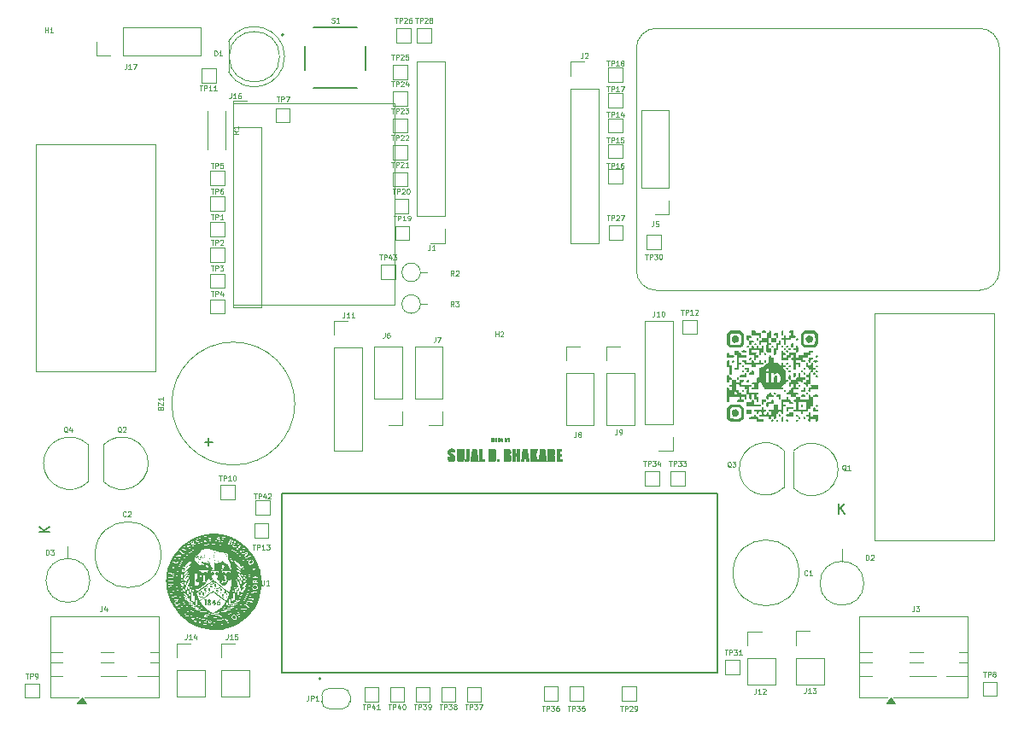
<source format=gbr>
%TF.GenerationSoftware,KiCad,Pcbnew,9.0.3*%
%TF.CreationDate,2025-11-23T12:23:13-05:00*%
%TF.ProjectId,Caretaker,43617265-7461-46b6-9572-2e6b69636164,rev?*%
%TF.SameCoordinates,Original*%
%TF.FileFunction,Legend,Top*%
%TF.FilePolarity,Positive*%
%FSLAX46Y46*%
G04 Gerber Fmt 4.6, Leading zero omitted, Abs format (unit mm)*
G04 Created by KiCad (PCBNEW 9.0.3) date 2025-11-23 12:23:13*
%MOMM*%
%LPD*%
G01*
G04 APERTURE LIST*
%ADD10C,0.100000*%
%ADD11C,0.300000*%
%ADD12C,0.125000*%
%ADD13C,0.150000*%
%ADD14C,0.000000*%
%ADD15C,0.120000*%
%ADD16C,0.127000*%
%ADD17C,0.200000*%
G04 APERTURE END LIST*
D10*
G36*
X143635455Y-103882064D02*
G01*
X143635455Y-104326000D01*
X143533337Y-104326000D01*
X143534119Y-104026558D01*
X143494649Y-104326000D01*
X143421963Y-104326000D01*
X143380295Y-104032810D01*
X143381076Y-104326000D01*
X143278958Y-104326000D01*
X143278958Y-103882064D01*
X143429314Y-103882064D01*
X143443383Y-103976781D01*
X143458428Y-104089401D01*
X143483976Y-103882064D01*
X143635455Y-103882064D01*
G37*
G36*
X143834652Y-103958156D02*
G01*
X143862230Y-103965129D01*
X143882385Y-103975487D01*
X143899416Y-103990319D01*
X143910617Y-104006519D01*
X143916799Y-104024457D01*
X143920726Y-104060977D01*
X143922587Y-104143355D01*
X143922587Y-104326000D01*
X143813630Y-104326000D01*
X143813630Y-104295689D01*
X143803027Y-104310799D01*
X143788718Y-104322409D01*
X143771405Y-104329688D01*
X143750200Y-104332252D01*
X143731221Y-104330422D01*
X143713447Y-104324990D01*
X143696540Y-104315839D01*
X143686906Y-104306660D01*
X143679320Y-104292787D01*
X143674097Y-104272663D01*
X143672092Y-104244227D01*
X143672092Y-104222978D01*
X143777214Y-104222978D01*
X143778380Y-104248394D01*
X143780755Y-104258735D01*
X143785851Y-104264527D01*
X143794750Y-104266600D01*
X143803255Y-104264912D01*
X143807622Y-104260518D01*
X143809596Y-104251858D01*
X143810626Y-104227350D01*
X143810626Y-104154517D01*
X143794470Y-104167761D01*
X143785476Y-104177905D01*
X143781390Y-104185706D01*
X143778426Y-104200036D01*
X143777214Y-104222978D01*
X143672092Y-104222978D01*
X143672092Y-104214503D01*
X143673954Y-104187238D01*
X143678616Y-104169563D01*
X143685085Y-104158669D01*
X143695146Y-104150090D01*
X143714923Y-104138784D01*
X143749077Y-104124060D01*
X143796818Y-104103209D01*
X143806914Y-104095752D01*
X143809437Y-104086636D01*
X143810626Y-104066076D01*
X143809288Y-104040287D01*
X143806523Y-104029489D01*
X143801135Y-104023267D01*
X143793090Y-104021184D01*
X143784106Y-104023106D01*
X143779827Y-104028121D01*
X143778110Y-104037853D01*
X143777214Y-104065246D01*
X143777214Y-104104032D01*
X143672092Y-104104032D01*
X143672092Y-104078948D01*
X143673392Y-104050693D01*
X143676839Y-104029423D01*
X143681861Y-104013735D01*
X143690026Y-103999717D01*
X143702765Y-103986225D01*
X143721087Y-103973142D01*
X143741455Y-103963765D01*
X143766566Y-103957718D01*
X143797486Y-103955532D01*
X143834652Y-103958156D01*
G37*
G36*
X144211844Y-104326000D02*
G01*
X144099883Y-104326000D01*
X144099883Y-104300452D01*
X144084369Y-104314019D01*
X144067643Y-104323948D01*
X144049571Y-104330181D01*
X144030713Y-104332252D01*
X144013863Y-104330673D01*
X143998990Y-104326103D01*
X143985699Y-104318599D01*
X143974093Y-104308593D01*
X143966127Y-104298124D01*
X143961251Y-104287043D01*
X143957496Y-104266329D01*
X143955877Y-104228889D01*
X143955877Y-104059457D01*
X143956109Y-104053962D01*
X144067838Y-104053962D01*
X144067838Y-104231355D01*
X144068852Y-104251385D01*
X144070965Y-104259956D01*
X144075360Y-104264852D01*
X144082908Y-104266600D01*
X144091565Y-104264618D01*
X144096464Y-104259126D01*
X144098730Y-104248879D01*
X144099883Y-104221537D01*
X144099883Y-104053962D01*
X144098841Y-104035919D01*
X144096610Y-104027730D01*
X144091996Y-104022949D01*
X144083714Y-104021184D01*
X144075591Y-104022789D01*
X144071087Y-104027046D01*
X144068907Y-104034795D01*
X144067838Y-104053962D01*
X143956109Y-104053962D01*
X143957515Y-104020597D01*
X143961251Y-103999935D01*
X143966150Y-103989057D01*
X143974199Y-103978766D01*
X143985993Y-103968916D01*
X143999448Y-103961589D01*
X144014672Y-103957094D01*
X144032081Y-103955532D01*
X144052104Y-103957457D01*
X144069963Y-103963055D01*
X144086070Y-103972110D01*
X144099883Y-103984182D01*
X144099883Y-103882064D01*
X144211844Y-103882064D01*
X144211844Y-104326000D01*
G37*
G36*
X144400260Y-103957706D02*
G01*
X144425632Y-103963766D01*
X144446610Y-103973240D01*
X144465194Y-103986632D01*
X144479222Y-104002204D01*
X144489230Y-104020183D01*
X144495548Y-104040104D01*
X144499867Y-104066875D01*
X144501491Y-104102175D01*
X144501491Y-104150926D01*
X144358585Y-104150926D01*
X144358585Y-104228571D01*
X144359703Y-104250784D01*
X144361980Y-104259785D01*
X144366739Y-104264783D01*
X144375023Y-104266600D01*
X144385292Y-104264200D01*
X144391167Y-104257489D01*
X144393968Y-104246124D01*
X144395270Y-104221439D01*
X144395270Y-104172810D01*
X144501491Y-104172810D01*
X144501491Y-104200361D01*
X144500254Y-104232125D01*
X144497217Y-104252214D01*
X144490528Y-104270150D01*
X144477263Y-104291000D01*
X144465870Y-104303605D01*
X144452682Y-104313875D01*
X144437500Y-104321945D01*
X144421133Y-104327416D01*
X144401251Y-104330970D01*
X144377196Y-104332252D01*
X144343340Y-104329583D01*
X144315134Y-104322092D01*
X144297910Y-104314149D01*
X144284087Y-104304837D01*
X144273173Y-104294199D01*
X144260412Y-104275438D01*
X144252388Y-104255169D01*
X144248301Y-104231494D01*
X144246624Y-104193424D01*
X144246624Y-104087814D01*
X144247858Y-104064513D01*
X144358585Y-104064513D01*
X144358585Y-104089963D01*
X144389262Y-104089963D01*
X144389262Y-104064513D01*
X144388311Y-104039240D01*
X144386380Y-104029000D01*
X144382073Y-104023166D01*
X144374754Y-104021184D01*
X144365476Y-104023047D01*
X144361198Y-104027779D01*
X144359489Y-104037196D01*
X144358585Y-104064513D01*
X144247858Y-104064513D01*
X144248303Y-104056100D01*
X144252827Y-104031463D01*
X144259569Y-104012563D01*
X144269928Y-103995702D01*
X144283891Y-103981674D01*
X144301945Y-103970235D01*
X144322049Y-103962216D01*
X144344447Y-103957254D01*
X144369551Y-103955532D01*
X144400260Y-103957706D01*
G37*
G36*
X144746394Y-103985940D02*
G01*
X144759954Y-103973029D01*
X144775727Y-103963470D01*
X144793292Y-103957545D01*
X144812559Y-103955532D01*
X144834473Y-103957430D01*
X144852249Y-103962713D01*
X144867349Y-103971521D01*
X144877967Y-103982863D01*
X144885215Y-103996076D01*
X144888616Y-104008264D01*
X144890399Y-104060801D01*
X144890399Y-104223979D01*
X144888815Y-104261382D01*
X144885026Y-104283599D01*
X144880016Y-104295814D01*
X144871764Y-104307143D01*
X144859747Y-104317769D01*
X144845874Y-104325726D01*
X144830288Y-104330574D01*
X144812559Y-104332252D01*
X144793559Y-104330087D01*
X144775996Y-104323655D01*
X144760166Y-104313342D01*
X144745979Y-104299108D01*
X144739115Y-104326000D01*
X144634457Y-104326000D01*
X144634457Y-104065710D01*
X144746394Y-104065710D01*
X144746394Y-104221806D01*
X144747481Y-104248265D01*
X144749667Y-104258735D01*
X144754431Y-104264566D01*
X144762563Y-104266600D01*
X144770813Y-104264491D01*
X144775410Y-104258466D01*
X144777420Y-104247395D01*
X144778438Y-104218264D01*
X144778438Y-104065710D01*
X144777322Y-104040178D01*
X144775019Y-104029464D01*
X144770079Y-104023312D01*
X144761732Y-104021184D01*
X144753644Y-104023096D01*
X144749276Y-104028390D01*
X144747374Y-104038362D01*
X144746394Y-104065710D01*
X144634457Y-104065710D01*
X144634457Y-103882064D01*
X144746394Y-103882064D01*
X144746394Y-103985940D01*
G37*
G36*
X145158016Y-103961785D02*
G01*
X145126216Y-104225054D01*
X145118678Y-104282912D01*
X145113759Y-104310783D01*
X145106756Y-104332125D01*
X145096785Y-104348543D01*
X145082926Y-104361302D01*
X145063836Y-104370525D01*
X145039626Y-104375471D01*
X144996743Y-104377584D01*
X144929014Y-104377584D01*
X144929014Y-104318184D01*
X144953005Y-104317353D01*
X144962402Y-104315692D01*
X144967632Y-104311804D01*
X144969461Y-104304726D01*
X144962646Y-104266795D01*
X144902074Y-103961785D01*
X145003997Y-103961785D01*
X145039363Y-104209178D01*
X145056118Y-103961785D01*
X145158016Y-103961785D01*
G37*
X159697757Y-89290386D02*
G75*
G02*
X157697785Y-87290386I14J1999986D01*
G01*
X191697757Y-89290386D02*
X159697757Y-89290386D01*
X157697757Y-87290386D02*
X157697757Y-65290386D01*
X117711971Y-70704600D02*
X133711971Y-70704600D01*
X133711971Y-90704600D01*
X117711971Y-90704600D01*
X117711971Y-70704600D01*
X157697757Y-65290386D02*
G75*
G02*
X159697757Y-63290386I2000014J-14D01*
G01*
X191697757Y-63290386D02*
G75*
G02*
X193697785Y-65290386I14J-2000014D01*
G01*
X193697757Y-65290386D02*
X193697757Y-87290386D01*
X193697757Y-87290386D02*
G75*
G02*
X191697757Y-89290386I-1999986J-14D01*
G01*
X159697757Y-63290386D02*
X191697757Y-63290386D01*
D11*
X114400972Y-117283557D02*
X114258115Y-117212128D01*
X114258115Y-117212128D02*
X114043829Y-117212128D01*
X114043829Y-117212128D02*
X113829543Y-117283557D01*
X113829543Y-117283557D02*
X113686686Y-117426414D01*
X113686686Y-117426414D02*
X113615257Y-117569271D01*
X113615257Y-117569271D02*
X113543829Y-117854985D01*
X113543829Y-117854985D02*
X113543829Y-118069271D01*
X113543829Y-118069271D02*
X113615257Y-118354985D01*
X113615257Y-118354985D02*
X113686686Y-118497842D01*
X113686686Y-118497842D02*
X113829543Y-118640700D01*
X113829543Y-118640700D02*
X114043829Y-118712128D01*
X114043829Y-118712128D02*
X114186686Y-118712128D01*
X114186686Y-118712128D02*
X114400972Y-118640700D01*
X114400972Y-118640700D02*
X114472400Y-118569271D01*
X114472400Y-118569271D02*
X114472400Y-118069271D01*
X114472400Y-118069271D02*
X114186686Y-118069271D01*
X115329543Y-117212128D02*
X115329543Y-117569271D01*
X114972400Y-117426414D02*
X115329543Y-117569271D01*
X115329543Y-117569271D02*
X115686686Y-117426414D01*
X115115257Y-117854985D02*
X115329543Y-117569271D01*
X115329543Y-117569271D02*
X115543829Y-117854985D01*
X116472400Y-117212128D02*
X116472400Y-117569271D01*
X116115257Y-117426414D02*
X116472400Y-117569271D01*
X116472400Y-117569271D02*
X116829543Y-117426414D01*
X116258114Y-117854985D02*
X116472400Y-117569271D01*
X116472400Y-117569271D02*
X116686686Y-117854985D01*
X117615257Y-117212128D02*
X117615257Y-117569271D01*
X117258114Y-117426414D02*
X117615257Y-117569271D01*
X117615257Y-117569271D02*
X117972400Y-117426414D01*
X117400971Y-117854985D02*
X117615257Y-117569271D01*
X117615257Y-117569271D02*
X117829543Y-117854985D01*
D12*
X166460124Y-124946809D02*
X166745838Y-124946809D01*
X166602981Y-125446809D02*
X166602981Y-124946809D01*
X166912504Y-125446809D02*
X166912504Y-124946809D01*
X166912504Y-124946809D02*
X167102980Y-124946809D01*
X167102980Y-124946809D02*
X167150599Y-124970619D01*
X167150599Y-124970619D02*
X167174409Y-124994428D01*
X167174409Y-124994428D02*
X167198218Y-125042047D01*
X167198218Y-125042047D02*
X167198218Y-125113476D01*
X167198218Y-125113476D02*
X167174409Y-125161095D01*
X167174409Y-125161095D02*
X167150599Y-125184904D01*
X167150599Y-125184904D02*
X167102980Y-125208714D01*
X167102980Y-125208714D02*
X166912504Y-125208714D01*
X167364885Y-124946809D02*
X167674409Y-124946809D01*
X167674409Y-124946809D02*
X167507742Y-125137285D01*
X167507742Y-125137285D02*
X167579171Y-125137285D01*
X167579171Y-125137285D02*
X167626790Y-125161095D01*
X167626790Y-125161095D02*
X167650599Y-125184904D01*
X167650599Y-125184904D02*
X167674409Y-125232523D01*
X167674409Y-125232523D02*
X167674409Y-125351571D01*
X167674409Y-125351571D02*
X167650599Y-125399190D01*
X167650599Y-125399190D02*
X167626790Y-125423000D01*
X167626790Y-125423000D02*
X167579171Y-125446809D01*
X167579171Y-125446809D02*
X167436314Y-125446809D01*
X167436314Y-125446809D02*
X167388695Y-125423000D01*
X167388695Y-125423000D02*
X167364885Y-125399190D01*
X168150599Y-125446809D02*
X167864885Y-125446809D01*
X168007742Y-125446809D02*
X168007742Y-124946809D01*
X168007742Y-124946809D02*
X167960123Y-125018238D01*
X167960123Y-125018238D02*
X167912504Y-125065857D01*
X167912504Y-125065857D02*
X167864885Y-125089666D01*
X158560724Y-85703809D02*
X158846438Y-85703809D01*
X158703581Y-86203809D02*
X158703581Y-85703809D01*
X159013104Y-86203809D02*
X159013104Y-85703809D01*
X159013104Y-85703809D02*
X159203580Y-85703809D01*
X159203580Y-85703809D02*
X159251199Y-85727619D01*
X159251199Y-85727619D02*
X159275009Y-85751428D01*
X159275009Y-85751428D02*
X159298818Y-85799047D01*
X159298818Y-85799047D02*
X159298818Y-85870476D01*
X159298818Y-85870476D02*
X159275009Y-85918095D01*
X159275009Y-85918095D02*
X159251199Y-85941904D01*
X159251199Y-85941904D02*
X159203580Y-85965714D01*
X159203580Y-85965714D02*
X159013104Y-85965714D01*
X159465485Y-85703809D02*
X159775009Y-85703809D01*
X159775009Y-85703809D02*
X159608342Y-85894285D01*
X159608342Y-85894285D02*
X159679771Y-85894285D01*
X159679771Y-85894285D02*
X159727390Y-85918095D01*
X159727390Y-85918095D02*
X159751199Y-85941904D01*
X159751199Y-85941904D02*
X159775009Y-85989523D01*
X159775009Y-85989523D02*
X159775009Y-86108571D01*
X159775009Y-86108571D02*
X159751199Y-86156190D01*
X159751199Y-86156190D02*
X159727390Y-86180000D01*
X159727390Y-86180000D02*
X159679771Y-86203809D01*
X159679771Y-86203809D02*
X159536914Y-86203809D01*
X159536914Y-86203809D02*
X159489295Y-86180000D01*
X159489295Y-86180000D02*
X159465485Y-86156190D01*
X160084532Y-85703809D02*
X160132151Y-85703809D01*
X160132151Y-85703809D02*
X160179770Y-85727619D01*
X160179770Y-85727619D02*
X160203580Y-85751428D01*
X160203580Y-85751428D02*
X160227389Y-85799047D01*
X160227389Y-85799047D02*
X160251199Y-85894285D01*
X160251199Y-85894285D02*
X160251199Y-86013333D01*
X160251199Y-86013333D02*
X160227389Y-86108571D01*
X160227389Y-86108571D02*
X160203580Y-86156190D01*
X160203580Y-86156190D02*
X160179770Y-86180000D01*
X160179770Y-86180000D02*
X160132151Y-86203809D01*
X160132151Y-86203809D02*
X160084532Y-86203809D01*
X160084532Y-86203809D02*
X160036913Y-86180000D01*
X160036913Y-86180000D02*
X160013104Y-86156190D01*
X160013104Y-86156190D02*
X159989294Y-86108571D01*
X159989294Y-86108571D02*
X159965485Y-86013333D01*
X159965485Y-86013333D02*
X159965485Y-85894285D01*
X159965485Y-85894285D02*
X159989294Y-85799047D01*
X159989294Y-85799047D02*
X160013104Y-85751428D01*
X160013104Y-85751428D02*
X160036913Y-85727619D01*
X160036913Y-85727619D02*
X160084532Y-85703809D01*
X99079418Y-63724809D02*
X99079418Y-63224809D01*
X99079418Y-63462904D02*
X99365132Y-63462904D01*
X99365132Y-63724809D02*
X99365132Y-63224809D01*
X99865133Y-63724809D02*
X99579419Y-63724809D01*
X99722276Y-63724809D02*
X99722276Y-63224809D01*
X99722276Y-63224809D02*
X99674657Y-63296238D01*
X99674657Y-63296238D02*
X99627038Y-63343857D01*
X99627038Y-63343857D02*
X99579419Y-63367666D01*
X154762924Y-69041409D02*
X155048638Y-69041409D01*
X154905781Y-69541409D02*
X154905781Y-69041409D01*
X155215304Y-69541409D02*
X155215304Y-69041409D01*
X155215304Y-69041409D02*
X155405780Y-69041409D01*
X155405780Y-69041409D02*
X155453399Y-69065219D01*
X155453399Y-69065219D02*
X155477209Y-69089028D01*
X155477209Y-69089028D02*
X155501018Y-69136647D01*
X155501018Y-69136647D02*
X155501018Y-69208076D01*
X155501018Y-69208076D02*
X155477209Y-69255695D01*
X155477209Y-69255695D02*
X155453399Y-69279504D01*
X155453399Y-69279504D02*
X155405780Y-69303314D01*
X155405780Y-69303314D02*
X155215304Y-69303314D01*
X155977209Y-69541409D02*
X155691495Y-69541409D01*
X155834352Y-69541409D02*
X155834352Y-69041409D01*
X155834352Y-69041409D02*
X155786733Y-69112838D01*
X155786733Y-69112838D02*
X155739114Y-69160457D01*
X155739114Y-69160457D02*
X155691495Y-69184266D01*
X156143875Y-69041409D02*
X156477208Y-69041409D01*
X156477208Y-69041409D02*
X156262923Y-69541409D01*
X133412924Y-68564742D02*
X133698638Y-68564742D01*
X133555781Y-69064742D02*
X133555781Y-68564742D01*
X133865304Y-69064742D02*
X133865304Y-68564742D01*
X133865304Y-68564742D02*
X134055780Y-68564742D01*
X134055780Y-68564742D02*
X134103399Y-68588552D01*
X134103399Y-68588552D02*
X134127209Y-68612361D01*
X134127209Y-68612361D02*
X134151018Y-68659980D01*
X134151018Y-68659980D02*
X134151018Y-68731409D01*
X134151018Y-68731409D02*
X134127209Y-68779028D01*
X134127209Y-68779028D02*
X134103399Y-68802837D01*
X134103399Y-68802837D02*
X134055780Y-68826647D01*
X134055780Y-68826647D02*
X133865304Y-68826647D01*
X134341495Y-68612361D02*
X134365304Y-68588552D01*
X134365304Y-68588552D02*
X134412923Y-68564742D01*
X134412923Y-68564742D02*
X134531971Y-68564742D01*
X134531971Y-68564742D02*
X134579590Y-68588552D01*
X134579590Y-68588552D02*
X134603399Y-68612361D01*
X134603399Y-68612361D02*
X134627209Y-68659980D01*
X134627209Y-68659980D02*
X134627209Y-68707599D01*
X134627209Y-68707599D02*
X134603399Y-68779028D01*
X134603399Y-68779028D02*
X134317685Y-69064742D01*
X134317685Y-69064742D02*
X134627209Y-69064742D01*
X135055780Y-68731409D02*
X135055780Y-69064742D01*
X134936732Y-68540933D02*
X134817685Y-68898075D01*
X134817685Y-68898075D02*
X135127208Y-68898075D01*
X154762924Y-71581409D02*
X155048638Y-71581409D01*
X154905781Y-72081409D02*
X154905781Y-71581409D01*
X155215304Y-72081409D02*
X155215304Y-71581409D01*
X155215304Y-71581409D02*
X155405780Y-71581409D01*
X155405780Y-71581409D02*
X155453399Y-71605219D01*
X155453399Y-71605219D02*
X155477209Y-71629028D01*
X155477209Y-71629028D02*
X155501018Y-71676647D01*
X155501018Y-71676647D02*
X155501018Y-71748076D01*
X155501018Y-71748076D02*
X155477209Y-71795695D01*
X155477209Y-71795695D02*
X155453399Y-71819504D01*
X155453399Y-71819504D02*
X155405780Y-71843314D01*
X155405780Y-71843314D02*
X155215304Y-71843314D01*
X155977209Y-72081409D02*
X155691495Y-72081409D01*
X155834352Y-72081409D02*
X155834352Y-71581409D01*
X155834352Y-71581409D02*
X155786733Y-71652838D01*
X155786733Y-71652838D02*
X155739114Y-71700457D01*
X155739114Y-71700457D02*
X155691495Y-71724266D01*
X156405780Y-71748076D02*
X156405780Y-72081409D01*
X156286732Y-71557600D02*
X156167685Y-71914742D01*
X156167685Y-71914742D02*
X156477208Y-71914742D01*
X101292351Y-103371028D02*
X101244732Y-103347219D01*
X101244732Y-103347219D02*
X101197113Y-103299600D01*
X101197113Y-103299600D02*
X101125685Y-103228171D01*
X101125685Y-103228171D02*
X101078066Y-103204361D01*
X101078066Y-103204361D02*
X101030447Y-103204361D01*
X101054256Y-103323409D02*
X101006637Y-103299600D01*
X101006637Y-103299600D02*
X100959018Y-103251980D01*
X100959018Y-103251980D02*
X100935209Y-103156742D01*
X100935209Y-103156742D02*
X100935209Y-102990076D01*
X100935209Y-102990076D02*
X100959018Y-102894838D01*
X100959018Y-102894838D02*
X101006637Y-102847219D01*
X101006637Y-102847219D02*
X101054256Y-102823409D01*
X101054256Y-102823409D02*
X101149494Y-102823409D01*
X101149494Y-102823409D02*
X101197113Y-102847219D01*
X101197113Y-102847219D02*
X101244732Y-102894838D01*
X101244732Y-102894838D02*
X101268542Y-102990076D01*
X101268542Y-102990076D02*
X101268542Y-103156742D01*
X101268542Y-103156742D02*
X101244732Y-103251980D01*
X101244732Y-103251980D02*
X101197113Y-103299600D01*
X101197113Y-103299600D02*
X101149494Y-103323409D01*
X101149494Y-103323409D02*
X101054256Y-103323409D01*
X101697114Y-102990076D02*
X101697114Y-103323409D01*
X101578066Y-102799600D02*
X101459019Y-103156742D01*
X101459019Y-103156742D02*
X101768542Y-103156742D01*
X118216780Y-73463933D02*
X117978685Y-73630599D01*
X118216780Y-73749647D02*
X117716780Y-73749647D01*
X117716780Y-73749647D02*
X117716780Y-73559171D01*
X117716780Y-73559171D02*
X117740590Y-73511552D01*
X117740590Y-73511552D02*
X117764399Y-73487742D01*
X117764399Y-73487742D02*
X117812018Y-73463933D01*
X117812018Y-73463933D02*
X117883447Y-73463933D01*
X117883447Y-73463933D02*
X117931066Y-73487742D01*
X117931066Y-73487742D02*
X117954875Y-73511552D01*
X117954875Y-73511552D02*
X117978685Y-73559171D01*
X117978685Y-73559171D02*
X117978685Y-73749647D01*
X118216780Y-72987742D02*
X118216780Y-73273456D01*
X118216780Y-73130599D02*
X117716780Y-73130599D01*
X117716780Y-73130599D02*
X117788209Y-73178218D01*
X117788209Y-73178218D02*
X117835828Y-73225837D01*
X117835828Y-73225837D02*
X117859637Y-73273456D01*
X154762924Y-76661409D02*
X155048638Y-76661409D01*
X154905781Y-77161409D02*
X154905781Y-76661409D01*
X155215304Y-77161409D02*
X155215304Y-76661409D01*
X155215304Y-76661409D02*
X155405780Y-76661409D01*
X155405780Y-76661409D02*
X155453399Y-76685219D01*
X155453399Y-76685219D02*
X155477209Y-76709028D01*
X155477209Y-76709028D02*
X155501018Y-76756647D01*
X155501018Y-76756647D02*
X155501018Y-76828076D01*
X155501018Y-76828076D02*
X155477209Y-76875695D01*
X155477209Y-76875695D02*
X155453399Y-76899504D01*
X155453399Y-76899504D02*
X155405780Y-76923314D01*
X155405780Y-76923314D02*
X155215304Y-76923314D01*
X155977209Y-77161409D02*
X155691495Y-77161409D01*
X155834352Y-77161409D02*
X155834352Y-76661409D01*
X155834352Y-76661409D02*
X155786733Y-76732838D01*
X155786733Y-76732838D02*
X155739114Y-76780457D01*
X155739114Y-76780457D02*
X155691495Y-76804266D01*
X156405780Y-76661409D02*
X156310542Y-76661409D01*
X156310542Y-76661409D02*
X156262923Y-76685219D01*
X156262923Y-76685219D02*
X156239113Y-76709028D01*
X156239113Y-76709028D02*
X156191494Y-76780457D01*
X156191494Y-76780457D02*
X156167685Y-76875695D01*
X156167685Y-76875695D02*
X156167685Y-77066171D01*
X156167685Y-77066171D02*
X156191494Y-77113790D01*
X156191494Y-77113790D02*
X156215304Y-77137600D01*
X156215304Y-77137600D02*
X156262923Y-77161409D01*
X156262923Y-77161409D02*
X156358161Y-77161409D01*
X156358161Y-77161409D02*
X156405780Y-77137600D01*
X156405780Y-77137600D02*
X156429589Y-77113790D01*
X156429589Y-77113790D02*
X156453399Y-77066171D01*
X156453399Y-77066171D02*
X156453399Y-76947123D01*
X156453399Y-76947123D02*
X156429589Y-76899504D01*
X156429589Y-76899504D02*
X156405780Y-76875695D01*
X156405780Y-76875695D02*
X156358161Y-76851885D01*
X156358161Y-76851885D02*
X156262923Y-76851885D01*
X156262923Y-76851885D02*
X156215304Y-76875695D01*
X156215304Y-76875695D02*
X156191494Y-76899504D01*
X156191494Y-76899504D02*
X156167685Y-76947123D01*
X127502019Y-62710400D02*
X127573447Y-62734209D01*
X127573447Y-62734209D02*
X127692495Y-62734209D01*
X127692495Y-62734209D02*
X127740114Y-62710400D01*
X127740114Y-62710400D02*
X127763923Y-62686590D01*
X127763923Y-62686590D02*
X127787733Y-62638971D01*
X127787733Y-62638971D02*
X127787733Y-62591352D01*
X127787733Y-62591352D02*
X127763923Y-62543733D01*
X127763923Y-62543733D02*
X127740114Y-62519923D01*
X127740114Y-62519923D02*
X127692495Y-62496114D01*
X127692495Y-62496114D02*
X127597257Y-62472304D01*
X127597257Y-62472304D02*
X127549638Y-62448495D01*
X127549638Y-62448495D02*
X127525828Y-62424685D01*
X127525828Y-62424685D02*
X127502019Y-62377066D01*
X127502019Y-62377066D02*
X127502019Y-62329447D01*
X127502019Y-62329447D02*
X127525828Y-62281828D01*
X127525828Y-62281828D02*
X127549638Y-62258019D01*
X127549638Y-62258019D02*
X127597257Y-62234209D01*
X127597257Y-62234209D02*
X127716304Y-62234209D01*
X127716304Y-62234209D02*
X127787733Y-62258019D01*
X128263923Y-62734209D02*
X127978209Y-62734209D01*
X128121066Y-62734209D02*
X128121066Y-62234209D01*
X128121066Y-62234209D02*
X128073447Y-62305638D01*
X128073447Y-62305638D02*
X128025828Y-62353257D01*
X128025828Y-62353257D02*
X127978209Y-62377066D01*
X162122924Y-91191409D02*
X162408638Y-91191409D01*
X162265781Y-91691409D02*
X162265781Y-91191409D01*
X162575304Y-91691409D02*
X162575304Y-91191409D01*
X162575304Y-91191409D02*
X162765780Y-91191409D01*
X162765780Y-91191409D02*
X162813399Y-91215219D01*
X162813399Y-91215219D02*
X162837209Y-91239028D01*
X162837209Y-91239028D02*
X162861018Y-91286647D01*
X162861018Y-91286647D02*
X162861018Y-91358076D01*
X162861018Y-91358076D02*
X162837209Y-91405695D01*
X162837209Y-91405695D02*
X162813399Y-91429504D01*
X162813399Y-91429504D02*
X162765780Y-91453314D01*
X162765780Y-91453314D02*
X162575304Y-91453314D01*
X163337209Y-91691409D02*
X163051495Y-91691409D01*
X163194352Y-91691409D02*
X163194352Y-91191409D01*
X163194352Y-91191409D02*
X163146733Y-91262838D01*
X163146733Y-91262838D02*
X163099114Y-91310457D01*
X163099114Y-91310457D02*
X163051495Y-91334266D01*
X163527685Y-91239028D02*
X163551494Y-91215219D01*
X163551494Y-91215219D02*
X163599113Y-91191409D01*
X163599113Y-91191409D02*
X163718161Y-91191409D01*
X163718161Y-91191409D02*
X163765780Y-91215219D01*
X163765780Y-91215219D02*
X163789589Y-91239028D01*
X163789589Y-91239028D02*
X163813399Y-91286647D01*
X163813399Y-91286647D02*
X163813399Y-91334266D01*
X163813399Y-91334266D02*
X163789589Y-91405695D01*
X163789589Y-91405695D02*
X163503875Y-91691409D01*
X163503875Y-91691409D02*
X163813399Y-91691409D01*
X99192923Y-115515409D02*
X99192923Y-115015409D01*
X99192923Y-115015409D02*
X99311971Y-115015409D01*
X99311971Y-115015409D02*
X99383399Y-115039219D01*
X99383399Y-115039219D02*
X99431018Y-115086838D01*
X99431018Y-115086838D02*
X99454828Y-115134457D01*
X99454828Y-115134457D02*
X99478637Y-115229695D01*
X99478637Y-115229695D02*
X99478637Y-115301123D01*
X99478637Y-115301123D02*
X99454828Y-115396361D01*
X99454828Y-115396361D02*
X99431018Y-115443980D01*
X99431018Y-115443980D02*
X99383399Y-115491600D01*
X99383399Y-115491600D02*
X99311971Y-115515409D01*
X99311971Y-115515409D02*
X99192923Y-115515409D01*
X99645304Y-115015409D02*
X99954828Y-115015409D01*
X99954828Y-115015409D02*
X99788161Y-115205885D01*
X99788161Y-115205885D02*
X99859590Y-115205885D01*
X99859590Y-115205885D02*
X99907209Y-115229695D01*
X99907209Y-115229695D02*
X99931018Y-115253504D01*
X99931018Y-115253504D02*
X99954828Y-115301123D01*
X99954828Y-115301123D02*
X99954828Y-115420171D01*
X99954828Y-115420171D02*
X99931018Y-115467790D01*
X99931018Y-115467790D02*
X99907209Y-115491600D01*
X99907209Y-115491600D02*
X99859590Y-115515409D01*
X99859590Y-115515409D02*
X99716733Y-115515409D01*
X99716733Y-115515409D02*
X99669114Y-115491600D01*
X99669114Y-115491600D02*
X99645304Y-115467790D01*
D13*
X99508790Y-113266504D02*
X98508790Y-113266504D01*
X99508790Y-112695076D02*
X98937361Y-113123647D01*
X98508790Y-112695076D02*
X99080218Y-113266504D01*
D12*
X152395304Y-65739409D02*
X152395304Y-66096552D01*
X152395304Y-66096552D02*
X152371495Y-66167980D01*
X152371495Y-66167980D02*
X152323876Y-66215600D01*
X152323876Y-66215600D02*
X152252447Y-66239409D01*
X152252447Y-66239409D02*
X152204828Y-66239409D01*
X152609590Y-65787028D02*
X152633399Y-65763219D01*
X152633399Y-65763219D02*
X152681018Y-65739409D01*
X152681018Y-65739409D02*
X152800066Y-65739409D01*
X152800066Y-65739409D02*
X152847685Y-65763219D01*
X152847685Y-65763219D02*
X152871494Y-65787028D01*
X152871494Y-65787028D02*
X152895304Y-65834647D01*
X152895304Y-65834647D02*
X152895304Y-65882266D01*
X152895304Y-65882266D02*
X152871494Y-65953695D01*
X152871494Y-65953695D02*
X152585780Y-66239409D01*
X152585780Y-66239409D02*
X152895304Y-66239409D01*
X97161019Y-127281409D02*
X97446733Y-127281409D01*
X97303876Y-127781409D02*
X97303876Y-127281409D01*
X97613399Y-127781409D02*
X97613399Y-127281409D01*
X97613399Y-127281409D02*
X97803875Y-127281409D01*
X97803875Y-127281409D02*
X97851494Y-127305219D01*
X97851494Y-127305219D02*
X97875304Y-127329028D01*
X97875304Y-127329028D02*
X97899113Y-127376647D01*
X97899113Y-127376647D02*
X97899113Y-127448076D01*
X97899113Y-127448076D02*
X97875304Y-127495695D01*
X97875304Y-127495695D02*
X97851494Y-127519504D01*
X97851494Y-127519504D02*
X97803875Y-127543314D01*
X97803875Y-127543314D02*
X97613399Y-127543314D01*
X98137209Y-127781409D02*
X98232447Y-127781409D01*
X98232447Y-127781409D02*
X98280066Y-127757600D01*
X98280066Y-127757600D02*
X98303875Y-127733790D01*
X98303875Y-127733790D02*
X98351494Y-127662361D01*
X98351494Y-127662361D02*
X98375304Y-127567123D01*
X98375304Y-127567123D02*
X98375304Y-127376647D01*
X98375304Y-127376647D02*
X98351494Y-127329028D01*
X98351494Y-127329028D02*
X98327685Y-127305219D01*
X98327685Y-127305219D02*
X98280066Y-127281409D01*
X98280066Y-127281409D02*
X98184828Y-127281409D01*
X98184828Y-127281409D02*
X98137209Y-127305219D01*
X98137209Y-127305219D02*
X98113399Y-127329028D01*
X98113399Y-127329028D02*
X98089590Y-127376647D01*
X98089590Y-127376647D02*
X98089590Y-127495695D01*
X98089590Y-127495695D02*
X98113399Y-127543314D01*
X98113399Y-127543314D02*
X98137209Y-127567123D01*
X98137209Y-127567123D02*
X98184828Y-127590933D01*
X98184828Y-127590933D02*
X98280066Y-127590933D01*
X98280066Y-127590933D02*
X98327685Y-127567123D01*
X98327685Y-127567123D02*
X98351494Y-127543314D01*
X98351494Y-127543314D02*
X98375304Y-127495695D01*
X117521409Y-69752609D02*
X117521409Y-70109752D01*
X117521409Y-70109752D02*
X117497600Y-70181180D01*
X117497600Y-70181180D02*
X117449981Y-70228800D01*
X117449981Y-70228800D02*
X117378552Y-70252609D01*
X117378552Y-70252609D02*
X117330933Y-70252609D01*
X118021409Y-70252609D02*
X117735695Y-70252609D01*
X117878552Y-70252609D02*
X117878552Y-69752609D01*
X117878552Y-69752609D02*
X117830933Y-69824038D01*
X117830933Y-69824038D02*
X117783314Y-69871657D01*
X117783314Y-69871657D02*
X117735695Y-69895466D01*
X118449980Y-69752609D02*
X118354742Y-69752609D01*
X118354742Y-69752609D02*
X118307123Y-69776419D01*
X118307123Y-69776419D02*
X118283313Y-69800228D01*
X118283313Y-69800228D02*
X118235694Y-69871657D01*
X118235694Y-69871657D02*
X118211885Y-69966895D01*
X118211885Y-69966895D02*
X118211885Y-70157371D01*
X118211885Y-70157371D02*
X118235694Y-70204990D01*
X118235694Y-70204990D02*
X118259504Y-70228800D01*
X118259504Y-70228800D02*
X118307123Y-70252609D01*
X118307123Y-70252609D02*
X118402361Y-70252609D01*
X118402361Y-70252609D02*
X118449980Y-70228800D01*
X118449980Y-70228800D02*
X118473789Y-70204990D01*
X118473789Y-70204990D02*
X118497599Y-70157371D01*
X118497599Y-70157371D02*
X118497599Y-70038323D01*
X118497599Y-70038323D02*
X118473789Y-69990704D01*
X118473789Y-69990704D02*
X118449980Y-69966895D01*
X118449980Y-69966895D02*
X118402361Y-69943085D01*
X118402361Y-69943085D02*
X118307123Y-69943085D01*
X118307123Y-69943085D02*
X118259504Y-69966895D01*
X118259504Y-69966895D02*
X118235694Y-69990704D01*
X118235694Y-69990704D02*
X118211885Y-70038323D01*
X133622924Y-81871409D02*
X133908638Y-81871409D01*
X133765781Y-82371409D02*
X133765781Y-81871409D01*
X134075304Y-82371409D02*
X134075304Y-81871409D01*
X134075304Y-81871409D02*
X134265780Y-81871409D01*
X134265780Y-81871409D02*
X134313399Y-81895219D01*
X134313399Y-81895219D02*
X134337209Y-81919028D01*
X134337209Y-81919028D02*
X134361018Y-81966647D01*
X134361018Y-81966647D02*
X134361018Y-82038076D01*
X134361018Y-82038076D02*
X134337209Y-82085695D01*
X134337209Y-82085695D02*
X134313399Y-82109504D01*
X134313399Y-82109504D02*
X134265780Y-82133314D01*
X134265780Y-82133314D02*
X134075304Y-82133314D01*
X134837209Y-82371409D02*
X134551495Y-82371409D01*
X134694352Y-82371409D02*
X134694352Y-81871409D01*
X134694352Y-81871409D02*
X134646733Y-81942838D01*
X134646733Y-81942838D02*
X134599114Y-81990457D01*
X134599114Y-81990457D02*
X134551495Y-82014266D01*
X135075304Y-82371409D02*
X135170542Y-82371409D01*
X135170542Y-82371409D02*
X135218161Y-82347600D01*
X135218161Y-82347600D02*
X135241970Y-82323790D01*
X135241970Y-82323790D02*
X135289589Y-82252361D01*
X135289589Y-82252361D02*
X135313399Y-82157123D01*
X135313399Y-82157123D02*
X135313399Y-81966647D01*
X135313399Y-81966647D02*
X135289589Y-81919028D01*
X135289589Y-81919028D02*
X135265780Y-81895219D01*
X135265780Y-81895219D02*
X135218161Y-81871409D01*
X135218161Y-81871409D02*
X135122923Y-81871409D01*
X135122923Y-81871409D02*
X135075304Y-81895219D01*
X135075304Y-81895219D02*
X135051494Y-81919028D01*
X135051494Y-81919028D02*
X135027685Y-81966647D01*
X135027685Y-81966647D02*
X135027685Y-82085695D01*
X135027685Y-82085695D02*
X135051494Y-82133314D01*
X135051494Y-82133314D02*
X135075304Y-82157123D01*
X135075304Y-82157123D02*
X135122923Y-82180933D01*
X135122923Y-82180933D02*
X135218161Y-82180933D01*
X135218161Y-82180933D02*
X135265780Y-82157123D01*
X135265780Y-82157123D02*
X135289589Y-82133314D01*
X135289589Y-82133314D02*
X135313399Y-82085695D01*
X107132809Y-66831609D02*
X107132809Y-67188752D01*
X107132809Y-67188752D02*
X107109000Y-67260180D01*
X107109000Y-67260180D02*
X107061381Y-67307800D01*
X107061381Y-67307800D02*
X106989952Y-67331609D01*
X106989952Y-67331609D02*
X106942333Y-67331609D01*
X107632809Y-67331609D02*
X107347095Y-67331609D01*
X107489952Y-67331609D02*
X107489952Y-66831609D01*
X107489952Y-66831609D02*
X107442333Y-66903038D01*
X107442333Y-66903038D02*
X107394714Y-66950657D01*
X107394714Y-66950657D02*
X107347095Y-66974466D01*
X107799475Y-66831609D02*
X108132808Y-66831609D01*
X108132808Y-66831609D02*
X107918523Y-67331609D01*
X115531019Y-86840809D02*
X115816733Y-86840809D01*
X115673876Y-87340809D02*
X115673876Y-86840809D01*
X115983399Y-87340809D02*
X115983399Y-86840809D01*
X115983399Y-86840809D02*
X116173875Y-86840809D01*
X116173875Y-86840809D02*
X116221494Y-86864619D01*
X116221494Y-86864619D02*
X116245304Y-86888428D01*
X116245304Y-86888428D02*
X116269113Y-86936047D01*
X116269113Y-86936047D02*
X116269113Y-87007476D01*
X116269113Y-87007476D02*
X116245304Y-87055095D01*
X116245304Y-87055095D02*
X116221494Y-87078904D01*
X116221494Y-87078904D02*
X116173875Y-87102714D01*
X116173875Y-87102714D02*
X115983399Y-87102714D01*
X116435780Y-86840809D02*
X116745304Y-86840809D01*
X116745304Y-86840809D02*
X116578637Y-87031285D01*
X116578637Y-87031285D02*
X116650066Y-87031285D01*
X116650066Y-87031285D02*
X116697685Y-87055095D01*
X116697685Y-87055095D02*
X116721494Y-87078904D01*
X116721494Y-87078904D02*
X116745304Y-87126523D01*
X116745304Y-87126523D02*
X116745304Y-87245571D01*
X116745304Y-87245571D02*
X116721494Y-87293190D01*
X116721494Y-87293190D02*
X116697685Y-87317000D01*
X116697685Y-87317000D02*
X116650066Y-87340809D01*
X116650066Y-87340809D02*
X116507209Y-87340809D01*
X116507209Y-87340809D02*
X116459590Y-87317000D01*
X116459590Y-87317000D02*
X116435780Y-87293190D01*
X133522924Y-79218076D02*
X133808638Y-79218076D01*
X133665781Y-79718076D02*
X133665781Y-79218076D01*
X133975304Y-79718076D02*
X133975304Y-79218076D01*
X133975304Y-79218076D02*
X134165780Y-79218076D01*
X134165780Y-79218076D02*
X134213399Y-79241886D01*
X134213399Y-79241886D02*
X134237209Y-79265695D01*
X134237209Y-79265695D02*
X134261018Y-79313314D01*
X134261018Y-79313314D02*
X134261018Y-79384743D01*
X134261018Y-79384743D02*
X134237209Y-79432362D01*
X134237209Y-79432362D02*
X134213399Y-79456171D01*
X134213399Y-79456171D02*
X134165780Y-79479981D01*
X134165780Y-79479981D02*
X133975304Y-79479981D01*
X134451495Y-79265695D02*
X134475304Y-79241886D01*
X134475304Y-79241886D02*
X134522923Y-79218076D01*
X134522923Y-79218076D02*
X134641971Y-79218076D01*
X134641971Y-79218076D02*
X134689590Y-79241886D01*
X134689590Y-79241886D02*
X134713399Y-79265695D01*
X134713399Y-79265695D02*
X134737209Y-79313314D01*
X134737209Y-79313314D02*
X134737209Y-79360933D01*
X134737209Y-79360933D02*
X134713399Y-79432362D01*
X134713399Y-79432362D02*
X134427685Y-79718076D01*
X134427685Y-79718076D02*
X134737209Y-79718076D01*
X135046732Y-79218076D02*
X135094351Y-79218076D01*
X135094351Y-79218076D02*
X135141970Y-79241886D01*
X135141970Y-79241886D02*
X135165780Y-79265695D01*
X135165780Y-79265695D02*
X135189589Y-79313314D01*
X135189589Y-79313314D02*
X135213399Y-79408552D01*
X135213399Y-79408552D02*
X135213399Y-79527600D01*
X135213399Y-79527600D02*
X135189589Y-79622838D01*
X135189589Y-79622838D02*
X135165780Y-79670457D01*
X135165780Y-79670457D02*
X135141970Y-79694267D01*
X135141970Y-79694267D02*
X135094351Y-79718076D01*
X135094351Y-79718076D02*
X135046732Y-79718076D01*
X135046732Y-79718076D02*
X134999113Y-79694267D01*
X134999113Y-79694267D02*
X134975304Y-79670457D01*
X134975304Y-79670457D02*
X134951494Y-79622838D01*
X134951494Y-79622838D02*
X134927685Y-79527600D01*
X134927685Y-79527600D02*
X134927685Y-79408552D01*
X134927685Y-79408552D02*
X134951494Y-79313314D01*
X134951494Y-79313314D02*
X134975304Y-79265695D01*
X134975304Y-79265695D02*
X134999113Y-79241886D01*
X134999113Y-79241886D02*
X135046732Y-79218076D01*
X133412924Y-71228076D02*
X133698638Y-71228076D01*
X133555781Y-71728076D02*
X133555781Y-71228076D01*
X133865304Y-71728076D02*
X133865304Y-71228076D01*
X133865304Y-71228076D02*
X134055780Y-71228076D01*
X134055780Y-71228076D02*
X134103399Y-71251886D01*
X134103399Y-71251886D02*
X134127209Y-71275695D01*
X134127209Y-71275695D02*
X134151018Y-71323314D01*
X134151018Y-71323314D02*
X134151018Y-71394743D01*
X134151018Y-71394743D02*
X134127209Y-71442362D01*
X134127209Y-71442362D02*
X134103399Y-71466171D01*
X134103399Y-71466171D02*
X134055780Y-71489981D01*
X134055780Y-71489981D02*
X133865304Y-71489981D01*
X134341495Y-71275695D02*
X134365304Y-71251886D01*
X134365304Y-71251886D02*
X134412923Y-71228076D01*
X134412923Y-71228076D02*
X134531971Y-71228076D01*
X134531971Y-71228076D02*
X134579590Y-71251886D01*
X134579590Y-71251886D02*
X134603399Y-71275695D01*
X134603399Y-71275695D02*
X134627209Y-71323314D01*
X134627209Y-71323314D02*
X134627209Y-71370933D01*
X134627209Y-71370933D02*
X134603399Y-71442362D01*
X134603399Y-71442362D02*
X134317685Y-71728076D01*
X134317685Y-71728076D02*
X134627209Y-71728076D01*
X134793875Y-71228076D02*
X135103399Y-71228076D01*
X135103399Y-71228076D02*
X134936732Y-71418552D01*
X134936732Y-71418552D02*
X135008161Y-71418552D01*
X135008161Y-71418552D02*
X135055780Y-71442362D01*
X135055780Y-71442362D02*
X135079589Y-71466171D01*
X135079589Y-71466171D02*
X135103399Y-71513790D01*
X135103399Y-71513790D02*
X135103399Y-71632838D01*
X135103399Y-71632838D02*
X135079589Y-71680457D01*
X135079589Y-71680457D02*
X135055780Y-71704267D01*
X135055780Y-71704267D02*
X135008161Y-71728076D01*
X135008161Y-71728076D02*
X134865304Y-71728076D01*
X134865304Y-71728076D02*
X134817685Y-71704267D01*
X134817685Y-71704267D02*
X134793875Y-71680457D01*
X154762924Y-66501409D02*
X155048638Y-66501409D01*
X154905781Y-67001409D02*
X154905781Y-66501409D01*
X155215304Y-67001409D02*
X155215304Y-66501409D01*
X155215304Y-66501409D02*
X155405780Y-66501409D01*
X155405780Y-66501409D02*
X155453399Y-66525219D01*
X155453399Y-66525219D02*
X155477209Y-66549028D01*
X155477209Y-66549028D02*
X155501018Y-66596647D01*
X155501018Y-66596647D02*
X155501018Y-66668076D01*
X155501018Y-66668076D02*
X155477209Y-66715695D01*
X155477209Y-66715695D02*
X155453399Y-66739504D01*
X155453399Y-66739504D02*
X155405780Y-66763314D01*
X155405780Y-66763314D02*
X155215304Y-66763314D01*
X155977209Y-67001409D02*
X155691495Y-67001409D01*
X155834352Y-67001409D02*
X155834352Y-66501409D01*
X155834352Y-66501409D02*
X155786733Y-66572838D01*
X155786733Y-66572838D02*
X155739114Y-66620457D01*
X155739114Y-66620457D02*
X155691495Y-66644266D01*
X156262923Y-66715695D02*
X156215304Y-66691885D01*
X156215304Y-66691885D02*
X156191494Y-66668076D01*
X156191494Y-66668076D02*
X156167685Y-66620457D01*
X156167685Y-66620457D02*
X156167685Y-66596647D01*
X156167685Y-66596647D02*
X156191494Y-66549028D01*
X156191494Y-66549028D02*
X156215304Y-66525219D01*
X156215304Y-66525219D02*
X156262923Y-66501409D01*
X156262923Y-66501409D02*
X156358161Y-66501409D01*
X156358161Y-66501409D02*
X156405780Y-66525219D01*
X156405780Y-66525219D02*
X156429589Y-66549028D01*
X156429589Y-66549028D02*
X156453399Y-66596647D01*
X156453399Y-66596647D02*
X156453399Y-66620457D01*
X156453399Y-66620457D02*
X156429589Y-66668076D01*
X156429589Y-66668076D02*
X156405780Y-66691885D01*
X156405780Y-66691885D02*
X156358161Y-66715695D01*
X156358161Y-66715695D02*
X156262923Y-66715695D01*
X156262923Y-66715695D02*
X156215304Y-66739504D01*
X156215304Y-66739504D02*
X156191494Y-66763314D01*
X156191494Y-66763314D02*
X156167685Y-66810933D01*
X156167685Y-66810933D02*
X156167685Y-66906171D01*
X156167685Y-66906171D02*
X156191494Y-66953790D01*
X156191494Y-66953790D02*
X156215304Y-66977600D01*
X156215304Y-66977600D02*
X156262923Y-67001409D01*
X156262923Y-67001409D02*
X156358161Y-67001409D01*
X156358161Y-67001409D02*
X156405780Y-66977600D01*
X156405780Y-66977600D02*
X156429589Y-66953790D01*
X156429589Y-66953790D02*
X156453399Y-66906171D01*
X156453399Y-66906171D02*
X156453399Y-66810933D01*
X156453399Y-66810933D02*
X156429589Y-66763314D01*
X156429589Y-66763314D02*
X156405780Y-66739504D01*
X156405780Y-66739504D02*
X156358161Y-66715695D01*
X135776924Y-62259409D02*
X136062638Y-62259409D01*
X135919781Y-62759409D02*
X135919781Y-62259409D01*
X136229304Y-62759409D02*
X136229304Y-62259409D01*
X136229304Y-62259409D02*
X136419780Y-62259409D01*
X136419780Y-62259409D02*
X136467399Y-62283219D01*
X136467399Y-62283219D02*
X136491209Y-62307028D01*
X136491209Y-62307028D02*
X136515018Y-62354647D01*
X136515018Y-62354647D02*
X136515018Y-62426076D01*
X136515018Y-62426076D02*
X136491209Y-62473695D01*
X136491209Y-62473695D02*
X136467399Y-62497504D01*
X136467399Y-62497504D02*
X136419780Y-62521314D01*
X136419780Y-62521314D02*
X136229304Y-62521314D01*
X136705495Y-62307028D02*
X136729304Y-62283219D01*
X136729304Y-62283219D02*
X136776923Y-62259409D01*
X136776923Y-62259409D02*
X136895971Y-62259409D01*
X136895971Y-62259409D02*
X136943590Y-62283219D01*
X136943590Y-62283219D02*
X136967399Y-62307028D01*
X136967399Y-62307028D02*
X136991209Y-62354647D01*
X136991209Y-62354647D02*
X136991209Y-62402266D01*
X136991209Y-62402266D02*
X136967399Y-62473695D01*
X136967399Y-62473695D02*
X136681685Y-62759409D01*
X136681685Y-62759409D02*
X136991209Y-62759409D01*
X137276923Y-62473695D02*
X137229304Y-62449885D01*
X137229304Y-62449885D02*
X137205494Y-62426076D01*
X137205494Y-62426076D02*
X137181685Y-62378457D01*
X137181685Y-62378457D02*
X137181685Y-62354647D01*
X137181685Y-62354647D02*
X137205494Y-62307028D01*
X137205494Y-62307028D02*
X137229304Y-62283219D01*
X137229304Y-62283219D02*
X137276923Y-62259409D01*
X137276923Y-62259409D02*
X137372161Y-62259409D01*
X137372161Y-62259409D02*
X137419780Y-62283219D01*
X137419780Y-62283219D02*
X137443589Y-62307028D01*
X137443589Y-62307028D02*
X137467399Y-62354647D01*
X137467399Y-62354647D02*
X137467399Y-62378457D01*
X137467399Y-62378457D02*
X137443589Y-62426076D01*
X137443589Y-62426076D02*
X137419780Y-62449885D01*
X137419780Y-62449885D02*
X137372161Y-62473695D01*
X137372161Y-62473695D02*
X137276923Y-62473695D01*
X137276923Y-62473695D02*
X137229304Y-62497504D01*
X137229304Y-62497504D02*
X137205494Y-62521314D01*
X137205494Y-62521314D02*
X137181685Y-62568933D01*
X137181685Y-62568933D02*
X137181685Y-62664171D01*
X137181685Y-62664171D02*
X137205494Y-62711790D01*
X137205494Y-62711790D02*
X137229304Y-62735600D01*
X137229304Y-62735600D02*
X137276923Y-62759409D01*
X137276923Y-62759409D02*
X137372161Y-62759409D01*
X137372161Y-62759409D02*
X137419780Y-62735600D01*
X137419780Y-62735600D02*
X137443589Y-62711790D01*
X137443589Y-62711790D02*
X137467399Y-62664171D01*
X137467399Y-62664171D02*
X137467399Y-62568933D01*
X137467399Y-62568933D02*
X137443589Y-62521314D01*
X137443589Y-62521314D02*
X137419780Y-62497504D01*
X137419780Y-62497504D02*
X137372161Y-62473695D01*
X115880723Y-66010809D02*
X115880723Y-65510809D01*
X115880723Y-65510809D02*
X115999771Y-65510809D01*
X115999771Y-65510809D02*
X116071199Y-65534619D01*
X116071199Y-65534619D02*
X116118818Y-65582238D01*
X116118818Y-65582238D02*
X116142628Y-65629857D01*
X116142628Y-65629857D02*
X116166437Y-65725095D01*
X116166437Y-65725095D02*
X116166437Y-65796523D01*
X116166437Y-65796523D02*
X116142628Y-65891761D01*
X116142628Y-65891761D02*
X116118818Y-65939380D01*
X116118818Y-65939380D02*
X116071199Y-65987000D01*
X116071199Y-65987000D02*
X115999771Y-66010809D01*
X115999771Y-66010809D02*
X115880723Y-66010809D01*
X116642628Y-66010809D02*
X116356914Y-66010809D01*
X116499771Y-66010809D02*
X116499771Y-65510809D01*
X116499771Y-65510809D02*
X116452152Y-65582238D01*
X116452152Y-65582238D02*
X116404533Y-65629857D01*
X116404533Y-65629857D02*
X116356914Y-65653666D01*
X137241304Y-84789409D02*
X137241304Y-85146552D01*
X137241304Y-85146552D02*
X137217495Y-85217980D01*
X137217495Y-85217980D02*
X137169876Y-85265600D01*
X137169876Y-85265600D02*
X137098447Y-85289409D01*
X137098447Y-85289409D02*
X137050828Y-85289409D01*
X137741304Y-85289409D02*
X137455590Y-85289409D01*
X137598447Y-85289409D02*
X137598447Y-84789409D01*
X137598447Y-84789409D02*
X137550828Y-84860838D01*
X137550828Y-84860838D02*
X137503209Y-84908457D01*
X137503209Y-84908457D02*
X137455590Y-84932266D01*
X154772924Y-81831409D02*
X155058638Y-81831409D01*
X154915781Y-82331409D02*
X154915781Y-81831409D01*
X155225304Y-82331409D02*
X155225304Y-81831409D01*
X155225304Y-81831409D02*
X155415780Y-81831409D01*
X155415780Y-81831409D02*
X155463399Y-81855219D01*
X155463399Y-81855219D02*
X155487209Y-81879028D01*
X155487209Y-81879028D02*
X155511018Y-81926647D01*
X155511018Y-81926647D02*
X155511018Y-81998076D01*
X155511018Y-81998076D02*
X155487209Y-82045695D01*
X155487209Y-82045695D02*
X155463399Y-82069504D01*
X155463399Y-82069504D02*
X155415780Y-82093314D01*
X155415780Y-82093314D02*
X155225304Y-82093314D01*
X155701495Y-81879028D02*
X155725304Y-81855219D01*
X155725304Y-81855219D02*
X155772923Y-81831409D01*
X155772923Y-81831409D02*
X155891971Y-81831409D01*
X155891971Y-81831409D02*
X155939590Y-81855219D01*
X155939590Y-81855219D02*
X155963399Y-81879028D01*
X155963399Y-81879028D02*
X155987209Y-81926647D01*
X155987209Y-81926647D02*
X155987209Y-81974266D01*
X155987209Y-81974266D02*
X155963399Y-82045695D01*
X155963399Y-82045695D02*
X155677685Y-82331409D01*
X155677685Y-82331409D02*
X155987209Y-82331409D01*
X156153875Y-81831409D02*
X156487208Y-81831409D01*
X156487208Y-81831409D02*
X156272923Y-82331409D01*
X133412924Y-65901409D02*
X133698638Y-65901409D01*
X133555781Y-66401409D02*
X133555781Y-65901409D01*
X133865304Y-66401409D02*
X133865304Y-65901409D01*
X133865304Y-65901409D02*
X134055780Y-65901409D01*
X134055780Y-65901409D02*
X134103399Y-65925219D01*
X134103399Y-65925219D02*
X134127209Y-65949028D01*
X134127209Y-65949028D02*
X134151018Y-65996647D01*
X134151018Y-65996647D02*
X134151018Y-66068076D01*
X134151018Y-66068076D02*
X134127209Y-66115695D01*
X134127209Y-66115695D02*
X134103399Y-66139504D01*
X134103399Y-66139504D02*
X134055780Y-66163314D01*
X134055780Y-66163314D02*
X133865304Y-66163314D01*
X134341495Y-65949028D02*
X134365304Y-65925219D01*
X134365304Y-65925219D02*
X134412923Y-65901409D01*
X134412923Y-65901409D02*
X134531971Y-65901409D01*
X134531971Y-65901409D02*
X134579590Y-65925219D01*
X134579590Y-65925219D02*
X134603399Y-65949028D01*
X134603399Y-65949028D02*
X134627209Y-65996647D01*
X134627209Y-65996647D02*
X134627209Y-66044266D01*
X134627209Y-66044266D02*
X134603399Y-66115695D01*
X134603399Y-66115695D02*
X134317685Y-66401409D01*
X134317685Y-66401409D02*
X134627209Y-66401409D01*
X135079589Y-65901409D02*
X134841494Y-65901409D01*
X134841494Y-65901409D02*
X134817685Y-66139504D01*
X134817685Y-66139504D02*
X134841494Y-66115695D01*
X134841494Y-66115695D02*
X134889113Y-66091885D01*
X134889113Y-66091885D02*
X135008161Y-66091885D01*
X135008161Y-66091885D02*
X135055780Y-66115695D01*
X135055780Y-66115695D02*
X135079589Y-66139504D01*
X135079589Y-66139504D02*
X135103399Y-66187123D01*
X135103399Y-66187123D02*
X135103399Y-66306171D01*
X135103399Y-66306171D02*
X135079589Y-66353790D01*
X135079589Y-66353790D02*
X135055780Y-66377600D01*
X135055780Y-66377600D02*
X135008161Y-66401409D01*
X135008161Y-66401409D02*
X134889113Y-66401409D01*
X134889113Y-66401409D02*
X134841494Y-66377600D01*
X134841494Y-66377600D02*
X134817685Y-66353790D01*
X139610637Y-87829409D02*
X139443971Y-87591314D01*
X139324923Y-87829409D02*
X139324923Y-87329409D01*
X139324923Y-87329409D02*
X139515399Y-87329409D01*
X139515399Y-87329409D02*
X139563018Y-87353219D01*
X139563018Y-87353219D02*
X139586828Y-87377028D01*
X139586828Y-87377028D02*
X139610637Y-87424647D01*
X139610637Y-87424647D02*
X139610637Y-87496076D01*
X139610637Y-87496076D02*
X139586828Y-87543695D01*
X139586828Y-87543695D02*
X139563018Y-87567504D01*
X139563018Y-87567504D02*
X139515399Y-87591314D01*
X139515399Y-87591314D02*
X139324923Y-87591314D01*
X139801114Y-87377028D02*
X139824923Y-87353219D01*
X139824923Y-87353219D02*
X139872542Y-87329409D01*
X139872542Y-87329409D02*
X139991590Y-87329409D01*
X139991590Y-87329409D02*
X140039209Y-87353219D01*
X140039209Y-87353219D02*
X140063018Y-87377028D01*
X140063018Y-87377028D02*
X140086828Y-87424647D01*
X140086828Y-87424647D02*
X140086828Y-87472266D01*
X140086828Y-87472266D02*
X140063018Y-87543695D01*
X140063018Y-87543695D02*
X139777304Y-87829409D01*
X139777304Y-87829409D02*
X140086828Y-87829409D01*
X139610637Y-90877409D02*
X139443971Y-90639314D01*
X139324923Y-90877409D02*
X139324923Y-90377409D01*
X139324923Y-90377409D02*
X139515399Y-90377409D01*
X139515399Y-90377409D02*
X139563018Y-90401219D01*
X139563018Y-90401219D02*
X139586828Y-90425028D01*
X139586828Y-90425028D02*
X139610637Y-90472647D01*
X139610637Y-90472647D02*
X139610637Y-90544076D01*
X139610637Y-90544076D02*
X139586828Y-90591695D01*
X139586828Y-90591695D02*
X139563018Y-90615504D01*
X139563018Y-90615504D02*
X139515399Y-90639314D01*
X139515399Y-90639314D02*
X139324923Y-90639314D01*
X139777304Y-90377409D02*
X140086828Y-90377409D01*
X140086828Y-90377409D02*
X139920161Y-90567885D01*
X139920161Y-90567885D02*
X139991590Y-90567885D01*
X139991590Y-90567885D02*
X140039209Y-90591695D01*
X140039209Y-90591695D02*
X140063018Y-90615504D01*
X140063018Y-90615504D02*
X140086828Y-90663123D01*
X140086828Y-90663123D02*
X140086828Y-90782171D01*
X140086828Y-90782171D02*
X140063018Y-90829790D01*
X140063018Y-90829790D02*
X140039209Y-90853600D01*
X140039209Y-90853600D02*
X139991590Y-90877409D01*
X139991590Y-90877409D02*
X139848733Y-90877409D01*
X139848733Y-90877409D02*
X139801114Y-90853600D01*
X139801114Y-90853600D02*
X139777304Y-90829790D01*
X115531019Y-79202809D02*
X115816733Y-79202809D01*
X115673876Y-79702809D02*
X115673876Y-79202809D01*
X115983399Y-79702809D02*
X115983399Y-79202809D01*
X115983399Y-79202809D02*
X116173875Y-79202809D01*
X116173875Y-79202809D02*
X116221494Y-79226619D01*
X116221494Y-79226619D02*
X116245304Y-79250428D01*
X116245304Y-79250428D02*
X116269113Y-79298047D01*
X116269113Y-79298047D02*
X116269113Y-79369476D01*
X116269113Y-79369476D02*
X116245304Y-79417095D01*
X116245304Y-79417095D02*
X116221494Y-79440904D01*
X116221494Y-79440904D02*
X116173875Y-79464714D01*
X116173875Y-79464714D02*
X115983399Y-79464714D01*
X116697685Y-79202809D02*
X116602447Y-79202809D01*
X116602447Y-79202809D02*
X116554828Y-79226619D01*
X116554828Y-79226619D02*
X116531018Y-79250428D01*
X116531018Y-79250428D02*
X116483399Y-79321857D01*
X116483399Y-79321857D02*
X116459590Y-79417095D01*
X116459590Y-79417095D02*
X116459590Y-79607571D01*
X116459590Y-79607571D02*
X116483399Y-79655190D01*
X116483399Y-79655190D02*
X116507209Y-79679000D01*
X116507209Y-79679000D02*
X116554828Y-79702809D01*
X116554828Y-79702809D02*
X116650066Y-79702809D01*
X116650066Y-79702809D02*
X116697685Y-79679000D01*
X116697685Y-79679000D02*
X116721494Y-79655190D01*
X116721494Y-79655190D02*
X116745304Y-79607571D01*
X116745304Y-79607571D02*
X116745304Y-79488523D01*
X116745304Y-79488523D02*
X116721494Y-79440904D01*
X116721494Y-79440904D02*
X116697685Y-79417095D01*
X116697685Y-79417095D02*
X116650066Y-79393285D01*
X116650066Y-79393285D02*
X116554828Y-79393285D01*
X116554828Y-79393285D02*
X116507209Y-79417095D01*
X116507209Y-79417095D02*
X116483399Y-79440904D01*
X116483399Y-79440904D02*
X116459590Y-79488523D01*
X154762924Y-74121409D02*
X155048638Y-74121409D01*
X154905781Y-74621409D02*
X154905781Y-74121409D01*
X155215304Y-74621409D02*
X155215304Y-74121409D01*
X155215304Y-74121409D02*
X155405780Y-74121409D01*
X155405780Y-74121409D02*
X155453399Y-74145219D01*
X155453399Y-74145219D02*
X155477209Y-74169028D01*
X155477209Y-74169028D02*
X155501018Y-74216647D01*
X155501018Y-74216647D02*
X155501018Y-74288076D01*
X155501018Y-74288076D02*
X155477209Y-74335695D01*
X155477209Y-74335695D02*
X155453399Y-74359504D01*
X155453399Y-74359504D02*
X155405780Y-74383314D01*
X155405780Y-74383314D02*
X155215304Y-74383314D01*
X155977209Y-74621409D02*
X155691495Y-74621409D01*
X155834352Y-74621409D02*
X155834352Y-74121409D01*
X155834352Y-74121409D02*
X155786733Y-74192838D01*
X155786733Y-74192838D02*
X155739114Y-74240457D01*
X155739114Y-74240457D02*
X155691495Y-74264266D01*
X156429589Y-74121409D02*
X156191494Y-74121409D01*
X156191494Y-74121409D02*
X156167685Y-74359504D01*
X156167685Y-74359504D02*
X156191494Y-74335695D01*
X156191494Y-74335695D02*
X156239113Y-74311885D01*
X156239113Y-74311885D02*
X156358161Y-74311885D01*
X156358161Y-74311885D02*
X156405780Y-74335695D01*
X156405780Y-74335695D02*
X156429589Y-74359504D01*
X156429589Y-74359504D02*
X156453399Y-74407123D01*
X156453399Y-74407123D02*
X156453399Y-74526171D01*
X156453399Y-74526171D02*
X156429589Y-74573790D01*
X156429589Y-74573790D02*
X156405780Y-74597600D01*
X156405780Y-74597600D02*
X156358161Y-74621409D01*
X156358161Y-74621409D02*
X156239113Y-74621409D01*
X156239113Y-74621409D02*
X156191494Y-74597600D01*
X156191494Y-74597600D02*
X156167685Y-74573790D01*
X132220924Y-85754409D02*
X132506638Y-85754409D01*
X132363781Y-86254409D02*
X132363781Y-85754409D01*
X132673304Y-86254409D02*
X132673304Y-85754409D01*
X132673304Y-85754409D02*
X132863780Y-85754409D01*
X132863780Y-85754409D02*
X132911399Y-85778219D01*
X132911399Y-85778219D02*
X132935209Y-85802028D01*
X132935209Y-85802028D02*
X132959018Y-85849647D01*
X132959018Y-85849647D02*
X132959018Y-85921076D01*
X132959018Y-85921076D02*
X132935209Y-85968695D01*
X132935209Y-85968695D02*
X132911399Y-85992504D01*
X132911399Y-85992504D02*
X132863780Y-86016314D01*
X132863780Y-86016314D02*
X132673304Y-86016314D01*
X133387590Y-85921076D02*
X133387590Y-86254409D01*
X133268542Y-85730600D02*
X133149495Y-86087742D01*
X133149495Y-86087742D02*
X133459018Y-86087742D01*
X133601875Y-85754409D02*
X133911399Y-85754409D01*
X133911399Y-85754409D02*
X133744732Y-85944885D01*
X133744732Y-85944885D02*
X133816161Y-85944885D01*
X133816161Y-85944885D02*
X133863780Y-85968695D01*
X133863780Y-85968695D02*
X133887589Y-85992504D01*
X133887589Y-85992504D02*
X133911399Y-86040123D01*
X133911399Y-86040123D02*
X133911399Y-86159171D01*
X133911399Y-86159171D02*
X133887589Y-86206790D01*
X133887589Y-86206790D02*
X133863780Y-86230600D01*
X133863780Y-86230600D02*
X133816161Y-86254409D01*
X133816161Y-86254409D02*
X133673304Y-86254409D01*
X133673304Y-86254409D02*
X133625685Y-86230600D01*
X133625685Y-86230600D02*
X133601875Y-86206790D01*
X133412924Y-76554742D02*
X133698638Y-76554742D01*
X133555781Y-77054742D02*
X133555781Y-76554742D01*
X133865304Y-77054742D02*
X133865304Y-76554742D01*
X133865304Y-76554742D02*
X134055780Y-76554742D01*
X134055780Y-76554742D02*
X134103399Y-76578552D01*
X134103399Y-76578552D02*
X134127209Y-76602361D01*
X134127209Y-76602361D02*
X134151018Y-76649980D01*
X134151018Y-76649980D02*
X134151018Y-76721409D01*
X134151018Y-76721409D02*
X134127209Y-76769028D01*
X134127209Y-76769028D02*
X134103399Y-76792837D01*
X134103399Y-76792837D02*
X134055780Y-76816647D01*
X134055780Y-76816647D02*
X133865304Y-76816647D01*
X134341495Y-76602361D02*
X134365304Y-76578552D01*
X134365304Y-76578552D02*
X134412923Y-76554742D01*
X134412923Y-76554742D02*
X134531971Y-76554742D01*
X134531971Y-76554742D02*
X134579590Y-76578552D01*
X134579590Y-76578552D02*
X134603399Y-76602361D01*
X134603399Y-76602361D02*
X134627209Y-76649980D01*
X134627209Y-76649980D02*
X134627209Y-76697599D01*
X134627209Y-76697599D02*
X134603399Y-76769028D01*
X134603399Y-76769028D02*
X134317685Y-77054742D01*
X134317685Y-77054742D02*
X134627209Y-77054742D01*
X135103399Y-77054742D02*
X134817685Y-77054742D01*
X134960542Y-77054742D02*
X134960542Y-76554742D01*
X134960542Y-76554742D02*
X134912923Y-76626171D01*
X134912923Y-76626171D02*
X134865304Y-76673790D01*
X134865304Y-76673790D02*
X134817685Y-76697599D01*
X133412924Y-73891409D02*
X133698638Y-73891409D01*
X133555781Y-74391409D02*
X133555781Y-73891409D01*
X133865304Y-74391409D02*
X133865304Y-73891409D01*
X133865304Y-73891409D02*
X134055780Y-73891409D01*
X134055780Y-73891409D02*
X134103399Y-73915219D01*
X134103399Y-73915219D02*
X134127209Y-73939028D01*
X134127209Y-73939028D02*
X134151018Y-73986647D01*
X134151018Y-73986647D02*
X134151018Y-74058076D01*
X134151018Y-74058076D02*
X134127209Y-74105695D01*
X134127209Y-74105695D02*
X134103399Y-74129504D01*
X134103399Y-74129504D02*
X134055780Y-74153314D01*
X134055780Y-74153314D02*
X133865304Y-74153314D01*
X134341495Y-73939028D02*
X134365304Y-73915219D01*
X134365304Y-73915219D02*
X134412923Y-73891409D01*
X134412923Y-73891409D02*
X134531971Y-73891409D01*
X134531971Y-73891409D02*
X134579590Y-73915219D01*
X134579590Y-73915219D02*
X134603399Y-73939028D01*
X134603399Y-73939028D02*
X134627209Y-73986647D01*
X134627209Y-73986647D02*
X134627209Y-74034266D01*
X134627209Y-74034266D02*
X134603399Y-74105695D01*
X134603399Y-74105695D02*
X134317685Y-74391409D01*
X134317685Y-74391409D02*
X134627209Y-74391409D01*
X134817685Y-73939028D02*
X134841494Y-73915219D01*
X134841494Y-73915219D02*
X134889113Y-73891409D01*
X134889113Y-73891409D02*
X135008161Y-73891409D01*
X135008161Y-73891409D02*
X135055780Y-73915219D01*
X135055780Y-73915219D02*
X135079589Y-73939028D01*
X135079589Y-73939028D02*
X135103399Y-73986647D01*
X135103399Y-73986647D02*
X135103399Y-74034266D01*
X135103399Y-74034266D02*
X135079589Y-74105695D01*
X135079589Y-74105695D02*
X134793875Y-74391409D01*
X134793875Y-74391409D02*
X135103399Y-74391409D01*
X115531019Y-89386809D02*
X115816733Y-89386809D01*
X115673876Y-89886809D02*
X115673876Y-89386809D01*
X115983399Y-89886809D02*
X115983399Y-89386809D01*
X115983399Y-89386809D02*
X116173875Y-89386809D01*
X116173875Y-89386809D02*
X116221494Y-89410619D01*
X116221494Y-89410619D02*
X116245304Y-89434428D01*
X116245304Y-89434428D02*
X116269113Y-89482047D01*
X116269113Y-89482047D02*
X116269113Y-89553476D01*
X116269113Y-89553476D02*
X116245304Y-89601095D01*
X116245304Y-89601095D02*
X116221494Y-89624904D01*
X116221494Y-89624904D02*
X116173875Y-89648714D01*
X116173875Y-89648714D02*
X115983399Y-89648714D01*
X116697685Y-89553476D02*
X116697685Y-89886809D01*
X116578637Y-89363000D02*
X116459590Y-89720142D01*
X116459590Y-89720142D02*
X116769113Y-89720142D01*
X115531019Y-81748809D02*
X115816733Y-81748809D01*
X115673876Y-82248809D02*
X115673876Y-81748809D01*
X115983399Y-82248809D02*
X115983399Y-81748809D01*
X115983399Y-81748809D02*
X116173875Y-81748809D01*
X116173875Y-81748809D02*
X116221494Y-81772619D01*
X116221494Y-81772619D02*
X116245304Y-81796428D01*
X116245304Y-81796428D02*
X116269113Y-81844047D01*
X116269113Y-81844047D02*
X116269113Y-81915476D01*
X116269113Y-81915476D02*
X116245304Y-81963095D01*
X116245304Y-81963095D02*
X116221494Y-81986904D01*
X116221494Y-81986904D02*
X116173875Y-82010714D01*
X116173875Y-82010714D02*
X115983399Y-82010714D01*
X116745304Y-82248809D02*
X116459590Y-82248809D01*
X116602447Y-82248809D02*
X116602447Y-81748809D01*
X116602447Y-81748809D02*
X116554828Y-81820238D01*
X116554828Y-81820238D02*
X116507209Y-81867857D01*
X116507209Y-81867857D02*
X116459590Y-81891666D01*
X115531019Y-84294809D02*
X115816733Y-84294809D01*
X115673876Y-84794809D02*
X115673876Y-84294809D01*
X115983399Y-84794809D02*
X115983399Y-84294809D01*
X115983399Y-84294809D02*
X116173875Y-84294809D01*
X116173875Y-84294809D02*
X116221494Y-84318619D01*
X116221494Y-84318619D02*
X116245304Y-84342428D01*
X116245304Y-84342428D02*
X116269113Y-84390047D01*
X116269113Y-84390047D02*
X116269113Y-84461476D01*
X116269113Y-84461476D02*
X116245304Y-84509095D01*
X116245304Y-84509095D02*
X116221494Y-84532904D01*
X116221494Y-84532904D02*
X116173875Y-84556714D01*
X116173875Y-84556714D02*
X115983399Y-84556714D01*
X116459590Y-84342428D02*
X116483399Y-84318619D01*
X116483399Y-84318619D02*
X116531018Y-84294809D01*
X116531018Y-84294809D02*
X116650066Y-84294809D01*
X116650066Y-84294809D02*
X116697685Y-84318619D01*
X116697685Y-84318619D02*
X116721494Y-84342428D01*
X116721494Y-84342428D02*
X116745304Y-84390047D01*
X116745304Y-84390047D02*
X116745304Y-84437666D01*
X116745304Y-84437666D02*
X116721494Y-84509095D01*
X116721494Y-84509095D02*
X116435780Y-84794809D01*
X116435780Y-84794809D02*
X116745304Y-84794809D01*
X114390124Y-68965209D02*
X114675838Y-68965209D01*
X114532981Y-69465209D02*
X114532981Y-68965209D01*
X114842504Y-69465209D02*
X114842504Y-68965209D01*
X114842504Y-68965209D02*
X115032980Y-68965209D01*
X115032980Y-68965209D02*
X115080599Y-68989019D01*
X115080599Y-68989019D02*
X115104409Y-69012828D01*
X115104409Y-69012828D02*
X115128218Y-69060447D01*
X115128218Y-69060447D02*
X115128218Y-69131876D01*
X115128218Y-69131876D02*
X115104409Y-69179495D01*
X115104409Y-69179495D02*
X115080599Y-69203304D01*
X115080599Y-69203304D02*
X115032980Y-69227114D01*
X115032980Y-69227114D02*
X114842504Y-69227114D01*
X115604409Y-69465209D02*
X115318695Y-69465209D01*
X115461552Y-69465209D02*
X115461552Y-68965209D01*
X115461552Y-68965209D02*
X115413933Y-69036638D01*
X115413933Y-69036638D02*
X115366314Y-69084257D01*
X115366314Y-69084257D02*
X115318695Y-69108066D01*
X116080599Y-69465209D02*
X115794885Y-69465209D01*
X115937742Y-69465209D02*
X115937742Y-68965209D01*
X115937742Y-68965209D02*
X115890123Y-69036638D01*
X115890123Y-69036638D02*
X115842504Y-69084257D01*
X115842504Y-69084257D02*
X115794885Y-69108066D01*
X104729304Y-120603409D02*
X104729304Y-120960552D01*
X104729304Y-120960552D02*
X104705495Y-121031980D01*
X104705495Y-121031980D02*
X104657876Y-121079600D01*
X104657876Y-121079600D02*
X104586447Y-121103409D01*
X104586447Y-121103409D02*
X104538828Y-121103409D01*
X105181685Y-120770076D02*
X105181685Y-121103409D01*
X105062637Y-120579600D02*
X104943590Y-120936742D01*
X104943590Y-120936742D02*
X105253113Y-120936742D01*
X107098637Y-111657790D02*
X107074828Y-111681600D01*
X107074828Y-111681600D02*
X107003399Y-111705409D01*
X107003399Y-111705409D02*
X106955780Y-111705409D01*
X106955780Y-111705409D02*
X106884352Y-111681600D01*
X106884352Y-111681600D02*
X106836733Y-111633980D01*
X106836733Y-111633980D02*
X106812923Y-111586361D01*
X106812923Y-111586361D02*
X106789114Y-111491123D01*
X106789114Y-111491123D02*
X106789114Y-111419695D01*
X106789114Y-111419695D02*
X106812923Y-111324457D01*
X106812923Y-111324457D02*
X106836733Y-111276838D01*
X106836733Y-111276838D02*
X106884352Y-111229219D01*
X106884352Y-111229219D02*
X106955780Y-111205409D01*
X106955780Y-111205409D02*
X107003399Y-111205409D01*
X107003399Y-111205409D02*
X107074828Y-111229219D01*
X107074828Y-111229219D02*
X107098637Y-111253028D01*
X107289114Y-111253028D02*
X107312923Y-111229219D01*
X107312923Y-111229219D02*
X107360542Y-111205409D01*
X107360542Y-111205409D02*
X107479590Y-111205409D01*
X107479590Y-111205409D02*
X107527209Y-111229219D01*
X107527209Y-111229219D02*
X107551018Y-111253028D01*
X107551018Y-111253028D02*
X107574828Y-111300647D01*
X107574828Y-111300647D02*
X107574828Y-111348266D01*
X107574828Y-111348266D02*
X107551018Y-111419695D01*
X107551018Y-111419695D02*
X107265304Y-111705409D01*
X107265304Y-111705409D02*
X107574828Y-111705409D01*
X133744924Y-62259409D02*
X134030638Y-62259409D01*
X133887781Y-62759409D02*
X133887781Y-62259409D01*
X134197304Y-62759409D02*
X134197304Y-62259409D01*
X134197304Y-62259409D02*
X134387780Y-62259409D01*
X134387780Y-62259409D02*
X134435399Y-62283219D01*
X134435399Y-62283219D02*
X134459209Y-62307028D01*
X134459209Y-62307028D02*
X134483018Y-62354647D01*
X134483018Y-62354647D02*
X134483018Y-62426076D01*
X134483018Y-62426076D02*
X134459209Y-62473695D01*
X134459209Y-62473695D02*
X134435399Y-62497504D01*
X134435399Y-62497504D02*
X134387780Y-62521314D01*
X134387780Y-62521314D02*
X134197304Y-62521314D01*
X134673495Y-62307028D02*
X134697304Y-62283219D01*
X134697304Y-62283219D02*
X134744923Y-62259409D01*
X134744923Y-62259409D02*
X134863971Y-62259409D01*
X134863971Y-62259409D02*
X134911590Y-62283219D01*
X134911590Y-62283219D02*
X134935399Y-62307028D01*
X134935399Y-62307028D02*
X134959209Y-62354647D01*
X134959209Y-62354647D02*
X134959209Y-62402266D01*
X134959209Y-62402266D02*
X134935399Y-62473695D01*
X134935399Y-62473695D02*
X134649685Y-62759409D01*
X134649685Y-62759409D02*
X134959209Y-62759409D01*
X135387780Y-62259409D02*
X135292542Y-62259409D01*
X135292542Y-62259409D02*
X135244923Y-62283219D01*
X135244923Y-62283219D02*
X135221113Y-62307028D01*
X135221113Y-62307028D02*
X135173494Y-62378457D01*
X135173494Y-62378457D02*
X135149685Y-62473695D01*
X135149685Y-62473695D02*
X135149685Y-62664171D01*
X135149685Y-62664171D02*
X135173494Y-62711790D01*
X135173494Y-62711790D02*
X135197304Y-62735600D01*
X135197304Y-62735600D02*
X135244923Y-62759409D01*
X135244923Y-62759409D02*
X135340161Y-62759409D01*
X135340161Y-62759409D02*
X135387780Y-62735600D01*
X135387780Y-62735600D02*
X135411589Y-62711790D01*
X135411589Y-62711790D02*
X135435399Y-62664171D01*
X135435399Y-62664171D02*
X135435399Y-62545123D01*
X135435399Y-62545123D02*
X135411589Y-62497504D01*
X135411589Y-62497504D02*
X135387780Y-62473695D01*
X135387780Y-62473695D02*
X135340161Y-62449885D01*
X135340161Y-62449885D02*
X135244923Y-62449885D01*
X135244923Y-62449885D02*
X135197304Y-62473695D01*
X135197304Y-62473695D02*
X135173494Y-62497504D01*
X135173494Y-62497504D02*
X135149685Y-62545123D01*
X115531019Y-76656809D02*
X115816733Y-76656809D01*
X115673876Y-77156809D02*
X115673876Y-76656809D01*
X115983399Y-77156809D02*
X115983399Y-76656809D01*
X115983399Y-76656809D02*
X116173875Y-76656809D01*
X116173875Y-76656809D02*
X116221494Y-76680619D01*
X116221494Y-76680619D02*
X116245304Y-76704428D01*
X116245304Y-76704428D02*
X116269113Y-76752047D01*
X116269113Y-76752047D02*
X116269113Y-76823476D01*
X116269113Y-76823476D02*
X116245304Y-76871095D01*
X116245304Y-76871095D02*
X116221494Y-76894904D01*
X116221494Y-76894904D02*
X116173875Y-76918714D01*
X116173875Y-76918714D02*
X115983399Y-76918714D01*
X116721494Y-76656809D02*
X116483399Y-76656809D01*
X116483399Y-76656809D02*
X116459590Y-76894904D01*
X116459590Y-76894904D02*
X116483399Y-76871095D01*
X116483399Y-76871095D02*
X116531018Y-76847285D01*
X116531018Y-76847285D02*
X116650066Y-76847285D01*
X116650066Y-76847285D02*
X116697685Y-76871095D01*
X116697685Y-76871095D02*
X116721494Y-76894904D01*
X116721494Y-76894904D02*
X116745304Y-76942523D01*
X116745304Y-76942523D02*
X116745304Y-77061571D01*
X116745304Y-77061571D02*
X116721494Y-77109190D01*
X116721494Y-77109190D02*
X116697685Y-77133000D01*
X116697685Y-77133000D02*
X116650066Y-77156809D01*
X116650066Y-77156809D02*
X116531018Y-77156809D01*
X116531018Y-77156809D02*
X116483399Y-77133000D01*
X116483399Y-77133000D02*
X116459590Y-77109190D01*
X122045019Y-70032009D02*
X122330733Y-70032009D01*
X122187876Y-70532009D02*
X122187876Y-70032009D01*
X122497399Y-70532009D02*
X122497399Y-70032009D01*
X122497399Y-70032009D02*
X122687875Y-70032009D01*
X122687875Y-70032009D02*
X122735494Y-70055819D01*
X122735494Y-70055819D02*
X122759304Y-70079628D01*
X122759304Y-70079628D02*
X122783113Y-70127247D01*
X122783113Y-70127247D02*
X122783113Y-70198676D01*
X122783113Y-70198676D02*
X122759304Y-70246295D01*
X122759304Y-70246295D02*
X122735494Y-70270104D01*
X122735494Y-70270104D02*
X122687875Y-70293914D01*
X122687875Y-70293914D02*
X122497399Y-70293914D01*
X122949780Y-70032009D02*
X123283113Y-70032009D01*
X123283113Y-70032009D02*
X123068828Y-70532009D01*
X106626351Y-103371028D02*
X106578732Y-103347219D01*
X106578732Y-103347219D02*
X106531113Y-103299600D01*
X106531113Y-103299600D02*
X106459685Y-103228171D01*
X106459685Y-103228171D02*
X106412066Y-103204361D01*
X106412066Y-103204361D02*
X106364447Y-103204361D01*
X106388256Y-103323409D02*
X106340637Y-103299600D01*
X106340637Y-103299600D02*
X106293018Y-103251980D01*
X106293018Y-103251980D02*
X106269209Y-103156742D01*
X106269209Y-103156742D02*
X106269209Y-102990076D01*
X106269209Y-102990076D02*
X106293018Y-102894838D01*
X106293018Y-102894838D02*
X106340637Y-102847219D01*
X106340637Y-102847219D02*
X106388256Y-102823409D01*
X106388256Y-102823409D02*
X106483494Y-102823409D01*
X106483494Y-102823409D02*
X106531113Y-102847219D01*
X106531113Y-102847219D02*
X106578732Y-102894838D01*
X106578732Y-102894838D02*
X106602542Y-102990076D01*
X106602542Y-102990076D02*
X106602542Y-103156742D01*
X106602542Y-103156742D02*
X106578732Y-103251980D01*
X106578732Y-103251980D02*
X106531113Y-103299600D01*
X106531113Y-103299600D02*
X106483494Y-103323409D01*
X106483494Y-103323409D02*
X106388256Y-103323409D01*
X106793019Y-102871028D02*
X106816828Y-102847219D01*
X106816828Y-102847219D02*
X106864447Y-102823409D01*
X106864447Y-102823409D02*
X106983495Y-102823409D01*
X106983495Y-102823409D02*
X107031114Y-102847219D01*
X107031114Y-102847219D02*
X107054923Y-102871028D01*
X107054923Y-102871028D02*
X107078733Y-102918647D01*
X107078733Y-102918647D02*
X107078733Y-102966266D01*
X107078733Y-102966266D02*
X107054923Y-103037695D01*
X107054923Y-103037695D02*
X106769209Y-103323409D01*
X106769209Y-103323409D02*
X107078733Y-103323409D01*
X159390104Y-82452609D02*
X159390104Y-82809752D01*
X159390104Y-82809752D02*
X159366295Y-82881180D01*
X159366295Y-82881180D02*
X159318676Y-82928800D01*
X159318676Y-82928800D02*
X159247247Y-82952609D01*
X159247247Y-82952609D02*
X159199628Y-82952609D01*
X159866294Y-82452609D02*
X159628199Y-82452609D01*
X159628199Y-82452609D02*
X159604390Y-82690704D01*
X159604390Y-82690704D02*
X159628199Y-82666895D01*
X159628199Y-82666895D02*
X159675818Y-82643085D01*
X159675818Y-82643085D02*
X159794866Y-82643085D01*
X159794866Y-82643085D02*
X159842485Y-82666895D01*
X159842485Y-82666895D02*
X159866294Y-82690704D01*
X159866294Y-82690704D02*
X159890104Y-82738323D01*
X159890104Y-82738323D02*
X159890104Y-82857371D01*
X159890104Y-82857371D02*
X159866294Y-82904990D01*
X159866294Y-82904990D02*
X159842485Y-82928800D01*
X159842485Y-82928800D02*
X159794866Y-82952609D01*
X159794866Y-82952609D02*
X159675818Y-82952609D01*
X159675818Y-82952609D02*
X159628199Y-82928800D01*
X159628199Y-82928800D02*
X159604390Y-82904990D01*
X156096924Y-130509409D02*
X156382638Y-130509409D01*
X156239781Y-131009409D02*
X156239781Y-130509409D01*
X156549304Y-131009409D02*
X156549304Y-130509409D01*
X156549304Y-130509409D02*
X156739780Y-130509409D01*
X156739780Y-130509409D02*
X156787399Y-130533219D01*
X156787399Y-130533219D02*
X156811209Y-130557028D01*
X156811209Y-130557028D02*
X156835018Y-130604647D01*
X156835018Y-130604647D02*
X156835018Y-130676076D01*
X156835018Y-130676076D02*
X156811209Y-130723695D01*
X156811209Y-130723695D02*
X156787399Y-130747504D01*
X156787399Y-130747504D02*
X156739780Y-130771314D01*
X156739780Y-130771314D02*
X156549304Y-130771314D01*
X157025495Y-130557028D02*
X157049304Y-130533219D01*
X157049304Y-130533219D02*
X157096923Y-130509409D01*
X157096923Y-130509409D02*
X157215971Y-130509409D01*
X157215971Y-130509409D02*
X157263590Y-130533219D01*
X157263590Y-130533219D02*
X157287399Y-130557028D01*
X157287399Y-130557028D02*
X157311209Y-130604647D01*
X157311209Y-130604647D02*
X157311209Y-130652266D01*
X157311209Y-130652266D02*
X157287399Y-130723695D01*
X157287399Y-130723695D02*
X157001685Y-131009409D01*
X157001685Y-131009409D02*
X157311209Y-131009409D01*
X157549304Y-131009409D02*
X157644542Y-131009409D01*
X157644542Y-131009409D02*
X157692161Y-130985600D01*
X157692161Y-130985600D02*
X157715970Y-130961790D01*
X157715970Y-130961790D02*
X157763589Y-130890361D01*
X157763589Y-130890361D02*
X157787399Y-130795123D01*
X157787399Y-130795123D02*
X157787399Y-130604647D01*
X157787399Y-130604647D02*
X157763589Y-130557028D01*
X157763589Y-130557028D02*
X157739780Y-130533219D01*
X157739780Y-130533219D02*
X157692161Y-130509409D01*
X157692161Y-130509409D02*
X157596923Y-130509409D01*
X157596923Y-130509409D02*
X157549304Y-130533219D01*
X157549304Y-130533219D02*
X157525494Y-130557028D01*
X157525494Y-130557028D02*
X157501685Y-130604647D01*
X157501685Y-130604647D02*
X157501685Y-130723695D01*
X157501685Y-130723695D02*
X157525494Y-130771314D01*
X157525494Y-130771314D02*
X157549304Y-130795123D01*
X157549304Y-130795123D02*
X157596923Y-130818933D01*
X157596923Y-130818933D02*
X157692161Y-130818933D01*
X157692161Y-130818933D02*
X157739780Y-130795123D01*
X157739780Y-130795123D02*
X157763589Y-130771314D01*
X157763589Y-130771314D02*
X157787399Y-130723695D01*
X140729924Y-130331609D02*
X141015638Y-130331609D01*
X140872781Y-130831609D02*
X140872781Y-130331609D01*
X141182304Y-130831609D02*
X141182304Y-130331609D01*
X141182304Y-130331609D02*
X141372780Y-130331609D01*
X141372780Y-130331609D02*
X141420399Y-130355419D01*
X141420399Y-130355419D02*
X141444209Y-130379228D01*
X141444209Y-130379228D02*
X141468018Y-130426847D01*
X141468018Y-130426847D02*
X141468018Y-130498276D01*
X141468018Y-130498276D02*
X141444209Y-130545895D01*
X141444209Y-130545895D02*
X141420399Y-130569704D01*
X141420399Y-130569704D02*
X141372780Y-130593514D01*
X141372780Y-130593514D02*
X141182304Y-130593514D01*
X141634685Y-130331609D02*
X141944209Y-130331609D01*
X141944209Y-130331609D02*
X141777542Y-130522085D01*
X141777542Y-130522085D02*
X141848971Y-130522085D01*
X141848971Y-130522085D02*
X141896590Y-130545895D01*
X141896590Y-130545895D02*
X141920399Y-130569704D01*
X141920399Y-130569704D02*
X141944209Y-130617323D01*
X141944209Y-130617323D02*
X141944209Y-130736371D01*
X141944209Y-130736371D02*
X141920399Y-130783990D01*
X141920399Y-130783990D02*
X141896590Y-130807800D01*
X141896590Y-130807800D02*
X141848971Y-130831609D01*
X141848971Y-130831609D02*
X141706114Y-130831609D01*
X141706114Y-130831609D02*
X141658495Y-130807800D01*
X141658495Y-130807800D02*
X141634685Y-130783990D01*
X142110875Y-130331609D02*
X142444208Y-130331609D01*
X142444208Y-130331609D02*
X142229923Y-130831609D01*
X110504875Y-100955075D02*
X110528685Y-100883647D01*
X110528685Y-100883647D02*
X110552494Y-100859837D01*
X110552494Y-100859837D02*
X110600113Y-100836028D01*
X110600113Y-100836028D02*
X110671542Y-100836028D01*
X110671542Y-100836028D02*
X110719161Y-100859837D01*
X110719161Y-100859837D02*
X110742971Y-100883647D01*
X110742971Y-100883647D02*
X110766780Y-100931266D01*
X110766780Y-100931266D02*
X110766780Y-101121742D01*
X110766780Y-101121742D02*
X110266780Y-101121742D01*
X110266780Y-101121742D02*
X110266780Y-100955075D01*
X110266780Y-100955075D02*
X110290590Y-100907456D01*
X110290590Y-100907456D02*
X110314399Y-100883647D01*
X110314399Y-100883647D02*
X110362018Y-100859837D01*
X110362018Y-100859837D02*
X110409637Y-100859837D01*
X110409637Y-100859837D02*
X110457256Y-100883647D01*
X110457256Y-100883647D02*
X110481066Y-100907456D01*
X110481066Y-100907456D02*
X110504875Y-100955075D01*
X110504875Y-100955075D02*
X110504875Y-101121742D01*
X110266780Y-100669361D02*
X110266780Y-100336028D01*
X110266780Y-100336028D02*
X110766780Y-100669361D01*
X110766780Y-100669361D02*
X110766780Y-100336028D01*
X110766780Y-99883647D02*
X110766780Y-100169361D01*
X110766780Y-100026504D02*
X110266780Y-100026504D01*
X110266780Y-100026504D02*
X110338209Y-100074123D01*
X110338209Y-100074123D02*
X110385828Y-100121742D01*
X110385828Y-100121742D02*
X110409637Y-100169361D01*
D13*
X115275837Y-104705551D02*
X115275837Y-103943647D01*
X115656790Y-104324599D02*
X114894885Y-104324599D01*
D12*
X178477380Y-107147428D02*
X178429761Y-107123619D01*
X178429761Y-107123619D02*
X178382142Y-107076000D01*
X178382142Y-107076000D02*
X178310714Y-107004571D01*
X178310714Y-107004571D02*
X178263095Y-106980761D01*
X178263095Y-106980761D02*
X178215476Y-106980761D01*
X178239285Y-107099809D02*
X178191666Y-107076000D01*
X178191666Y-107076000D02*
X178144047Y-107028380D01*
X178144047Y-107028380D02*
X178120238Y-106933142D01*
X178120238Y-106933142D02*
X178120238Y-106766476D01*
X178120238Y-106766476D02*
X178144047Y-106671238D01*
X178144047Y-106671238D02*
X178191666Y-106623619D01*
X178191666Y-106623619D02*
X178239285Y-106599809D01*
X178239285Y-106599809D02*
X178334523Y-106599809D01*
X178334523Y-106599809D02*
X178382142Y-106623619D01*
X178382142Y-106623619D02*
X178429761Y-106671238D01*
X178429761Y-106671238D02*
X178453571Y-106766476D01*
X178453571Y-106766476D02*
X178453571Y-106933142D01*
X178453571Y-106933142D02*
X178429761Y-107028380D01*
X178429761Y-107028380D02*
X178382142Y-107076000D01*
X178382142Y-107076000D02*
X178334523Y-107099809D01*
X178334523Y-107099809D02*
X178239285Y-107099809D01*
X178929762Y-107099809D02*
X178644048Y-107099809D01*
X178786905Y-107099809D02*
X178786905Y-106599809D01*
X178786905Y-106599809D02*
X178739286Y-106671238D01*
X178739286Y-106671238D02*
X178691667Y-106718857D01*
X178691667Y-106718857D02*
X178644048Y-106742666D01*
X180472923Y-116023409D02*
X180472923Y-115523409D01*
X180472923Y-115523409D02*
X180591971Y-115523409D01*
X180591971Y-115523409D02*
X180663399Y-115547219D01*
X180663399Y-115547219D02*
X180711018Y-115594838D01*
X180711018Y-115594838D02*
X180734828Y-115642457D01*
X180734828Y-115642457D02*
X180758637Y-115737695D01*
X180758637Y-115737695D02*
X180758637Y-115809123D01*
X180758637Y-115809123D02*
X180734828Y-115904361D01*
X180734828Y-115904361D02*
X180711018Y-115951980D01*
X180711018Y-115951980D02*
X180663399Y-115999600D01*
X180663399Y-115999600D02*
X180591971Y-116023409D01*
X180591971Y-116023409D02*
X180472923Y-116023409D01*
X180949114Y-115571028D02*
X180972923Y-115547219D01*
X180972923Y-115547219D02*
X181020542Y-115523409D01*
X181020542Y-115523409D02*
X181139590Y-115523409D01*
X181139590Y-115523409D02*
X181187209Y-115547219D01*
X181187209Y-115547219D02*
X181211018Y-115571028D01*
X181211018Y-115571028D02*
X181234828Y-115618647D01*
X181234828Y-115618647D02*
X181234828Y-115666266D01*
X181234828Y-115666266D02*
X181211018Y-115737695D01*
X181211018Y-115737695D02*
X180925304Y-116023409D01*
X180925304Y-116023409D02*
X181234828Y-116023409D01*
D13*
X177786066Y-111427419D02*
X177786066Y-110427419D01*
X178357494Y-111427419D02*
X177928923Y-110855990D01*
X178357494Y-110427419D02*
X177786066Y-110998847D01*
D12*
X167084380Y-106825428D02*
X167036761Y-106801619D01*
X167036761Y-106801619D02*
X166989142Y-106754000D01*
X166989142Y-106754000D02*
X166917714Y-106682571D01*
X166917714Y-106682571D02*
X166870095Y-106658761D01*
X166870095Y-106658761D02*
X166822476Y-106658761D01*
X166846285Y-106777809D02*
X166798666Y-106754000D01*
X166798666Y-106754000D02*
X166751047Y-106706380D01*
X166751047Y-106706380D02*
X166727238Y-106611142D01*
X166727238Y-106611142D02*
X166727238Y-106444476D01*
X166727238Y-106444476D02*
X166751047Y-106349238D01*
X166751047Y-106349238D02*
X166798666Y-106301619D01*
X166798666Y-106301619D02*
X166846285Y-106277809D01*
X166846285Y-106277809D02*
X166941523Y-106277809D01*
X166941523Y-106277809D02*
X166989142Y-106301619D01*
X166989142Y-106301619D02*
X167036761Y-106349238D01*
X167036761Y-106349238D02*
X167060571Y-106444476D01*
X167060571Y-106444476D02*
X167060571Y-106611142D01*
X167060571Y-106611142D02*
X167036761Y-106706380D01*
X167036761Y-106706380D02*
X166989142Y-106754000D01*
X166989142Y-106754000D02*
X166941523Y-106777809D01*
X166941523Y-106777809D02*
X166846285Y-106777809D01*
X167227238Y-106277809D02*
X167536762Y-106277809D01*
X167536762Y-106277809D02*
X167370095Y-106468285D01*
X167370095Y-106468285D02*
X167441524Y-106468285D01*
X167441524Y-106468285D02*
X167489143Y-106492095D01*
X167489143Y-106492095D02*
X167512952Y-106515904D01*
X167512952Y-106515904D02*
X167536762Y-106563523D01*
X167536762Y-106563523D02*
X167536762Y-106682571D01*
X167536762Y-106682571D02*
X167512952Y-106730190D01*
X167512952Y-106730190D02*
X167489143Y-106754000D01*
X167489143Y-106754000D02*
X167441524Y-106777809D01*
X167441524Y-106777809D02*
X167298667Y-106777809D01*
X167298667Y-106777809D02*
X167251048Y-106754000D01*
X167251048Y-106754000D02*
X167227238Y-106730190D01*
X120517018Y-118029409D02*
X120517018Y-118434171D01*
X120517018Y-118434171D02*
X120540828Y-118481790D01*
X120540828Y-118481790D02*
X120564637Y-118505600D01*
X120564637Y-118505600D02*
X120612256Y-118529409D01*
X120612256Y-118529409D02*
X120707494Y-118529409D01*
X120707494Y-118529409D02*
X120755113Y-118505600D01*
X120755113Y-118505600D02*
X120778923Y-118481790D01*
X120778923Y-118481790D02*
X120802732Y-118434171D01*
X120802732Y-118434171D02*
X120802732Y-118029409D01*
X121302733Y-118529409D02*
X121017019Y-118529409D01*
X121159876Y-118529409D02*
X121159876Y-118029409D01*
X121159876Y-118029409D02*
X121112257Y-118100838D01*
X121112257Y-118100838D02*
X121064638Y-118148457D01*
X121064638Y-118148457D02*
X121017019Y-118172266D01*
X148349924Y-130509409D02*
X148635638Y-130509409D01*
X148492781Y-131009409D02*
X148492781Y-130509409D01*
X148802304Y-131009409D02*
X148802304Y-130509409D01*
X148802304Y-130509409D02*
X148992780Y-130509409D01*
X148992780Y-130509409D02*
X149040399Y-130533219D01*
X149040399Y-130533219D02*
X149064209Y-130557028D01*
X149064209Y-130557028D02*
X149088018Y-130604647D01*
X149088018Y-130604647D02*
X149088018Y-130676076D01*
X149088018Y-130676076D02*
X149064209Y-130723695D01*
X149064209Y-130723695D02*
X149040399Y-130747504D01*
X149040399Y-130747504D02*
X148992780Y-130771314D01*
X148992780Y-130771314D02*
X148802304Y-130771314D01*
X149254685Y-130509409D02*
X149564209Y-130509409D01*
X149564209Y-130509409D02*
X149397542Y-130699885D01*
X149397542Y-130699885D02*
X149468971Y-130699885D01*
X149468971Y-130699885D02*
X149516590Y-130723695D01*
X149516590Y-130723695D02*
X149540399Y-130747504D01*
X149540399Y-130747504D02*
X149564209Y-130795123D01*
X149564209Y-130795123D02*
X149564209Y-130914171D01*
X149564209Y-130914171D02*
X149540399Y-130961790D01*
X149540399Y-130961790D02*
X149516590Y-130985600D01*
X149516590Y-130985600D02*
X149468971Y-131009409D01*
X149468971Y-131009409D02*
X149326114Y-131009409D01*
X149326114Y-131009409D02*
X149278495Y-130985600D01*
X149278495Y-130985600D02*
X149254685Y-130961790D01*
X149992780Y-130509409D02*
X149897542Y-130509409D01*
X149897542Y-130509409D02*
X149849923Y-130533219D01*
X149849923Y-130533219D02*
X149826113Y-130557028D01*
X149826113Y-130557028D02*
X149778494Y-130628457D01*
X149778494Y-130628457D02*
X149754685Y-130723695D01*
X149754685Y-130723695D02*
X149754685Y-130914171D01*
X149754685Y-130914171D02*
X149778494Y-130961790D01*
X149778494Y-130961790D02*
X149802304Y-130985600D01*
X149802304Y-130985600D02*
X149849923Y-131009409D01*
X149849923Y-131009409D02*
X149945161Y-131009409D01*
X149945161Y-131009409D02*
X149992780Y-130985600D01*
X149992780Y-130985600D02*
X150016589Y-130961790D01*
X150016589Y-130961790D02*
X150040399Y-130914171D01*
X150040399Y-130914171D02*
X150040399Y-130795123D01*
X150040399Y-130795123D02*
X150016589Y-130747504D01*
X150016589Y-130747504D02*
X149992780Y-130723695D01*
X149992780Y-130723695D02*
X149945161Y-130699885D01*
X149945161Y-130699885D02*
X149849923Y-130699885D01*
X149849923Y-130699885D02*
X149802304Y-130723695D01*
X149802304Y-130723695D02*
X149778494Y-130747504D01*
X149778494Y-130747504D02*
X149754685Y-130795123D01*
X119647924Y-114507409D02*
X119933638Y-114507409D01*
X119790781Y-115007409D02*
X119790781Y-114507409D01*
X120100304Y-115007409D02*
X120100304Y-114507409D01*
X120100304Y-114507409D02*
X120290780Y-114507409D01*
X120290780Y-114507409D02*
X120338399Y-114531219D01*
X120338399Y-114531219D02*
X120362209Y-114555028D01*
X120362209Y-114555028D02*
X120386018Y-114602647D01*
X120386018Y-114602647D02*
X120386018Y-114674076D01*
X120386018Y-114674076D02*
X120362209Y-114721695D01*
X120362209Y-114721695D02*
X120338399Y-114745504D01*
X120338399Y-114745504D02*
X120290780Y-114769314D01*
X120290780Y-114769314D02*
X120100304Y-114769314D01*
X120862209Y-115007409D02*
X120576495Y-115007409D01*
X120719352Y-115007409D02*
X120719352Y-114507409D01*
X120719352Y-114507409D02*
X120671733Y-114578838D01*
X120671733Y-114578838D02*
X120624114Y-114626457D01*
X120624114Y-114626457D02*
X120576495Y-114650266D01*
X121028875Y-114507409D02*
X121338399Y-114507409D01*
X121338399Y-114507409D02*
X121171732Y-114697885D01*
X121171732Y-114697885D02*
X121243161Y-114697885D01*
X121243161Y-114697885D02*
X121290780Y-114721695D01*
X121290780Y-114721695D02*
X121314589Y-114745504D01*
X121314589Y-114745504D02*
X121338399Y-114793123D01*
X121338399Y-114793123D02*
X121338399Y-114912171D01*
X121338399Y-114912171D02*
X121314589Y-114959790D01*
X121314589Y-114959790D02*
X121290780Y-114983600D01*
X121290780Y-114983600D02*
X121243161Y-115007409D01*
X121243161Y-115007409D02*
X121100304Y-115007409D01*
X121100304Y-115007409D02*
X121052685Y-114983600D01*
X121052685Y-114983600D02*
X121028875Y-114959790D01*
X135649924Y-130331609D02*
X135935638Y-130331609D01*
X135792781Y-130831609D02*
X135792781Y-130331609D01*
X136102304Y-130831609D02*
X136102304Y-130331609D01*
X136102304Y-130331609D02*
X136292780Y-130331609D01*
X136292780Y-130331609D02*
X136340399Y-130355419D01*
X136340399Y-130355419D02*
X136364209Y-130379228D01*
X136364209Y-130379228D02*
X136388018Y-130426847D01*
X136388018Y-130426847D02*
X136388018Y-130498276D01*
X136388018Y-130498276D02*
X136364209Y-130545895D01*
X136364209Y-130545895D02*
X136340399Y-130569704D01*
X136340399Y-130569704D02*
X136292780Y-130593514D01*
X136292780Y-130593514D02*
X136102304Y-130593514D01*
X136554685Y-130331609D02*
X136864209Y-130331609D01*
X136864209Y-130331609D02*
X136697542Y-130522085D01*
X136697542Y-130522085D02*
X136768971Y-130522085D01*
X136768971Y-130522085D02*
X136816590Y-130545895D01*
X136816590Y-130545895D02*
X136840399Y-130569704D01*
X136840399Y-130569704D02*
X136864209Y-130617323D01*
X136864209Y-130617323D02*
X136864209Y-130736371D01*
X136864209Y-130736371D02*
X136840399Y-130783990D01*
X136840399Y-130783990D02*
X136816590Y-130807800D01*
X136816590Y-130807800D02*
X136768971Y-130831609D01*
X136768971Y-130831609D02*
X136626114Y-130831609D01*
X136626114Y-130831609D02*
X136578495Y-130807800D01*
X136578495Y-130807800D02*
X136554685Y-130783990D01*
X137102304Y-130831609D02*
X137197542Y-130831609D01*
X137197542Y-130831609D02*
X137245161Y-130807800D01*
X137245161Y-130807800D02*
X137268970Y-130783990D01*
X137268970Y-130783990D02*
X137316589Y-130712561D01*
X137316589Y-130712561D02*
X137340399Y-130617323D01*
X137340399Y-130617323D02*
X137340399Y-130426847D01*
X137340399Y-130426847D02*
X137316589Y-130379228D01*
X137316589Y-130379228D02*
X137292780Y-130355419D01*
X137292780Y-130355419D02*
X137245161Y-130331609D01*
X137245161Y-130331609D02*
X137149923Y-130331609D01*
X137149923Y-130331609D02*
X137102304Y-130355419D01*
X137102304Y-130355419D02*
X137078494Y-130379228D01*
X137078494Y-130379228D02*
X137054685Y-130426847D01*
X137054685Y-130426847D02*
X137054685Y-130545895D01*
X137054685Y-130545895D02*
X137078494Y-130593514D01*
X137078494Y-130593514D02*
X137102304Y-130617323D01*
X137102304Y-130617323D02*
X137149923Y-130641133D01*
X137149923Y-130641133D02*
X137245161Y-130641133D01*
X137245161Y-130641133D02*
X137292780Y-130617323D01*
X137292780Y-130617323D02*
X137316589Y-130593514D01*
X137316589Y-130593514D02*
X137340399Y-130545895D01*
X158382924Y-106201409D02*
X158668638Y-106201409D01*
X158525781Y-106701409D02*
X158525781Y-106201409D01*
X158835304Y-106701409D02*
X158835304Y-106201409D01*
X158835304Y-106201409D02*
X159025780Y-106201409D01*
X159025780Y-106201409D02*
X159073399Y-106225219D01*
X159073399Y-106225219D02*
X159097209Y-106249028D01*
X159097209Y-106249028D02*
X159121018Y-106296647D01*
X159121018Y-106296647D02*
X159121018Y-106368076D01*
X159121018Y-106368076D02*
X159097209Y-106415695D01*
X159097209Y-106415695D02*
X159073399Y-106439504D01*
X159073399Y-106439504D02*
X159025780Y-106463314D01*
X159025780Y-106463314D02*
X158835304Y-106463314D01*
X159287685Y-106201409D02*
X159597209Y-106201409D01*
X159597209Y-106201409D02*
X159430542Y-106391885D01*
X159430542Y-106391885D02*
X159501971Y-106391885D01*
X159501971Y-106391885D02*
X159549590Y-106415695D01*
X159549590Y-106415695D02*
X159573399Y-106439504D01*
X159573399Y-106439504D02*
X159597209Y-106487123D01*
X159597209Y-106487123D02*
X159597209Y-106606171D01*
X159597209Y-106606171D02*
X159573399Y-106653790D01*
X159573399Y-106653790D02*
X159549590Y-106677600D01*
X159549590Y-106677600D02*
X159501971Y-106701409D01*
X159501971Y-106701409D02*
X159359114Y-106701409D01*
X159359114Y-106701409D02*
X159311495Y-106677600D01*
X159311495Y-106677600D02*
X159287685Y-106653790D01*
X160025780Y-106368076D02*
X160025780Y-106701409D01*
X159906732Y-106177600D02*
X159787685Y-106534742D01*
X159787685Y-106534742D02*
X160097208Y-106534742D01*
X155783304Y-103077409D02*
X155783304Y-103434552D01*
X155783304Y-103434552D02*
X155759495Y-103505980D01*
X155759495Y-103505980D02*
X155711876Y-103553600D01*
X155711876Y-103553600D02*
X155640447Y-103577409D01*
X155640447Y-103577409D02*
X155592828Y-103577409D01*
X156045209Y-103577409D02*
X156140447Y-103577409D01*
X156140447Y-103577409D02*
X156188066Y-103553600D01*
X156188066Y-103553600D02*
X156211875Y-103529790D01*
X156211875Y-103529790D02*
X156259494Y-103458361D01*
X156259494Y-103458361D02*
X156283304Y-103363123D01*
X156283304Y-103363123D02*
X156283304Y-103172647D01*
X156283304Y-103172647D02*
X156259494Y-103125028D01*
X156259494Y-103125028D02*
X156235685Y-103101219D01*
X156235685Y-103101219D02*
X156188066Y-103077409D01*
X156188066Y-103077409D02*
X156092828Y-103077409D01*
X156092828Y-103077409D02*
X156045209Y-103101219D01*
X156045209Y-103101219D02*
X156021399Y-103125028D01*
X156021399Y-103125028D02*
X155997590Y-103172647D01*
X155997590Y-103172647D02*
X155997590Y-103291695D01*
X155997590Y-103291695D02*
X156021399Y-103339314D01*
X156021399Y-103339314D02*
X156045209Y-103363123D01*
X156045209Y-103363123D02*
X156092828Y-103386933D01*
X156092828Y-103386933D02*
X156188066Y-103386933D01*
X156188066Y-103386933D02*
X156235685Y-103363123D01*
X156235685Y-103363123D02*
X156259494Y-103339314D01*
X156259494Y-103339314D02*
X156283304Y-103291695D01*
X133109924Y-130331609D02*
X133395638Y-130331609D01*
X133252781Y-130831609D02*
X133252781Y-130331609D01*
X133562304Y-130831609D02*
X133562304Y-130331609D01*
X133562304Y-130331609D02*
X133752780Y-130331609D01*
X133752780Y-130331609D02*
X133800399Y-130355419D01*
X133800399Y-130355419D02*
X133824209Y-130379228D01*
X133824209Y-130379228D02*
X133848018Y-130426847D01*
X133848018Y-130426847D02*
X133848018Y-130498276D01*
X133848018Y-130498276D02*
X133824209Y-130545895D01*
X133824209Y-130545895D02*
X133800399Y-130569704D01*
X133800399Y-130569704D02*
X133752780Y-130593514D01*
X133752780Y-130593514D02*
X133562304Y-130593514D01*
X134276590Y-130498276D02*
X134276590Y-130831609D01*
X134157542Y-130307800D02*
X134038495Y-130664942D01*
X134038495Y-130664942D02*
X134348018Y-130664942D01*
X134633732Y-130331609D02*
X134681351Y-130331609D01*
X134681351Y-130331609D02*
X134728970Y-130355419D01*
X134728970Y-130355419D02*
X134752780Y-130379228D01*
X134752780Y-130379228D02*
X134776589Y-130426847D01*
X134776589Y-130426847D02*
X134800399Y-130522085D01*
X134800399Y-130522085D02*
X134800399Y-130641133D01*
X134800399Y-130641133D02*
X134776589Y-130736371D01*
X134776589Y-130736371D02*
X134752780Y-130783990D01*
X134752780Y-130783990D02*
X134728970Y-130807800D01*
X134728970Y-130807800D02*
X134681351Y-130831609D01*
X134681351Y-130831609D02*
X134633732Y-130831609D01*
X134633732Y-130831609D02*
X134586113Y-130807800D01*
X134586113Y-130807800D02*
X134562304Y-130783990D01*
X134562304Y-130783990D02*
X134538494Y-130736371D01*
X134538494Y-130736371D02*
X134514685Y-130641133D01*
X134514685Y-130641133D02*
X134514685Y-130522085D01*
X134514685Y-130522085D02*
X134538494Y-130426847D01*
X134538494Y-130426847D02*
X134562304Y-130379228D01*
X134562304Y-130379228D02*
X134586113Y-130355419D01*
X134586113Y-130355419D02*
X134633732Y-130331609D01*
X185247304Y-120603409D02*
X185247304Y-120960552D01*
X185247304Y-120960552D02*
X185223495Y-121031980D01*
X185223495Y-121031980D02*
X185175876Y-121079600D01*
X185175876Y-121079600D02*
X185104447Y-121103409D01*
X185104447Y-121103409D02*
X185056828Y-121103409D01*
X185437780Y-120603409D02*
X185747304Y-120603409D01*
X185747304Y-120603409D02*
X185580637Y-120793885D01*
X185580637Y-120793885D02*
X185652066Y-120793885D01*
X185652066Y-120793885D02*
X185699685Y-120817695D01*
X185699685Y-120817695D02*
X185723494Y-120841504D01*
X185723494Y-120841504D02*
X185747304Y-120889123D01*
X185747304Y-120889123D02*
X185747304Y-121008171D01*
X185747304Y-121008171D02*
X185723494Y-121055790D01*
X185723494Y-121055790D02*
X185699685Y-121079600D01*
X185699685Y-121079600D02*
X185652066Y-121103409D01*
X185652066Y-121103409D02*
X185509209Y-121103409D01*
X185509209Y-121103409D02*
X185461590Y-121079600D01*
X185461590Y-121079600D02*
X185437780Y-121055790D01*
X159507209Y-91368009D02*
X159507209Y-91725152D01*
X159507209Y-91725152D02*
X159483400Y-91796580D01*
X159483400Y-91796580D02*
X159435781Y-91844200D01*
X159435781Y-91844200D02*
X159364352Y-91868009D01*
X159364352Y-91868009D02*
X159316733Y-91868009D01*
X160007209Y-91868009D02*
X159721495Y-91868009D01*
X159864352Y-91868009D02*
X159864352Y-91368009D01*
X159864352Y-91368009D02*
X159816733Y-91439438D01*
X159816733Y-91439438D02*
X159769114Y-91487057D01*
X159769114Y-91487057D02*
X159721495Y-91510866D01*
X160316732Y-91368009D02*
X160364351Y-91368009D01*
X160364351Y-91368009D02*
X160411970Y-91391819D01*
X160411970Y-91391819D02*
X160435780Y-91415628D01*
X160435780Y-91415628D02*
X160459589Y-91463247D01*
X160459589Y-91463247D02*
X160483399Y-91558485D01*
X160483399Y-91558485D02*
X160483399Y-91677533D01*
X160483399Y-91677533D02*
X160459589Y-91772771D01*
X160459589Y-91772771D02*
X160435780Y-91820390D01*
X160435780Y-91820390D02*
X160411970Y-91844200D01*
X160411970Y-91844200D02*
X160364351Y-91868009D01*
X160364351Y-91868009D02*
X160316732Y-91868009D01*
X160316732Y-91868009D02*
X160269113Y-91844200D01*
X160269113Y-91844200D02*
X160245304Y-91820390D01*
X160245304Y-91820390D02*
X160221494Y-91772771D01*
X160221494Y-91772771D02*
X160197685Y-91677533D01*
X160197685Y-91677533D02*
X160197685Y-91558485D01*
X160197685Y-91558485D02*
X160221494Y-91463247D01*
X160221494Y-91463247D02*
X160245304Y-91415628D01*
X160245304Y-91415628D02*
X160269113Y-91391819D01*
X160269113Y-91391819D02*
X160316732Y-91368009D01*
X130569924Y-130331609D02*
X130855638Y-130331609D01*
X130712781Y-130831609D02*
X130712781Y-130331609D01*
X131022304Y-130831609D02*
X131022304Y-130331609D01*
X131022304Y-130331609D02*
X131212780Y-130331609D01*
X131212780Y-130331609D02*
X131260399Y-130355419D01*
X131260399Y-130355419D02*
X131284209Y-130379228D01*
X131284209Y-130379228D02*
X131308018Y-130426847D01*
X131308018Y-130426847D02*
X131308018Y-130498276D01*
X131308018Y-130498276D02*
X131284209Y-130545895D01*
X131284209Y-130545895D02*
X131260399Y-130569704D01*
X131260399Y-130569704D02*
X131212780Y-130593514D01*
X131212780Y-130593514D02*
X131022304Y-130593514D01*
X131736590Y-130498276D02*
X131736590Y-130831609D01*
X131617542Y-130307800D02*
X131498495Y-130664942D01*
X131498495Y-130664942D02*
X131808018Y-130664942D01*
X132260399Y-130831609D02*
X131974685Y-130831609D01*
X132117542Y-130831609D02*
X132117542Y-130331609D01*
X132117542Y-130331609D02*
X132069923Y-130403038D01*
X132069923Y-130403038D02*
X132022304Y-130450657D01*
X132022304Y-130450657D02*
X131974685Y-130474466D01*
X150889924Y-130509409D02*
X151175638Y-130509409D01*
X151032781Y-131009409D02*
X151032781Y-130509409D01*
X151342304Y-131009409D02*
X151342304Y-130509409D01*
X151342304Y-130509409D02*
X151532780Y-130509409D01*
X151532780Y-130509409D02*
X151580399Y-130533219D01*
X151580399Y-130533219D02*
X151604209Y-130557028D01*
X151604209Y-130557028D02*
X151628018Y-130604647D01*
X151628018Y-130604647D02*
X151628018Y-130676076D01*
X151628018Y-130676076D02*
X151604209Y-130723695D01*
X151604209Y-130723695D02*
X151580399Y-130747504D01*
X151580399Y-130747504D02*
X151532780Y-130771314D01*
X151532780Y-130771314D02*
X151342304Y-130771314D01*
X151794685Y-130509409D02*
X152104209Y-130509409D01*
X152104209Y-130509409D02*
X151937542Y-130699885D01*
X151937542Y-130699885D02*
X152008971Y-130699885D01*
X152008971Y-130699885D02*
X152056590Y-130723695D01*
X152056590Y-130723695D02*
X152080399Y-130747504D01*
X152080399Y-130747504D02*
X152104209Y-130795123D01*
X152104209Y-130795123D02*
X152104209Y-130914171D01*
X152104209Y-130914171D02*
X152080399Y-130961790D01*
X152080399Y-130961790D02*
X152056590Y-130985600D01*
X152056590Y-130985600D02*
X152008971Y-131009409D01*
X152008971Y-131009409D02*
X151866114Y-131009409D01*
X151866114Y-131009409D02*
X151818495Y-130985600D01*
X151818495Y-130985600D02*
X151794685Y-130961790D01*
X152556589Y-130509409D02*
X152318494Y-130509409D01*
X152318494Y-130509409D02*
X152294685Y-130747504D01*
X152294685Y-130747504D02*
X152318494Y-130723695D01*
X152318494Y-130723695D02*
X152366113Y-130699885D01*
X152366113Y-130699885D02*
X152485161Y-130699885D01*
X152485161Y-130699885D02*
X152532780Y-130723695D01*
X152532780Y-130723695D02*
X152556589Y-130747504D01*
X152556589Y-130747504D02*
X152580399Y-130795123D01*
X152580399Y-130795123D02*
X152580399Y-130914171D01*
X152580399Y-130914171D02*
X152556589Y-130961790D01*
X152556589Y-130961790D02*
X152532780Y-130985600D01*
X152532780Y-130985600D02*
X152485161Y-131009409D01*
X152485161Y-131009409D02*
X152366113Y-131009409D01*
X152366113Y-131009409D02*
X152318494Y-130985600D01*
X152318494Y-130985600D02*
X152294685Y-130961790D01*
X160922924Y-106201409D02*
X161208638Y-106201409D01*
X161065781Y-106701409D02*
X161065781Y-106201409D01*
X161375304Y-106701409D02*
X161375304Y-106201409D01*
X161375304Y-106201409D02*
X161565780Y-106201409D01*
X161565780Y-106201409D02*
X161613399Y-106225219D01*
X161613399Y-106225219D02*
X161637209Y-106249028D01*
X161637209Y-106249028D02*
X161661018Y-106296647D01*
X161661018Y-106296647D02*
X161661018Y-106368076D01*
X161661018Y-106368076D02*
X161637209Y-106415695D01*
X161637209Y-106415695D02*
X161613399Y-106439504D01*
X161613399Y-106439504D02*
X161565780Y-106463314D01*
X161565780Y-106463314D02*
X161375304Y-106463314D01*
X161827685Y-106201409D02*
X162137209Y-106201409D01*
X162137209Y-106201409D02*
X161970542Y-106391885D01*
X161970542Y-106391885D02*
X162041971Y-106391885D01*
X162041971Y-106391885D02*
X162089590Y-106415695D01*
X162089590Y-106415695D02*
X162113399Y-106439504D01*
X162113399Y-106439504D02*
X162137209Y-106487123D01*
X162137209Y-106487123D02*
X162137209Y-106606171D01*
X162137209Y-106606171D02*
X162113399Y-106653790D01*
X162113399Y-106653790D02*
X162089590Y-106677600D01*
X162089590Y-106677600D02*
X162041971Y-106701409D01*
X162041971Y-106701409D02*
X161899114Y-106701409D01*
X161899114Y-106701409D02*
X161851495Y-106677600D01*
X161851495Y-106677600D02*
X161827685Y-106653790D01*
X162303875Y-106201409D02*
X162613399Y-106201409D01*
X162613399Y-106201409D02*
X162446732Y-106391885D01*
X162446732Y-106391885D02*
X162518161Y-106391885D01*
X162518161Y-106391885D02*
X162565780Y-106415695D01*
X162565780Y-106415695D02*
X162589589Y-106439504D01*
X162589589Y-106439504D02*
X162613399Y-106487123D01*
X162613399Y-106487123D02*
X162613399Y-106606171D01*
X162613399Y-106606171D02*
X162589589Y-106653790D01*
X162589589Y-106653790D02*
X162565780Y-106677600D01*
X162565780Y-106677600D02*
X162518161Y-106701409D01*
X162518161Y-106701409D02*
X162375304Y-106701409D01*
X162375304Y-106701409D02*
X162327685Y-106677600D01*
X162327685Y-106677600D02*
X162303875Y-106653790D01*
X192101019Y-127101409D02*
X192386733Y-127101409D01*
X192243876Y-127601409D02*
X192243876Y-127101409D01*
X192553399Y-127601409D02*
X192553399Y-127101409D01*
X192553399Y-127101409D02*
X192743875Y-127101409D01*
X192743875Y-127101409D02*
X192791494Y-127125219D01*
X192791494Y-127125219D02*
X192815304Y-127149028D01*
X192815304Y-127149028D02*
X192839113Y-127196647D01*
X192839113Y-127196647D02*
X192839113Y-127268076D01*
X192839113Y-127268076D02*
X192815304Y-127315695D01*
X192815304Y-127315695D02*
X192791494Y-127339504D01*
X192791494Y-127339504D02*
X192743875Y-127363314D01*
X192743875Y-127363314D02*
X192553399Y-127363314D01*
X193124828Y-127315695D02*
X193077209Y-127291885D01*
X193077209Y-127291885D02*
X193053399Y-127268076D01*
X193053399Y-127268076D02*
X193029590Y-127220457D01*
X193029590Y-127220457D02*
X193029590Y-127196647D01*
X193029590Y-127196647D02*
X193053399Y-127149028D01*
X193053399Y-127149028D02*
X193077209Y-127125219D01*
X193077209Y-127125219D02*
X193124828Y-127101409D01*
X193124828Y-127101409D02*
X193220066Y-127101409D01*
X193220066Y-127101409D02*
X193267685Y-127125219D01*
X193267685Y-127125219D02*
X193291494Y-127149028D01*
X193291494Y-127149028D02*
X193315304Y-127196647D01*
X193315304Y-127196647D02*
X193315304Y-127220457D01*
X193315304Y-127220457D02*
X193291494Y-127268076D01*
X193291494Y-127268076D02*
X193267685Y-127291885D01*
X193267685Y-127291885D02*
X193220066Y-127315695D01*
X193220066Y-127315695D02*
X193124828Y-127315695D01*
X193124828Y-127315695D02*
X193077209Y-127339504D01*
X193077209Y-127339504D02*
X193053399Y-127363314D01*
X193053399Y-127363314D02*
X193029590Y-127410933D01*
X193029590Y-127410933D02*
X193029590Y-127506171D01*
X193029590Y-127506171D02*
X193053399Y-127553790D01*
X193053399Y-127553790D02*
X193077209Y-127577600D01*
X193077209Y-127577600D02*
X193124828Y-127601409D01*
X193124828Y-127601409D02*
X193220066Y-127601409D01*
X193220066Y-127601409D02*
X193267685Y-127577600D01*
X193267685Y-127577600D02*
X193291494Y-127553790D01*
X193291494Y-127553790D02*
X193315304Y-127506171D01*
X193315304Y-127506171D02*
X193315304Y-127410933D01*
X193315304Y-127410933D02*
X193291494Y-127363314D01*
X193291494Y-127363314D02*
X193267685Y-127339504D01*
X193267685Y-127339504D02*
X193220066Y-127315695D01*
X174662637Y-117499790D02*
X174638828Y-117523600D01*
X174638828Y-117523600D02*
X174567399Y-117547409D01*
X174567399Y-117547409D02*
X174519780Y-117547409D01*
X174519780Y-117547409D02*
X174448352Y-117523600D01*
X174448352Y-117523600D02*
X174400733Y-117475980D01*
X174400733Y-117475980D02*
X174376923Y-117428361D01*
X174376923Y-117428361D02*
X174353114Y-117333123D01*
X174353114Y-117333123D02*
X174353114Y-117261695D01*
X174353114Y-117261695D02*
X174376923Y-117166457D01*
X174376923Y-117166457D02*
X174400733Y-117118838D01*
X174400733Y-117118838D02*
X174448352Y-117071219D01*
X174448352Y-117071219D02*
X174519780Y-117047409D01*
X174519780Y-117047409D02*
X174567399Y-117047409D01*
X174567399Y-117047409D02*
X174638828Y-117071219D01*
X174638828Y-117071219D02*
X174662637Y-117095028D01*
X175138828Y-117547409D02*
X174853114Y-117547409D01*
X174995971Y-117547409D02*
X174995971Y-117047409D01*
X174995971Y-117047409D02*
X174948352Y-117118838D01*
X174948352Y-117118838D02*
X174900733Y-117166457D01*
X174900733Y-117166457D02*
X174853114Y-117190266D01*
X151719304Y-103331409D02*
X151719304Y-103688552D01*
X151719304Y-103688552D02*
X151695495Y-103759980D01*
X151695495Y-103759980D02*
X151647876Y-103807600D01*
X151647876Y-103807600D02*
X151576447Y-103831409D01*
X151576447Y-103831409D02*
X151528828Y-103831409D01*
X152028828Y-103545695D02*
X151981209Y-103521885D01*
X151981209Y-103521885D02*
X151957399Y-103498076D01*
X151957399Y-103498076D02*
X151933590Y-103450457D01*
X151933590Y-103450457D02*
X151933590Y-103426647D01*
X151933590Y-103426647D02*
X151957399Y-103379028D01*
X151957399Y-103379028D02*
X151981209Y-103355219D01*
X151981209Y-103355219D02*
X152028828Y-103331409D01*
X152028828Y-103331409D02*
X152124066Y-103331409D01*
X152124066Y-103331409D02*
X152171685Y-103355219D01*
X152171685Y-103355219D02*
X152195494Y-103379028D01*
X152195494Y-103379028D02*
X152219304Y-103426647D01*
X152219304Y-103426647D02*
X152219304Y-103450457D01*
X152219304Y-103450457D02*
X152195494Y-103498076D01*
X152195494Y-103498076D02*
X152171685Y-103521885D01*
X152171685Y-103521885D02*
X152124066Y-103545695D01*
X152124066Y-103545695D02*
X152028828Y-103545695D01*
X152028828Y-103545695D02*
X151981209Y-103569504D01*
X151981209Y-103569504D02*
X151957399Y-103593314D01*
X151957399Y-103593314D02*
X151933590Y-103640933D01*
X151933590Y-103640933D02*
X151933590Y-103736171D01*
X151933590Y-103736171D02*
X151957399Y-103783790D01*
X151957399Y-103783790D02*
X151981209Y-103807600D01*
X151981209Y-103807600D02*
X152028828Y-103831409D01*
X152028828Y-103831409D02*
X152124066Y-103831409D01*
X152124066Y-103831409D02*
X152171685Y-103807600D01*
X152171685Y-103807600D02*
X152195494Y-103783790D01*
X152195494Y-103783790D02*
X152219304Y-103736171D01*
X152219304Y-103736171D02*
X152219304Y-103640933D01*
X152219304Y-103640933D02*
X152195494Y-103593314D01*
X152195494Y-103593314D02*
X152171685Y-103569504D01*
X152171685Y-103569504D02*
X152124066Y-103545695D01*
X143731018Y-93879409D02*
X143731018Y-93379409D01*
X143731018Y-93617504D02*
X144016732Y-93617504D01*
X144016732Y-93879409D02*
X144016732Y-93379409D01*
X144231019Y-93427028D02*
X144254828Y-93403219D01*
X144254828Y-93403219D02*
X144302447Y-93379409D01*
X144302447Y-93379409D02*
X144421495Y-93379409D01*
X144421495Y-93379409D02*
X144469114Y-93403219D01*
X144469114Y-93403219D02*
X144492923Y-93427028D01*
X144492923Y-93427028D02*
X144516733Y-93474647D01*
X144516733Y-93474647D02*
X144516733Y-93522266D01*
X144516733Y-93522266D02*
X144492923Y-93593695D01*
X144492923Y-93593695D02*
X144207209Y-93879409D01*
X144207209Y-93879409D02*
X144516733Y-93879409D01*
X132770904Y-93476209D02*
X132770904Y-93833352D01*
X132770904Y-93833352D02*
X132747095Y-93904780D01*
X132747095Y-93904780D02*
X132699476Y-93952400D01*
X132699476Y-93952400D02*
X132628047Y-93976209D01*
X132628047Y-93976209D02*
X132580428Y-93976209D01*
X133223285Y-93476209D02*
X133128047Y-93476209D01*
X133128047Y-93476209D02*
X133080428Y-93500019D01*
X133080428Y-93500019D02*
X133056618Y-93523828D01*
X133056618Y-93523828D02*
X133008999Y-93595257D01*
X133008999Y-93595257D02*
X132985190Y-93690495D01*
X132985190Y-93690495D02*
X132985190Y-93880971D01*
X132985190Y-93880971D02*
X133008999Y-93928590D01*
X133008999Y-93928590D02*
X133032809Y-93952400D01*
X133032809Y-93952400D02*
X133080428Y-93976209D01*
X133080428Y-93976209D02*
X133175666Y-93976209D01*
X133175666Y-93976209D02*
X133223285Y-93952400D01*
X133223285Y-93952400D02*
X133247094Y-93928590D01*
X133247094Y-93928590D02*
X133270904Y-93880971D01*
X133270904Y-93880971D02*
X133270904Y-93761923D01*
X133270904Y-93761923D02*
X133247094Y-93714304D01*
X133247094Y-93714304D02*
X133223285Y-93690495D01*
X133223285Y-93690495D02*
X133175666Y-93666685D01*
X133175666Y-93666685D02*
X133080428Y-93666685D01*
X133080428Y-93666685D02*
X133032809Y-93690495D01*
X133032809Y-93690495D02*
X133008999Y-93714304D01*
X133008999Y-93714304D02*
X132985190Y-93761923D01*
X117191209Y-123397409D02*
X117191209Y-123754552D01*
X117191209Y-123754552D02*
X117167400Y-123825980D01*
X117167400Y-123825980D02*
X117119781Y-123873600D01*
X117119781Y-123873600D02*
X117048352Y-123897409D01*
X117048352Y-123897409D02*
X117000733Y-123897409D01*
X117691209Y-123897409D02*
X117405495Y-123897409D01*
X117548352Y-123897409D02*
X117548352Y-123397409D01*
X117548352Y-123397409D02*
X117500733Y-123468838D01*
X117500733Y-123468838D02*
X117453114Y-123516457D01*
X117453114Y-123516457D02*
X117405495Y-123540266D01*
X118143589Y-123397409D02*
X117905494Y-123397409D01*
X117905494Y-123397409D02*
X117881685Y-123635504D01*
X117881685Y-123635504D02*
X117905494Y-123611695D01*
X117905494Y-123611695D02*
X117953113Y-123587885D01*
X117953113Y-123587885D02*
X118072161Y-123587885D01*
X118072161Y-123587885D02*
X118119780Y-123611695D01*
X118119780Y-123611695D02*
X118143589Y-123635504D01*
X118143589Y-123635504D02*
X118167399Y-123683123D01*
X118167399Y-123683123D02*
X118167399Y-123802171D01*
X118167399Y-123802171D02*
X118143589Y-123849790D01*
X118143589Y-123849790D02*
X118119780Y-123873600D01*
X118119780Y-123873600D02*
X118072161Y-123897409D01*
X118072161Y-123897409D02*
X117953113Y-123897409D01*
X117953113Y-123897409D02*
X117905494Y-123873600D01*
X117905494Y-123873600D02*
X117881685Y-123849790D01*
X119774924Y-109427409D02*
X120060638Y-109427409D01*
X119917781Y-109927409D02*
X119917781Y-109427409D01*
X120227304Y-109927409D02*
X120227304Y-109427409D01*
X120227304Y-109427409D02*
X120417780Y-109427409D01*
X120417780Y-109427409D02*
X120465399Y-109451219D01*
X120465399Y-109451219D02*
X120489209Y-109475028D01*
X120489209Y-109475028D02*
X120513018Y-109522647D01*
X120513018Y-109522647D02*
X120513018Y-109594076D01*
X120513018Y-109594076D02*
X120489209Y-109641695D01*
X120489209Y-109641695D02*
X120465399Y-109665504D01*
X120465399Y-109665504D02*
X120417780Y-109689314D01*
X120417780Y-109689314D02*
X120227304Y-109689314D01*
X120941590Y-109594076D02*
X120941590Y-109927409D01*
X120822542Y-109403600D02*
X120703495Y-109760742D01*
X120703495Y-109760742D02*
X121013018Y-109760742D01*
X121179685Y-109475028D02*
X121203494Y-109451219D01*
X121203494Y-109451219D02*
X121251113Y-109427409D01*
X121251113Y-109427409D02*
X121370161Y-109427409D01*
X121370161Y-109427409D02*
X121417780Y-109451219D01*
X121417780Y-109451219D02*
X121441589Y-109475028D01*
X121441589Y-109475028D02*
X121465399Y-109522647D01*
X121465399Y-109522647D02*
X121465399Y-109570266D01*
X121465399Y-109570266D02*
X121441589Y-109641695D01*
X121441589Y-109641695D02*
X121155875Y-109927409D01*
X121155875Y-109927409D02*
X121465399Y-109927409D01*
X125205704Y-129493409D02*
X125205704Y-129850552D01*
X125205704Y-129850552D02*
X125181895Y-129921980D01*
X125181895Y-129921980D02*
X125134276Y-129969600D01*
X125134276Y-129969600D02*
X125062847Y-129993409D01*
X125062847Y-129993409D02*
X125015228Y-129993409D01*
X125443799Y-129993409D02*
X125443799Y-129493409D01*
X125443799Y-129493409D02*
X125634275Y-129493409D01*
X125634275Y-129493409D02*
X125681894Y-129517219D01*
X125681894Y-129517219D02*
X125705704Y-129541028D01*
X125705704Y-129541028D02*
X125729513Y-129588647D01*
X125729513Y-129588647D02*
X125729513Y-129660076D01*
X125729513Y-129660076D02*
X125705704Y-129707695D01*
X125705704Y-129707695D02*
X125681894Y-129731504D01*
X125681894Y-129731504D02*
X125634275Y-129755314D01*
X125634275Y-129755314D02*
X125443799Y-129755314D01*
X126205704Y-129993409D02*
X125919990Y-129993409D01*
X126062847Y-129993409D02*
X126062847Y-129493409D01*
X126062847Y-129493409D02*
X126015228Y-129564838D01*
X126015228Y-129564838D02*
X125967609Y-129612457D01*
X125967609Y-129612457D02*
X125919990Y-129636266D01*
X169554971Y-128807609D02*
X169554971Y-129164752D01*
X169554971Y-129164752D02*
X169531162Y-129236180D01*
X169531162Y-129236180D02*
X169483543Y-129283800D01*
X169483543Y-129283800D02*
X169412114Y-129307609D01*
X169412114Y-129307609D02*
X169364495Y-129307609D01*
X170054971Y-129307609D02*
X169769257Y-129307609D01*
X169912114Y-129307609D02*
X169912114Y-128807609D01*
X169912114Y-128807609D02*
X169864495Y-128879038D01*
X169864495Y-128879038D02*
X169816876Y-128926657D01*
X169816876Y-128926657D02*
X169769257Y-128950466D01*
X170245447Y-128855228D02*
X170269256Y-128831419D01*
X170269256Y-128831419D02*
X170316875Y-128807609D01*
X170316875Y-128807609D02*
X170435923Y-128807609D01*
X170435923Y-128807609D02*
X170483542Y-128831419D01*
X170483542Y-128831419D02*
X170507351Y-128855228D01*
X170507351Y-128855228D02*
X170531161Y-128902847D01*
X170531161Y-128902847D02*
X170531161Y-128950466D01*
X170531161Y-128950466D02*
X170507351Y-129021895D01*
X170507351Y-129021895D02*
X170221637Y-129307609D01*
X170221637Y-129307609D02*
X170531161Y-129307609D01*
X137774704Y-93908009D02*
X137774704Y-94265152D01*
X137774704Y-94265152D02*
X137750895Y-94336580D01*
X137750895Y-94336580D02*
X137703276Y-94384200D01*
X137703276Y-94384200D02*
X137631847Y-94408009D01*
X137631847Y-94408009D02*
X137584228Y-94408009D01*
X137965180Y-93908009D02*
X138298513Y-93908009D01*
X138298513Y-93908009D02*
X138084228Y-94408009D01*
X116302924Y-107649409D02*
X116588638Y-107649409D01*
X116445781Y-108149409D02*
X116445781Y-107649409D01*
X116755304Y-108149409D02*
X116755304Y-107649409D01*
X116755304Y-107649409D02*
X116945780Y-107649409D01*
X116945780Y-107649409D02*
X116993399Y-107673219D01*
X116993399Y-107673219D02*
X117017209Y-107697028D01*
X117017209Y-107697028D02*
X117041018Y-107744647D01*
X117041018Y-107744647D02*
X117041018Y-107816076D01*
X117041018Y-107816076D02*
X117017209Y-107863695D01*
X117017209Y-107863695D02*
X116993399Y-107887504D01*
X116993399Y-107887504D02*
X116945780Y-107911314D01*
X116945780Y-107911314D02*
X116755304Y-107911314D01*
X117517209Y-108149409D02*
X117231495Y-108149409D01*
X117374352Y-108149409D02*
X117374352Y-107649409D01*
X117374352Y-107649409D02*
X117326733Y-107720838D01*
X117326733Y-107720838D02*
X117279114Y-107768457D01*
X117279114Y-107768457D02*
X117231495Y-107792266D01*
X117826732Y-107649409D02*
X117874351Y-107649409D01*
X117874351Y-107649409D02*
X117921970Y-107673219D01*
X117921970Y-107673219D02*
X117945780Y-107697028D01*
X117945780Y-107697028D02*
X117969589Y-107744647D01*
X117969589Y-107744647D02*
X117993399Y-107839885D01*
X117993399Y-107839885D02*
X117993399Y-107958933D01*
X117993399Y-107958933D02*
X117969589Y-108054171D01*
X117969589Y-108054171D02*
X117945780Y-108101790D01*
X117945780Y-108101790D02*
X117921970Y-108125600D01*
X117921970Y-108125600D02*
X117874351Y-108149409D01*
X117874351Y-108149409D02*
X117826732Y-108149409D01*
X117826732Y-108149409D02*
X117779113Y-108125600D01*
X117779113Y-108125600D02*
X117755304Y-108101790D01*
X117755304Y-108101790D02*
X117731494Y-108054171D01*
X117731494Y-108054171D02*
X117707685Y-107958933D01*
X117707685Y-107958933D02*
X117707685Y-107839885D01*
X117707685Y-107839885D02*
X117731494Y-107744647D01*
X117731494Y-107744647D02*
X117755304Y-107697028D01*
X117755304Y-107697028D02*
X117779113Y-107673219D01*
X117779113Y-107673219D02*
X117826732Y-107649409D01*
X138189924Y-130331609D02*
X138475638Y-130331609D01*
X138332781Y-130831609D02*
X138332781Y-130331609D01*
X138642304Y-130831609D02*
X138642304Y-130331609D01*
X138642304Y-130331609D02*
X138832780Y-130331609D01*
X138832780Y-130331609D02*
X138880399Y-130355419D01*
X138880399Y-130355419D02*
X138904209Y-130379228D01*
X138904209Y-130379228D02*
X138928018Y-130426847D01*
X138928018Y-130426847D02*
X138928018Y-130498276D01*
X138928018Y-130498276D02*
X138904209Y-130545895D01*
X138904209Y-130545895D02*
X138880399Y-130569704D01*
X138880399Y-130569704D02*
X138832780Y-130593514D01*
X138832780Y-130593514D02*
X138642304Y-130593514D01*
X139094685Y-130331609D02*
X139404209Y-130331609D01*
X139404209Y-130331609D02*
X139237542Y-130522085D01*
X139237542Y-130522085D02*
X139308971Y-130522085D01*
X139308971Y-130522085D02*
X139356590Y-130545895D01*
X139356590Y-130545895D02*
X139380399Y-130569704D01*
X139380399Y-130569704D02*
X139404209Y-130617323D01*
X139404209Y-130617323D02*
X139404209Y-130736371D01*
X139404209Y-130736371D02*
X139380399Y-130783990D01*
X139380399Y-130783990D02*
X139356590Y-130807800D01*
X139356590Y-130807800D02*
X139308971Y-130831609D01*
X139308971Y-130831609D02*
X139166114Y-130831609D01*
X139166114Y-130831609D02*
X139118495Y-130807800D01*
X139118495Y-130807800D02*
X139094685Y-130783990D01*
X139689923Y-130545895D02*
X139642304Y-130522085D01*
X139642304Y-130522085D02*
X139618494Y-130498276D01*
X139618494Y-130498276D02*
X139594685Y-130450657D01*
X139594685Y-130450657D02*
X139594685Y-130426847D01*
X139594685Y-130426847D02*
X139618494Y-130379228D01*
X139618494Y-130379228D02*
X139642304Y-130355419D01*
X139642304Y-130355419D02*
X139689923Y-130331609D01*
X139689923Y-130331609D02*
X139785161Y-130331609D01*
X139785161Y-130331609D02*
X139832780Y-130355419D01*
X139832780Y-130355419D02*
X139856589Y-130379228D01*
X139856589Y-130379228D02*
X139880399Y-130426847D01*
X139880399Y-130426847D02*
X139880399Y-130450657D01*
X139880399Y-130450657D02*
X139856589Y-130498276D01*
X139856589Y-130498276D02*
X139832780Y-130522085D01*
X139832780Y-130522085D02*
X139785161Y-130545895D01*
X139785161Y-130545895D02*
X139689923Y-130545895D01*
X139689923Y-130545895D02*
X139642304Y-130569704D01*
X139642304Y-130569704D02*
X139618494Y-130593514D01*
X139618494Y-130593514D02*
X139594685Y-130641133D01*
X139594685Y-130641133D02*
X139594685Y-130736371D01*
X139594685Y-130736371D02*
X139618494Y-130783990D01*
X139618494Y-130783990D02*
X139642304Y-130807800D01*
X139642304Y-130807800D02*
X139689923Y-130831609D01*
X139689923Y-130831609D02*
X139785161Y-130831609D01*
X139785161Y-130831609D02*
X139832780Y-130807800D01*
X139832780Y-130807800D02*
X139856589Y-130783990D01*
X139856589Y-130783990D02*
X139880399Y-130736371D01*
X139880399Y-130736371D02*
X139880399Y-130641133D01*
X139880399Y-130641133D02*
X139856589Y-130593514D01*
X139856589Y-130593514D02*
X139832780Y-130569704D01*
X139832780Y-130569704D02*
X139785161Y-130545895D01*
X113127209Y-123397409D02*
X113127209Y-123754552D01*
X113127209Y-123754552D02*
X113103400Y-123825980D01*
X113103400Y-123825980D02*
X113055781Y-123873600D01*
X113055781Y-123873600D02*
X112984352Y-123897409D01*
X112984352Y-123897409D02*
X112936733Y-123897409D01*
X113627209Y-123897409D02*
X113341495Y-123897409D01*
X113484352Y-123897409D02*
X113484352Y-123397409D01*
X113484352Y-123397409D02*
X113436733Y-123468838D01*
X113436733Y-123468838D02*
X113389114Y-123516457D01*
X113389114Y-123516457D02*
X113341495Y-123540266D01*
X114055780Y-123564076D02*
X114055780Y-123897409D01*
X113936732Y-123373600D02*
X113817685Y-123730742D01*
X113817685Y-123730742D02*
X114127208Y-123730742D01*
X128773609Y-91495009D02*
X128773609Y-91852152D01*
X128773609Y-91852152D02*
X128749800Y-91923580D01*
X128749800Y-91923580D02*
X128702181Y-91971200D01*
X128702181Y-91971200D02*
X128630752Y-91995009D01*
X128630752Y-91995009D02*
X128583133Y-91995009D01*
X129273609Y-91995009D02*
X128987895Y-91995009D01*
X129130752Y-91995009D02*
X129130752Y-91495009D01*
X129130752Y-91495009D02*
X129083133Y-91566438D01*
X129083133Y-91566438D02*
X129035514Y-91614057D01*
X129035514Y-91614057D02*
X128987895Y-91637866D01*
X129749799Y-91995009D02*
X129464085Y-91995009D01*
X129606942Y-91995009D02*
X129606942Y-91495009D01*
X129606942Y-91495009D02*
X129559323Y-91566438D01*
X129559323Y-91566438D02*
X129511704Y-91614057D01*
X129511704Y-91614057D02*
X129464085Y-91637866D01*
X174507209Y-128731409D02*
X174507209Y-129088552D01*
X174507209Y-129088552D02*
X174483400Y-129159980D01*
X174483400Y-129159980D02*
X174435781Y-129207600D01*
X174435781Y-129207600D02*
X174364352Y-129231409D01*
X174364352Y-129231409D02*
X174316733Y-129231409D01*
X175007209Y-129231409D02*
X174721495Y-129231409D01*
X174864352Y-129231409D02*
X174864352Y-128731409D01*
X174864352Y-128731409D02*
X174816733Y-128802838D01*
X174816733Y-128802838D02*
X174769114Y-128850457D01*
X174769114Y-128850457D02*
X174721495Y-128874266D01*
X175173875Y-128731409D02*
X175483399Y-128731409D01*
X175483399Y-128731409D02*
X175316732Y-128921885D01*
X175316732Y-128921885D02*
X175388161Y-128921885D01*
X175388161Y-128921885D02*
X175435780Y-128945695D01*
X175435780Y-128945695D02*
X175459589Y-128969504D01*
X175459589Y-128969504D02*
X175483399Y-129017123D01*
X175483399Y-129017123D02*
X175483399Y-129136171D01*
X175483399Y-129136171D02*
X175459589Y-129183790D01*
X175459589Y-129183790D02*
X175435780Y-129207600D01*
X175435780Y-129207600D02*
X175388161Y-129231409D01*
X175388161Y-129231409D02*
X175245304Y-129231409D01*
X175245304Y-129231409D02*
X175197685Y-129207600D01*
X175197685Y-129207600D02*
X175173875Y-129183790D01*
D14*
%TO.C,G\u002A\u002A\u002A*%
G36*
X139482521Y-104980288D02*
G01*
X139563125Y-105001101D01*
X139632061Y-105032726D01*
X139650452Y-105044867D01*
X139687388Y-105077917D01*
X139714106Y-105117985D01*
X139732105Y-105168908D01*
X139742884Y-105234522D01*
X139746965Y-105291888D01*
X139752024Y-105403639D01*
X139590204Y-105400621D01*
X139428385Y-105397604D01*
X139425603Y-105326928D01*
X139422875Y-105274378D01*
X139418668Y-105239860D01*
X139411535Y-105219661D01*
X139400027Y-105210067D01*
X139382697Y-105207363D01*
X139378978Y-105207322D01*
X139352171Y-105212517D01*
X139337138Y-105231621D01*
X139335693Y-105235213D01*
X139324328Y-105292662D01*
X139332029Y-105348988D01*
X139357252Y-105399101D01*
X139396832Y-105436851D01*
X139424790Y-105455336D01*
X139464392Y-105481410D01*
X139509086Y-105510763D01*
X139531681Y-105525574D01*
X139618121Y-105587480D01*
X139683163Y-105645931D01*
X139726780Y-105700904D01*
X139739479Y-105724652D01*
X139754164Y-105770215D01*
X139765552Y-105830694D01*
X139772966Y-105899415D01*
X139775726Y-105969704D01*
X139773154Y-106034890D01*
X139772094Y-106045380D01*
X139760323Y-106117252D01*
X139741443Y-106172315D01*
X139712557Y-106215095D01*
X139670768Y-106250118D01*
X139624104Y-106276591D01*
X139544729Y-106305993D01*
X139454561Y-106322399D01*
X139360833Y-106324972D01*
X139284528Y-106315809D01*
X139208190Y-106292809D01*
X139140765Y-106257013D01*
X139085918Y-106211113D01*
X139047312Y-106157803D01*
X139036795Y-106133775D01*
X139027391Y-106095897D01*
X139019512Y-106041788D01*
X139013898Y-105976952D01*
X139012702Y-105954860D01*
X139006778Y-105827099D01*
X139171370Y-105827099D01*
X139335962Y-105827099D01*
X139335962Y-105944530D01*
X139336784Y-106003126D01*
X139340138Y-106043362D01*
X139347349Y-106068595D01*
X139359748Y-106082179D01*
X139378660Y-106087468D01*
X139392772Y-106088058D01*
X139418344Y-106080876D01*
X139434691Y-106058249D01*
X139442405Y-106018555D01*
X139442080Y-105960172D01*
X139441694Y-105954203D01*
X139438177Y-105919281D01*
X139431293Y-105890607D01*
X139418538Y-105865188D01*
X139397405Y-105840032D01*
X139365390Y-105812147D01*
X139319987Y-105778539D01*
X139259849Y-105737004D01*
X139189083Y-105687475D01*
X139134599Y-105645792D01*
X139093621Y-105609332D01*
X139063375Y-105575465D01*
X139041083Y-105541567D01*
X139030172Y-105519679D01*
X139018899Y-105491863D01*
X139011463Y-105464509D01*
X139007094Y-105431999D01*
X139005021Y-105388720D01*
X139004476Y-105332364D01*
X139007607Y-105245273D01*
X139018283Y-105175768D01*
X139038091Y-105120519D01*
X139068623Y-105076196D01*
X139111466Y-105039470D01*
X139157104Y-105012583D01*
X139227542Y-104986433D01*
X139309046Y-104972582D01*
X139395934Y-104970658D01*
X139482521Y-104980288D01*
G37*
G36*
X140219315Y-105541675D02*
G01*
X140222135Y-106082621D01*
X140248088Y-106086291D01*
X140271693Y-106083725D01*
X140283260Y-106075418D01*
X140285095Y-106061938D01*
X140286816Y-106028873D01*
X140288384Y-105978386D01*
X140289763Y-105912638D01*
X140290916Y-105833791D01*
X140291804Y-105744007D01*
X140292391Y-105645447D01*
X140292640Y-105540274D01*
X140292644Y-105530802D01*
X140292811Y-105000729D01*
X140467166Y-105000729D01*
X140641521Y-105000729D01*
X140638420Y-105547112D01*
X140635320Y-106093494D01*
X140609880Y-106142424D01*
X140588250Y-106178834D01*
X140563977Y-106212464D01*
X140555514Y-106222269D01*
X140502527Y-106264367D01*
X140434205Y-106296220D01*
X140354902Y-106316824D01*
X140268969Y-106325177D01*
X140180757Y-106320272D01*
X140151458Y-106315491D01*
X140116002Y-106305485D01*
X140071693Y-106288631D01*
X140031852Y-106270383D01*
X139965478Y-106225675D01*
X139915029Y-106167547D01*
X139882418Y-106098269D01*
X139879979Y-106089986D01*
X139877305Y-106069165D01*
X139874948Y-106027919D01*
X139872934Y-105967569D01*
X139871290Y-105889434D01*
X139870042Y-105794835D01*
X139869215Y-105685091D01*
X139868836Y-105561522D01*
X139868813Y-105525365D01*
X139868753Y-105000729D01*
X140042624Y-105000729D01*
X140216495Y-105000729D01*
X140219315Y-105541675D01*
G37*
G36*
X141182150Y-105580540D02*
G01*
X141178984Y-106160350D01*
X141149129Y-106205450D01*
X141128384Y-106234051D01*
X141106949Y-106255365D01*
X141081221Y-106270548D01*
X141047602Y-106280754D01*
X141002491Y-106287140D01*
X140942287Y-106290858D01*
X140876873Y-106292777D01*
X140705241Y-106296574D01*
X140708337Y-106180137D01*
X140711433Y-106063700D01*
X140754106Y-106061129D01*
X140795058Y-106051379D01*
X140816627Y-106034047D01*
X140821278Y-106027196D01*
X140825143Y-106017875D01*
X140828293Y-106004155D01*
X140830802Y-105984110D01*
X140832742Y-105955809D01*
X140834184Y-105917325D01*
X140835202Y-105866729D01*
X140835868Y-105802094D01*
X140836254Y-105721490D01*
X140836432Y-105622989D01*
X140836475Y-105505132D01*
X140836475Y-105000729D01*
X141010896Y-105000729D01*
X141185316Y-105000729D01*
X141182150Y-105580540D01*
G37*
G36*
X141896411Y-105025194D02*
G01*
X141899019Y-105040314D01*
X141904468Y-105074902D01*
X141912450Y-105126910D01*
X141922658Y-105194287D01*
X141934781Y-105274986D01*
X141948514Y-105366957D01*
X141963546Y-105468150D01*
X141979569Y-105576518D01*
X141989255Y-105642253D01*
X142005739Y-105754068D01*
X142021425Y-105860073D01*
X142036000Y-105958193D01*
X142049156Y-106046354D01*
X142060581Y-106122485D01*
X142069963Y-106184510D01*
X142076994Y-106230357D01*
X142081361Y-106257953D01*
X142082545Y-106264749D01*
X142088631Y-106294650D01*
X141909930Y-106294650D01*
X141731230Y-106294650D01*
X141724298Y-106221256D01*
X141720616Y-106176173D01*
X141718073Y-106133397D01*
X141717289Y-106107086D01*
X141717212Y-106066311D01*
X141664009Y-106066311D01*
X141628838Y-106068566D01*
X141608795Y-106078414D01*
X141599735Y-106100485D01*
X141597515Y-106139406D01*
X141597511Y-106140595D01*
X141596085Y-106175841D01*
X141592589Y-106218924D01*
X141590560Y-106237566D01*
X141583703Y-106294650D01*
X141404377Y-106294650D01*
X141225050Y-106294650D01*
X141231291Y-106248439D01*
X141233859Y-106229147D01*
X141238982Y-106190432D01*
X141246377Y-106134429D01*
X141255763Y-106063275D01*
X141266858Y-105979107D01*
X141279380Y-105884061D01*
X141286882Y-105827099D01*
X141601972Y-105827099D01*
X141651437Y-105827102D01*
X141700902Y-105827106D01*
X141679490Y-105593898D01*
X141673134Y-105525620D01*
X141667362Y-105465430D01*
X141662486Y-105416415D01*
X141658815Y-105381661D01*
X141656659Y-105364253D01*
X141656291Y-105362837D01*
X141654530Y-105373701D01*
X141650768Y-105402195D01*
X141645481Y-105444342D01*
X141639144Y-105496167D01*
X141632230Y-105553692D01*
X141625214Y-105612943D01*
X141618570Y-105669943D01*
X141612774Y-105720717D01*
X141608300Y-105761288D01*
X141605747Y-105786324D01*
X141601972Y-105827099D01*
X141286882Y-105827099D01*
X141293048Y-105780275D01*
X141307580Y-105669885D01*
X141316582Y-105601478D01*
X141395633Y-105000729D01*
X141643201Y-105000729D01*
X141890770Y-105000729D01*
X141896411Y-105025194D01*
G37*
G36*
X142478342Y-105511366D02*
G01*
X142478342Y-106022002D01*
X142578920Y-106025128D01*
X142679498Y-106028255D01*
X142682551Y-106161452D01*
X142685604Y-106294650D01*
X142408000Y-106294650D01*
X142130397Y-106294650D01*
X142130397Y-105647690D01*
X142130397Y-105000729D01*
X142304369Y-105000729D01*
X142478342Y-105000729D01*
X142478342Y-105511366D01*
G37*
G36*
X143323740Y-105003218D02*
G01*
X143413649Y-105004851D01*
X143484623Y-105006741D01*
X143539477Y-105009085D01*
X143581023Y-105012078D01*
X143612073Y-105015917D01*
X143635440Y-105020799D01*
X143651910Y-105026124D01*
X143717761Y-105059675D01*
X143766513Y-105104082D01*
X143795615Y-105149941D01*
X143802051Y-105163439D01*
X143807324Y-105176740D01*
X143811569Y-105192092D01*
X143814920Y-105211740D01*
X143817513Y-105237933D01*
X143819483Y-105272916D01*
X143820965Y-105318937D01*
X143822094Y-105378241D01*
X143823005Y-105453075D01*
X143823834Y-105545686D01*
X143824498Y-105630125D01*
X143825163Y-105762212D01*
X143824968Y-105874215D01*
X143823919Y-105965802D01*
X143822023Y-106036641D01*
X143819284Y-106086399D01*
X143815878Y-106113986D01*
X143793783Y-106179508D01*
X143758305Y-106228948D01*
X143707874Y-106264486D01*
X143707023Y-106264910D01*
X143691700Y-106272048D01*
X143675954Y-106277677D01*
X143657023Y-106282013D01*
X143632145Y-106285269D01*
X143598557Y-106287661D01*
X143553498Y-106289402D01*
X143494206Y-106290707D01*
X143417918Y-106291790D01*
X143350923Y-106292553D01*
X143043753Y-106295892D01*
X143043753Y-105647690D01*
X143391698Y-105647690D01*
X143391962Y-105757179D01*
X143392732Y-105852183D01*
X143393977Y-105931420D01*
X143395665Y-105993605D01*
X143397764Y-106037456D01*
X143400242Y-106061688D01*
X143402060Y-106066311D01*
X143419013Y-106062143D01*
X143439005Y-106054199D01*
X143463219Y-106032121D01*
X143472136Y-106009347D01*
X143473734Y-105990697D01*
X143475190Y-105953187D01*
X143476456Y-105899701D01*
X143477484Y-105833124D01*
X143478223Y-105756343D01*
X143478625Y-105672242D01*
X143478684Y-105624584D01*
X143478631Y-105527660D01*
X143478381Y-105450137D01*
X143477798Y-105389668D01*
X143476745Y-105343909D01*
X143475085Y-105310513D01*
X143472683Y-105287135D01*
X143469401Y-105271429D01*
X143465103Y-105261048D01*
X143459653Y-105253648D01*
X143456938Y-105250815D01*
X143433267Y-105234524D01*
X143413445Y-105229068D01*
X143407920Y-105229600D01*
X143403421Y-105232545D01*
X143399841Y-105239925D01*
X143397076Y-105253762D01*
X143395020Y-105276080D01*
X143393568Y-105308900D01*
X143392616Y-105354245D01*
X143392058Y-105414139D01*
X143391789Y-105490602D01*
X143391704Y-105585658D01*
X143391698Y-105647690D01*
X143043753Y-105647690D01*
X143043753Y-105647364D01*
X143043753Y-104998836D01*
X143323740Y-105003218D01*
G37*
G36*
X144152828Y-106158734D02*
G01*
X144152828Y-106294650D01*
X144027785Y-106294650D01*
X143902742Y-106294650D01*
X143902742Y-106158734D01*
X143902742Y-106022818D01*
X144027785Y-106022818D01*
X144152828Y-106022818D01*
X144152828Y-106158734D01*
G37*
G36*
X144807944Y-105002623D02*
G01*
X144893426Y-105003848D01*
X144960144Y-105005213D01*
X145011079Y-105006959D01*
X145049212Y-105009332D01*
X145077527Y-105012573D01*
X145099003Y-105016928D01*
X145116624Y-105022639D01*
X145131424Y-105029033D01*
X145196177Y-105070124D01*
X145245162Y-105125983D01*
X145266027Y-105163828D01*
X145275883Y-105188342D01*
X145282480Y-105214794D01*
X145286436Y-105248234D01*
X145288370Y-105293709D01*
X145288895Y-105350537D01*
X145287956Y-105417993D01*
X145283842Y-105467785D01*
X145274929Y-105503944D01*
X145259595Y-105530495D01*
X145236215Y-105551468D01*
X145203167Y-105570891D01*
X145199292Y-105572890D01*
X145154264Y-105595950D01*
X145197892Y-105615624D01*
X145251870Y-105651178D01*
X145290008Y-105701212D01*
X145305999Y-105742350D01*
X145310631Y-105772637D01*
X145313672Y-105821259D01*
X145314999Y-105884851D01*
X145314487Y-105960051D01*
X145314342Y-105967476D01*
X145311793Y-106048518D01*
X145307170Y-106111135D01*
X145299382Y-106158625D01*
X145287336Y-106194288D01*
X145269940Y-106221422D01*
X145246103Y-106243327D01*
X145216814Y-106262116D01*
X145202751Y-106269909D01*
X145189115Y-106276074D01*
X145173234Y-106280834D01*
X145152438Y-106284414D01*
X145124058Y-106287037D01*
X145085421Y-106288929D01*
X145033859Y-106290314D01*
X144966699Y-106291414D01*
X144881273Y-106292456D01*
X144851437Y-106292793D01*
X144533393Y-106296373D01*
X144533393Y-106068669D01*
X144881338Y-106068669D01*
X144911179Y-106061179D01*
X144937736Y-106052076D01*
X144953438Y-106043383D01*
X144962614Y-106024892D01*
X144969435Y-105990111D01*
X144973810Y-105944382D01*
X144975651Y-105893042D01*
X144974866Y-105841432D01*
X144971366Y-105794892D01*
X144965059Y-105758760D01*
X144958532Y-105741861D01*
X144943347Y-105731318D01*
X144917143Y-105722813D01*
X144916136Y-105722607D01*
X144881338Y-105715648D01*
X144881338Y-105892158D01*
X144881338Y-106068669D01*
X144533393Y-106068669D01*
X144533393Y-105892158D01*
X144533393Y-105647727D01*
X144533393Y-105500900D01*
X144881338Y-105500900D01*
X144911784Y-105500900D01*
X144938952Y-105496494D01*
X144955277Y-105487852D01*
X144962210Y-105469228D01*
X144966624Y-105430853D01*
X144968313Y-105374598D01*
X144968325Y-105368863D01*
X144967920Y-105319453D01*
X144966087Y-105287074D01*
X144961900Y-105267017D01*
X144954433Y-105254570D01*
X144944159Y-105245995D01*
X144918805Y-105233063D01*
X144900666Y-105229068D01*
X144892609Y-105230925D01*
X144887148Y-105238815D01*
X144883790Y-105256223D01*
X144882038Y-105286628D01*
X144881397Y-105333515D01*
X144881338Y-105364984D01*
X144881338Y-105500900D01*
X144533393Y-105500900D01*
X144533393Y-105364984D01*
X144533393Y-104999081D01*
X144807944Y-105002623D01*
G37*
G36*
X145772948Y-105229068D02*
G01*
X145772948Y-105457407D01*
X145816441Y-105457407D01*
X145859934Y-105457407D01*
X145859934Y-105229068D01*
X145859934Y-105000729D01*
X146033907Y-105000729D01*
X146207879Y-105000729D01*
X146207879Y-105647690D01*
X146207879Y-106294650D01*
X146033907Y-106294650D01*
X145859934Y-106294650D01*
X145859934Y-106028255D01*
X145859934Y-105761859D01*
X145816441Y-105761859D01*
X145772948Y-105761859D01*
X145772948Y-106028255D01*
X145772948Y-106294650D01*
X145598975Y-106294650D01*
X145425003Y-106294650D01*
X145425003Y-105647690D01*
X145425003Y-105000729D01*
X145598975Y-105000729D01*
X145772948Y-105000729D01*
X145772948Y-105229068D01*
G37*
G36*
X146746561Y-105001157D02*
G01*
X146805437Y-105001896D01*
X146856464Y-105003109D01*
X146895942Y-105004796D01*
X146920172Y-105006958D01*
X146926113Y-105008884D01*
X146927785Y-105020828D01*
X146932393Y-105052375D01*
X146939655Y-105101621D01*
X146949286Y-105166662D01*
X146961006Y-105245594D01*
X146974531Y-105336513D01*
X146989578Y-105437515D01*
X147005864Y-105546695D01*
X147021760Y-105653126D01*
X147116811Y-106289214D01*
X146943515Y-106292209D01*
X146884460Y-106292947D01*
X146833454Y-106293048D01*
X146794273Y-106292548D01*
X146770695Y-106291482D01*
X146765559Y-106290544D01*
X146762732Y-106278238D01*
X146759412Y-106249785D01*
X146756221Y-106210755D01*
X146755551Y-106200562D01*
X146751887Y-106144709D01*
X146747979Y-106106990D01*
X146742022Y-106083846D01*
X146732209Y-106071723D01*
X146716735Y-106067062D01*
X146693794Y-106066306D01*
X146687396Y-106066311D01*
X146634535Y-106066311D01*
X146626753Y-106180481D01*
X146618972Y-106294650D01*
X146440609Y-106294650D01*
X146374623Y-106294529D01*
X146327292Y-106293914D01*
X146295524Y-106292428D01*
X146276230Y-106289694D01*
X146266317Y-106285335D01*
X146262695Y-106278974D01*
X146262246Y-106272887D01*
X146263640Y-106258341D01*
X146267650Y-106224236D01*
X146274023Y-106172572D01*
X146282503Y-106105347D01*
X146292835Y-106024558D01*
X146304763Y-105932204D01*
X146318032Y-105830282D01*
X146318449Y-105827099D01*
X146630605Y-105827099D01*
X146680201Y-105827099D01*
X146710539Y-105826140D01*
X146724880Y-105820918D01*
X146728959Y-105807912D01*
X146728938Y-105797197D01*
X146727088Y-105762154D01*
X146723463Y-105716308D01*
X146718501Y-105663422D01*
X146712640Y-105607259D01*
X146706319Y-105551582D01*
X146699974Y-105500153D01*
X146694045Y-105456734D01*
X146688970Y-105425089D01*
X146685186Y-105408979D01*
X146683670Y-105408477D01*
X146679980Y-105426884D01*
X146674651Y-105462290D01*
X146668322Y-105510066D01*
X146661630Y-105565584D01*
X146659715Y-105582450D01*
X146652975Y-105642110D01*
X146646541Y-105698074D01*
X146641063Y-105744763D01*
X146637190Y-105776595D01*
X146636639Y-105780887D01*
X146630605Y-105827099D01*
X146318449Y-105827099D01*
X146332388Y-105720792D01*
X146343796Y-105634290D01*
X146358768Y-105520900D01*
X146372851Y-105413964D01*
X146385793Y-105315425D01*
X146397339Y-105227225D01*
X146407236Y-105151305D01*
X146415232Y-105089609D01*
X146421072Y-105044079D01*
X146424504Y-105016656D01*
X146425345Y-105009092D01*
X146435600Y-105006565D01*
X146463897Y-105004499D01*
X146506538Y-105002897D01*
X146559824Y-105001760D01*
X146620055Y-105001090D01*
X146683534Y-105000889D01*
X146746561Y-105001157D01*
G37*
G36*
X147513388Y-105220913D02*
G01*
X147514103Y-105441097D01*
X147580586Y-105220913D01*
X147647070Y-105000729D01*
X147808211Y-105000729D01*
X147864605Y-105001287D01*
X147912387Y-105002822D01*
X147947774Y-105005130D01*
X147966986Y-105008004D01*
X147969352Y-105009501D01*
X147966108Y-105021757D01*
X147956954Y-105051932D01*
X147942757Y-105097284D01*
X147924383Y-105155068D01*
X147902701Y-105222542D01*
X147878576Y-105296962D01*
X147876568Y-105303129D01*
X147783784Y-105587984D01*
X147882963Y-105922289D01*
X147907316Y-106003865D01*
X147929954Y-106078721D01*
X147950086Y-106144314D01*
X147966917Y-106198097D01*
X147979657Y-106237528D01*
X147987512Y-106260060D01*
X147989481Y-106264348D01*
X147992196Y-106255337D01*
X147997392Y-106226641D01*
X148004798Y-106180145D01*
X148014140Y-106117735D01*
X148025147Y-106041298D01*
X148037545Y-105952718D01*
X148051062Y-105853882D01*
X148054650Y-105827099D01*
X148368670Y-105827099D01*
X148419096Y-105827099D01*
X148454132Y-105824301D01*
X148468727Y-105816005D01*
X148469143Y-105813507D01*
X148467703Y-105791645D01*
X148464397Y-105754540D01*
X148459669Y-105706263D01*
X148453961Y-105650884D01*
X148447717Y-105592472D01*
X148441378Y-105535097D01*
X148435387Y-105482828D01*
X148430188Y-105439736D01*
X148426223Y-105409890D01*
X148423935Y-105397359D01*
X148423857Y-105397243D01*
X148420911Y-105405915D01*
X148415990Y-105434695D01*
X148409294Y-105482053D01*
X148401025Y-105546458D01*
X148391384Y-105626382D01*
X148380571Y-105720295D01*
X148375614Y-105764577D01*
X148368670Y-105827099D01*
X148054650Y-105827099D01*
X148065425Y-105746676D01*
X148076723Y-105660880D01*
X148091597Y-105547396D01*
X148105759Y-105439898D01*
X148118939Y-105340406D01*
X148130866Y-105250941D01*
X148141268Y-105173525D01*
X148149874Y-105110179D01*
X148156413Y-105062923D01*
X148160614Y-105033778D01*
X148162027Y-105025194D01*
X148167429Y-105000729D01*
X148416336Y-105000729D01*
X148490781Y-105001143D01*
X148555382Y-105002313D01*
X148607455Y-105004134D01*
X148644311Y-105006498D01*
X148663265Y-105009298D01*
X148665242Y-105010611D01*
X148666801Y-105022892D01*
X148671288Y-105054747D01*
X148678420Y-105104240D01*
X148687914Y-105169436D01*
X148699485Y-105248401D01*
X148712852Y-105339200D01*
X148727729Y-105439898D01*
X148743835Y-105548560D01*
X148757665Y-105641617D01*
X148774580Y-105755557D01*
X148790494Y-105863287D01*
X148805125Y-105962845D01*
X148818187Y-106052274D01*
X148829397Y-106129612D01*
X148838471Y-106192900D01*
X148845123Y-106240179D01*
X148849070Y-106269488D01*
X148850088Y-106278696D01*
X148846976Y-106284803D01*
X148835699Y-106289171D01*
X148813352Y-106292069D01*
X148777026Y-106293765D01*
X148723814Y-106294528D01*
X148677279Y-106294650D01*
X148609687Y-106294647D01*
X148560808Y-106293656D01*
X148527614Y-106290203D01*
X148507077Y-106282813D01*
X148496169Y-106270013D01*
X148491861Y-106250330D01*
X148491126Y-106222289D01*
X148491150Y-106204056D01*
X148489690Y-106161609D01*
X148486151Y-106120491D01*
X148484291Y-106107086D01*
X148479200Y-106082553D01*
X148470282Y-106070586D01*
X148451040Y-106066674D01*
X148425584Y-106066311D01*
X148373616Y-106066311D01*
X148366571Y-106161452D01*
X148363132Y-106206377D01*
X148360042Y-106244068D01*
X148357808Y-106268440D01*
X148357294Y-106272904D01*
X148354260Y-106277413D01*
X148345126Y-106281083D01*
X148327805Y-106284024D01*
X148300208Y-106286346D01*
X148260248Y-106288159D01*
X148205838Y-106289572D01*
X148134889Y-106290697D01*
X148045316Y-106291643D01*
X147993429Y-106292079D01*
X147631795Y-106294944D01*
X147625614Y-106264896D01*
X147621074Y-106245201D01*
X147612116Y-106208265D01*
X147599686Y-106157923D01*
X147584733Y-106098008D01*
X147568202Y-106032353D01*
X147567165Y-106028255D01*
X147514898Y-105821662D01*
X147513786Y-106058156D01*
X147512674Y-106294650D01*
X147338701Y-106294650D01*
X147164729Y-106294650D01*
X147164729Y-105647690D01*
X147164729Y-105000729D01*
X147338701Y-105000729D01*
X147512674Y-105000729D01*
X147513388Y-105220913D01*
G37*
G36*
X149173569Y-105002612D02*
G01*
X149269570Y-105004221D01*
X149346606Y-105006573D01*
X149407457Y-105010261D01*
X149454905Y-105015877D01*
X149491729Y-105024015D01*
X149520712Y-105035265D01*
X149544633Y-105050221D01*
X149566273Y-105069476D01*
X149585603Y-105090406D01*
X149609584Y-105121136D01*
X149626869Y-105153150D01*
X149638465Y-105190716D01*
X149645384Y-105238105D01*
X149648635Y-105299585D01*
X149649275Y-105359548D01*
X149648072Y-105432996D01*
X149643556Y-105488408D01*
X149634367Y-105529404D01*
X149619148Y-105559605D01*
X149596537Y-105582635D01*
X149565176Y-105602113D01*
X149556592Y-105606467D01*
X149532124Y-105619938D01*
X149521333Y-105628853D01*
X149523559Y-105630932D01*
X149551357Y-105640199D01*
X149583370Y-105663022D01*
X149613229Y-105693962D01*
X149633126Y-105724517D01*
X149639958Y-105740097D01*
X149645184Y-105757286D01*
X149649018Y-105779100D01*
X149651670Y-105808556D01*
X149653352Y-105848667D01*
X149654277Y-105902450D01*
X149654657Y-105972920D01*
X149654712Y-106031688D01*
X149654712Y-106294650D01*
X149498385Y-106294650D01*
X149342059Y-106294650D01*
X149337538Y-106028881D01*
X149335985Y-105945183D01*
X149334370Y-105880492D01*
X149332459Y-105832066D01*
X149330015Y-105797168D01*
X149326804Y-105773056D01*
X149322589Y-105756990D01*
X149317135Y-105746233D01*
X149312770Y-105740739D01*
X149288525Y-105723787D01*
X149267025Y-105718366D01*
X149241527Y-105718366D01*
X149241527Y-106006508D01*
X149241527Y-106294650D01*
X149067554Y-106294650D01*
X148893581Y-106294650D01*
X148893581Y-105646743D01*
X148893581Y-105364984D01*
X149241527Y-105364984D01*
X149241654Y-105421290D01*
X149242473Y-105459401D01*
X149244639Y-105482866D01*
X149248808Y-105495237D01*
X149255637Y-105500065D01*
X149265781Y-105500900D01*
X149266632Y-105500900D01*
X149296075Y-105494512D01*
X149311760Y-105486259D01*
X149321515Y-105475799D01*
X149327688Y-105458640D01*
X149331125Y-105430171D01*
X149332671Y-105385777D01*
X149332866Y-105371135D01*
X149332959Y-105323230D01*
X149331303Y-105291996D01*
X149326872Y-105272372D01*
X149318641Y-105259294D01*
X149308280Y-105249860D01*
X149283043Y-105234700D01*
X149262069Y-105229068D01*
X149253529Y-105230581D01*
X149247745Y-105237464D01*
X149244185Y-105253229D01*
X149242318Y-105281392D01*
X149241613Y-105325466D01*
X149241527Y-105364984D01*
X148893581Y-105364984D01*
X148893581Y-104998836D01*
X149173569Y-105002612D01*
G37*
G36*
X150348218Y-105133927D02*
G01*
X150345165Y-105267125D01*
X150233714Y-105270223D01*
X150122263Y-105273322D01*
X150122263Y-105387111D01*
X150122263Y-105500900D01*
X150225559Y-105500900D01*
X150328855Y-105500900D01*
X150328855Y-105631380D01*
X150328855Y-105761859D01*
X150225559Y-105761859D01*
X150122263Y-105761859D01*
X150122263Y-105891983D01*
X150122263Y-106022106D01*
X150244587Y-106025180D01*
X150366912Y-106028255D01*
X150369965Y-106161452D01*
X150373018Y-106294650D01*
X150073668Y-106294650D01*
X149774318Y-106294650D01*
X149774318Y-105647690D01*
X149774318Y-105000729D01*
X150062795Y-105000729D01*
X150351271Y-105000729D01*
X150348218Y-105133927D01*
G37*
G36*
X115752400Y-113430094D02*
G01*
X115908459Y-113431533D01*
X116051376Y-113434334D01*
X116176525Y-113438284D01*
X116279279Y-113443171D01*
X116355011Y-113448784D01*
X116399095Y-113454912D01*
X116408446Y-113460075D01*
X116418805Y-113467341D01*
X116456968Y-113465114D01*
X116470431Y-113462849D01*
X116522999Y-113458069D01*
X116542196Y-113470366D01*
X116542400Y-113472921D01*
X116557684Y-113487510D01*
X116582221Y-113483856D01*
X116626388Y-113480261D01*
X116647197Y-113486764D01*
X116690374Y-113502855D01*
X116702376Y-113504634D01*
X116746517Y-113507985D01*
X116778580Y-113510378D01*
X116809637Y-113520226D01*
X116811904Y-113534601D01*
X116816172Y-113547197D01*
X116846175Y-113543575D01*
X116889914Y-113544345D01*
X116964098Y-113558559D01*
X117062271Y-113584220D01*
X117177979Y-113619330D01*
X117304767Y-113661892D01*
X117436179Y-113709909D01*
X117565761Y-113761383D01*
X117608762Y-113779534D01*
X117718822Y-113828943D01*
X117834950Y-113884790D01*
X117950473Y-113943470D01*
X118058721Y-114001378D01*
X118153022Y-114054909D01*
X118226704Y-114100458D01*
X118273096Y-114134420D01*
X118281999Y-114143317D01*
X118312035Y-114168785D01*
X118326981Y-114173800D01*
X118353076Y-114186010D01*
X118403708Y-114219612D01*
X118472963Y-114270059D01*
X118554926Y-114332808D01*
X118643682Y-114403313D01*
X118733317Y-114477029D01*
X118817914Y-114549412D01*
X118832400Y-114562168D01*
X119065684Y-114780492D01*
X119275983Y-115003620D01*
X119468451Y-115238376D01*
X119648245Y-115491583D01*
X119820517Y-115770064D01*
X119990424Y-116080643D01*
X120013600Y-116125673D01*
X120170910Y-116453823D01*
X120298466Y-116767266D01*
X120398791Y-117074919D01*
X120474408Y-117385702D01*
X120527841Y-117708532D01*
X120561613Y-118052325D01*
X120562516Y-118065534D01*
X120569783Y-118456269D01*
X120540581Y-118853258D01*
X120476402Y-119250897D01*
X120378739Y-119643582D01*
X120249081Y-120025707D01*
X120088921Y-120391670D01*
X119899749Y-120735864D01*
X119817890Y-120863800D01*
X119714363Y-121016187D01*
X119623027Y-121143743D01*
X119536051Y-121256267D01*
X119445605Y-121363555D01*
X119343857Y-121475405D01*
X119252442Y-121571258D01*
X118936855Y-121869604D01*
X118600544Y-122133767D01*
X118243963Y-122363499D01*
X117867568Y-122558549D01*
X117471813Y-122718668D01*
X117057154Y-122843607D01*
X116843850Y-122892604D01*
X116606081Y-122934232D01*
X116353620Y-122964916D01*
X116099104Y-122983753D01*
X115855166Y-122989841D01*
X115634440Y-122982276D01*
X115612400Y-122980595D01*
X115166236Y-122925616D01*
X114736460Y-122834367D01*
X114323445Y-122706986D01*
X113927568Y-122543611D01*
X113792322Y-122472397D01*
X115203534Y-122472397D01*
X115229050Y-122488387D01*
X115278114Y-122502387D01*
X115293323Y-122504983D01*
X115357376Y-122510376D01*
X115395060Y-122504946D01*
X115401593Y-122490315D01*
X115383473Y-122474463D01*
X115369631Y-122447525D01*
X115360700Y-122397560D01*
X115357885Y-122341367D01*
X115362391Y-122295749D01*
X115369523Y-122280009D01*
X115395615Y-122278459D01*
X115432179Y-122308624D01*
X115473912Y-122365460D01*
X115491856Y-122396348D01*
X115548571Y-122478507D01*
X115608269Y-122521416D01*
X115662400Y-122527497D01*
X115683753Y-122513663D01*
X115682991Y-122503526D01*
X115658732Y-122487721D01*
X115652991Y-122488176D01*
X115632889Y-122474596D01*
X115601251Y-122434875D01*
X115598431Y-122430466D01*
X115742400Y-122430466D01*
X115746483Y-122483114D01*
X115756434Y-122519441D01*
X115768804Y-122530958D01*
X115777800Y-122517598D01*
X115799511Y-122508105D01*
X115846608Y-122506525D01*
X115868217Y-122508299D01*
X115952500Y-122503043D01*
X116016819Y-122469800D01*
X116054820Y-122413231D01*
X116062400Y-122365847D01*
X116052608Y-122308701D01*
X116019182Y-122259769D01*
X115956049Y-122211785D01*
X115912400Y-122186402D01*
X115855321Y-122147255D01*
X115834305Y-122114024D01*
X115849754Y-122089662D01*
X115897537Y-122077522D01*
X115951755Y-122080985D01*
X115974677Y-122102522D01*
X115999327Y-122129886D01*
X116014039Y-122133800D01*
X116031624Y-122122145D01*
X116031393Y-122082453D01*
X116029027Y-122068800D01*
X116019150Y-122022888D01*
X116082400Y-122022888D01*
X116099222Y-122041117D01*
X116126885Y-122045388D01*
X116149522Y-122048081D01*
X116165173Y-122063344D01*
X116177232Y-122099028D01*
X116189096Y-122162986D01*
X116195383Y-122203800D01*
X116210352Y-122307898D01*
X116218215Y-122379244D01*
X116218642Y-122424504D01*
X116211307Y-122450347D01*
X116195881Y-122463440D01*
X116182400Y-122468005D01*
X116149956Y-122484814D01*
X116142400Y-122498437D01*
X116160002Y-122505493D01*
X116204279Y-122506999D01*
X116262435Y-122503892D01*
X116321675Y-122497113D01*
X116369204Y-122487602D01*
X116387726Y-122480419D01*
X116396796Y-122461713D01*
X116380242Y-122446317D01*
X116352596Y-122446491D01*
X116337457Y-122449007D01*
X116325600Y-122439149D01*
X116315163Y-122410846D01*
X116304286Y-122358027D01*
X116291106Y-122274620D01*
X116283131Y-122219968D01*
X116271063Y-122135011D01*
X116265213Y-122081633D01*
X116266390Y-122051780D01*
X116273200Y-122040911D01*
X116386066Y-122040911D01*
X116389620Y-122093226D01*
X116406158Y-122111378D01*
X116427538Y-122093727D01*
X116442750Y-122052317D01*
X116465108Y-122013203D01*
X116502566Y-122003800D01*
X116527994Y-122007455D01*
X116546305Y-122023781D01*
X116561963Y-122060820D01*
X116579434Y-122126614D01*
X116585845Y-122153800D01*
X116609010Y-122262193D01*
X116619637Y-122336057D01*
X116617960Y-122378768D01*
X116604212Y-122393702D01*
X116602400Y-122393800D01*
X116584157Y-122409770D01*
X116582400Y-122420813D01*
X116591087Y-122435987D01*
X116622546Y-122439289D01*
X116682345Y-122432026D01*
X116744023Y-122420557D01*
X116789618Y-122408969D01*
X116802345Y-122403833D01*
X116822313Y-122379259D01*
X116807504Y-122359749D01*
X116774191Y-122353800D01*
X116750818Y-122350700D01*
X116733350Y-122336510D01*
X116718149Y-122303894D01*
X116701579Y-122245513D01*
X116684191Y-122172289D01*
X116662765Y-122079015D01*
X116650079Y-122017689D01*
X116646420Y-121981163D01*
X116652073Y-121962287D01*
X116667323Y-121953913D01*
X116692454Y-121948894D01*
X116693108Y-121948769D01*
X116740676Y-121951996D01*
X116763811Y-121976438D01*
X116788049Y-122006722D01*
X116803103Y-122013800D01*
X116819682Y-121998249D01*
X116819911Y-121961590D01*
X116804678Y-121918810D01*
X116796745Y-121906360D01*
X116792098Y-121901239D01*
X116822648Y-121901239D01*
X116838268Y-121912735D01*
X116852870Y-121913800D01*
X116890842Y-121927248D01*
X116945234Y-121961938D01*
X117005702Y-122009381D01*
X117061902Y-122061092D01*
X117103490Y-122108585D01*
X117116497Y-122130079D01*
X117135234Y-122186951D01*
X117140754Y-122237228D01*
X117132558Y-122268796D01*
X117122400Y-122273800D01*
X117102981Y-122289019D01*
X117102400Y-122293800D01*
X117107165Y-122308913D01*
X117126723Y-122311727D01*
X117168968Y-122301499D01*
X117228837Y-122281919D01*
X117280584Y-122260047D01*
X117314505Y-122238162D01*
X117325457Y-122221609D01*
X117308297Y-122215732D01*
X117290419Y-122217923D01*
X117262391Y-122205402D01*
X117232446Y-122156189D01*
X117220291Y-122127623D01*
X117199569Y-122069405D01*
X117192277Y-122022608D01*
X117197548Y-121969292D01*
X117209827Y-121911615D01*
X117231725Y-121839021D01*
X117257892Y-121784439D01*
X117274923Y-121764427D01*
X117301307Y-121737451D01*
X117300814Y-121736503D01*
X117586695Y-121736503D01*
X117621917Y-121826697D01*
X117627798Y-121835842D01*
X117699176Y-121911001D01*
X117787091Y-121954933D01*
X117882831Y-121965686D01*
X117977688Y-121941306D01*
X118012311Y-121922018D01*
X118062394Y-121867417D01*
X118092674Y-121789876D01*
X118100634Y-121702527D01*
X118083758Y-121618502D01*
X118074447Y-121597759D01*
X118014594Y-121516579D01*
X117933142Y-121467624D01*
X117878403Y-121453069D01*
X117789785Y-121450383D01*
X117714458Y-121480326D01*
X117644799Y-121546246D01*
X117633433Y-121560666D01*
X117590566Y-121646267D01*
X117586695Y-121736503D01*
X117300814Y-121736503D01*
X117293880Y-121723174D01*
X117257270Y-121723228D01*
X117199899Y-121737966D01*
X117144159Y-121761831D01*
X117111658Y-121785941D01*
X117106678Y-121804996D01*
X117133500Y-121813701D01*
X117138607Y-121813800D01*
X117162431Y-121817552D01*
X117169839Y-121835801D01*
X117163387Y-121879032D01*
X117159178Y-121898229D01*
X117146233Y-121951206D01*
X117136147Y-121984435D01*
X117133815Y-121989051D01*
X117116211Y-121981529D01*
X117079780Y-121955005D01*
X117064338Y-121942361D01*
X117025285Y-121904727D01*
X117015651Y-121878560D01*
X117024676Y-121861056D01*
X117040269Y-121831537D01*
X117022141Y-121820378D01*
X116969454Y-121827368D01*
X116930686Y-121837378D01*
X116874232Y-121858282D01*
X116836428Y-121881328D01*
X116822648Y-121901239D01*
X116792098Y-121901239D01*
X116782609Y-121890782D01*
X116763326Y-121883416D01*
X116730716Y-121884687D01*
X116676599Y-121895020D01*
X116592797Y-121914841D01*
X116581745Y-121917538D01*
X116392400Y-121963800D01*
X116386066Y-122040911D01*
X116273200Y-122040911D01*
X116275402Y-122037397D01*
X116293058Y-122030433D01*
X116302400Y-122028005D01*
X116337630Y-122010387D01*
X116337777Y-121990763D01*
X116306623Y-121976588D01*
X116274900Y-121973800D01*
X116194047Y-121978513D01*
X116129478Y-121991127D01*
X116090164Y-122009356D01*
X116082400Y-122022888D01*
X116019150Y-122022888D01*
X116017897Y-122017065D01*
X116007035Y-121996628D01*
X115990198Y-121999318D01*
X115980329Y-122005079D01*
X115945467Y-122015293D01*
X115889925Y-122021509D01*
X115874691Y-122022082D01*
X115816259Y-122028941D01*
X115782827Y-122050677D01*
X115770406Y-122070488D01*
X115755020Y-122126166D01*
X115770453Y-122178099D01*
X115819588Y-122232378D01*
X115863014Y-122266151D01*
X115916733Y-122310109D01*
X115955640Y-122351898D01*
X115968351Y-122374398D01*
X115962875Y-122420780D01*
X115931792Y-122459511D01*
X115892400Y-122473800D01*
X115852649Y-122457728D01*
X115817010Y-122420993D01*
X115802400Y-122382371D01*
X115786359Y-122357102D01*
X115772400Y-122353800D01*
X115751127Y-122367596D01*
X115742746Y-122412834D01*
X115742400Y-122430466D01*
X115598431Y-122430466D01*
X115570365Y-122386584D01*
X115508330Y-122280616D01*
X115555365Y-122238721D01*
X115594732Y-122180526D01*
X115597174Y-122114355D01*
X115565969Y-122053240D01*
X115540101Y-122029063D01*
X115503451Y-122013659D01*
X115445628Y-122004031D01*
X115375969Y-121998395D01*
X115289211Y-121995163D01*
X115238974Y-121999227D01*
X115222407Y-122010825D01*
X115222400Y-122011169D01*
X115238555Y-122031229D01*
X115252400Y-122033800D01*
X115266099Y-122040238D01*
X115275011Y-122063857D01*
X115280058Y-122111114D01*
X115282162Y-122188467D01*
X115282400Y-122243800D01*
X115281898Y-122337483D01*
X115279495Y-122398243D01*
X115273845Y-122433150D01*
X115263599Y-122449277D01*
X115247410Y-122453696D01*
X115242400Y-122453800D01*
X115206379Y-122459255D01*
X115203534Y-122472397D01*
X113792322Y-122472397D01*
X113607558Y-122375109D01*
X114708687Y-122375109D01*
X114718649Y-122392221D01*
X114767214Y-122411690D01*
X114852400Y-122432831D01*
X114919236Y-122447314D01*
X114970742Y-122459015D01*
X114992400Y-122464472D01*
X115046445Y-122469827D01*
X115082198Y-122442266D01*
X115097384Y-122410869D01*
X115112474Y-122354330D01*
X115104189Y-122329031D01*
X115073485Y-122336090D01*
X115048304Y-122353447D01*
X114993447Y-122382605D01*
X114939702Y-122393800D01*
X114904447Y-122390945D01*
X114887747Y-122375158D01*
X114882705Y-122335605D01*
X114882400Y-122303800D01*
X114884828Y-122247853D01*
X114895414Y-122221365D01*
X114919111Y-122213921D01*
X114925195Y-122213800D01*
X114971862Y-122228863D01*
X114994815Y-122248800D01*
X115017986Y-122272021D01*
X115035677Y-122262298D01*
X115041713Y-122253800D01*
X115054370Y-122220018D01*
X115061357Y-122174615D01*
X115061463Y-122133857D01*
X115053478Y-122114009D01*
X115052128Y-122113800D01*
X115028885Y-122123170D01*
X115004777Y-122136956D01*
X114955485Y-122154509D01*
X114924048Y-122137622D01*
X114913643Y-122089068D01*
X114916318Y-122059845D01*
X114925060Y-122009549D01*
X114932052Y-121979942D01*
X114933187Y-121977510D01*
X114954084Y-121976705D01*
X114999166Y-121982726D01*
X115010542Y-121984771D01*
X115065535Y-122003248D01*
X115091877Y-122036535D01*
X115094754Y-122046060D01*
X115109619Y-122082408D01*
X115122979Y-122093800D01*
X115138919Y-122076695D01*
X115151382Y-122036963D01*
X115157066Y-121991975D01*
X115152670Y-121959104D01*
X115149423Y-121954644D01*
X115124182Y-121945548D01*
X115071349Y-121933045D01*
X115002929Y-121919377D01*
X114930930Y-121906786D01*
X114867358Y-121897514D01*
X114824219Y-121893802D01*
X114823547Y-121893800D01*
X114805297Y-121908079D01*
X114804985Y-121936453D01*
X114822691Y-121957220D01*
X114823310Y-121957436D01*
X114832990Y-121977797D01*
X114832460Y-122031018D01*
X114822578Y-122114103D01*
X114807770Y-122213536D01*
X114795875Y-122280383D01*
X114784471Y-122321701D01*
X114771138Y-122344544D01*
X114753455Y-122355971D01*
X114737963Y-122360755D01*
X114708687Y-122375109D01*
X113607558Y-122375109D01*
X113549203Y-122344382D01*
X113188724Y-122109436D01*
X113153718Y-122083771D01*
X113850400Y-122083771D01*
X113873725Y-122107482D01*
X113920178Y-122135323D01*
X113947420Y-122147745D01*
X114017039Y-122176058D01*
X114057705Y-122189492D01*
X114076955Y-122189558D01*
X114082325Y-122177766D01*
X114082400Y-122174793D01*
X114067131Y-122150003D01*
X114050762Y-122138082D01*
X114039114Y-122130251D01*
X114033185Y-122118732D01*
X114034604Y-122098040D01*
X114044999Y-122062691D01*
X114066001Y-122007201D01*
X114099238Y-121926084D01*
X114146341Y-121813857D01*
X114148854Y-121807887D01*
X114168645Y-121778668D01*
X114286867Y-121778668D01*
X114307400Y-121796039D01*
X114322201Y-121809070D01*
X114332200Y-121833016D01*
X114338296Y-121874781D01*
X114341388Y-121941267D01*
X114342375Y-122039379D01*
X114342400Y-122064793D01*
X114343366Y-122173451D01*
X114346630Y-122247324D01*
X114352740Y-122291588D01*
X114362243Y-122311422D01*
X114368733Y-122313800D01*
X114390870Y-122299068D01*
X114431897Y-122258919D01*
X114486034Y-122199418D01*
X114547497Y-122126633D01*
X114549807Y-122123800D01*
X114611674Y-122050594D01*
X114666757Y-121990475D01*
X114709179Y-121949522D01*
X114733063Y-121933817D01*
X114733474Y-121933800D01*
X114761869Y-121925064D01*
X114761276Y-121904818D01*
X114737083Y-121882006D01*
X114694679Y-121865571D01*
X114692059Y-121865055D01*
X114629226Y-121859252D01*
X114595665Y-121869331D01*
X114595223Y-121893645D01*
X114602163Y-121903515D01*
X114607773Y-121926673D01*
X114590827Y-121962549D01*
X114547997Y-122017778D01*
X114540347Y-122026734D01*
X114494463Y-122078106D01*
X114457702Y-122115741D01*
X114439612Y-122130466D01*
X114431461Y-122115419D01*
X114425395Y-122069542D01*
X114422502Y-122001992D01*
X114422400Y-121985466D01*
X114423324Y-121908263D01*
X114427549Y-121862796D01*
X114437249Y-121840818D01*
X114454600Y-121834083D01*
X114462400Y-121833800D01*
X114497545Y-121827660D01*
X114497902Y-121811664D01*
X114466338Y-121789442D01*
X114408511Y-121765568D01*
X114341468Y-121747326D01*
X114302564Y-121748911D01*
X114293511Y-121754934D01*
X114286867Y-121778668D01*
X114168645Y-121778668D01*
X114176947Y-121766411D01*
X114207400Y-121761015D01*
X114236753Y-121765629D01*
X114242400Y-121763563D01*
X114248523Y-121741833D01*
X114253654Y-121727743D01*
X114248099Y-121704366D01*
X114209727Y-121681070D01*
X114171157Y-121666470D01*
X114103775Y-121648188D01*
X114865342Y-121648188D01*
X114867040Y-121664488D01*
X114872286Y-121673615D01*
X114902855Y-121690894D01*
X114946690Y-121688057D01*
X114985106Y-121669055D01*
X114999079Y-121646804D01*
X114998964Y-121639968D01*
X115045982Y-121639968D01*
X115047041Y-121697173D01*
X115076441Y-121726940D01*
X115117286Y-121730139D01*
X115156926Y-121718943D01*
X115171199Y-121689087D01*
X115172098Y-121670163D01*
X115231786Y-121670163D01*
X115236654Y-121720813D01*
X115243824Y-121736462D01*
X115278105Y-121766088D01*
X115323044Y-121765906D01*
X115363837Y-121736959D01*
X115370357Y-121727547D01*
X115370679Y-121726511D01*
X115416136Y-121726511D01*
X115437336Y-121758598D01*
X115486821Y-121773519D01*
X115496177Y-121773800D01*
X115531037Y-121767623D01*
X115540349Y-121740948D01*
X115539762Y-121732987D01*
X115605123Y-121732987D01*
X115626983Y-121770383D01*
X115668565Y-121789239D01*
X115710970Y-121771872D01*
X115729917Y-121749175D01*
X115736823Y-121709155D01*
X115731335Y-121700888D01*
X115791881Y-121700888D01*
X115794927Y-121738561D01*
X115813828Y-121762371D01*
X115854576Y-121787400D01*
X115890739Y-121773381D01*
X115910632Y-121747984D01*
X115916803Y-121708742D01*
X115909452Y-121696841D01*
X115970328Y-121696841D01*
X115978588Y-121737985D01*
X115985304Y-121747300D01*
X116024280Y-121771253D01*
X116063967Y-121765099D01*
X116089486Y-121733492D01*
X116092400Y-121713800D01*
X116086329Y-121688406D01*
X116163144Y-121688406D01*
X116172039Y-121731148D01*
X116186400Y-121749800D01*
X116218284Y-121771561D01*
X116249231Y-121761715D01*
X116271864Y-121741478D01*
X116296200Y-121700625D01*
X116289293Y-121683993D01*
X116343068Y-121683993D01*
X116352696Y-121716485D01*
X116356651Y-121721384D01*
X116387615Y-121731049D01*
X116431504Y-121727102D01*
X116467545Y-121712863D01*
X116476375Y-121702246D01*
X116465211Y-121681184D01*
X116430875Y-121656969D01*
X116388335Y-121638516D01*
X116361458Y-121633800D01*
X116346358Y-121649709D01*
X116343068Y-121683993D01*
X116289293Y-121683993D01*
X116281077Y-121664208D01*
X116258928Y-121647045D01*
X116214286Y-121635449D01*
X116179792Y-121652871D01*
X116163144Y-121688406D01*
X116086329Y-121688406D01*
X116083027Y-121674592D01*
X116047512Y-121658735D01*
X116039954Y-121657718D01*
X115993165Y-121666181D01*
X115970328Y-121696841D01*
X115909452Y-121696841D01*
X115895782Y-121674709D01*
X115859759Y-121658077D01*
X115828215Y-121665567D01*
X115791881Y-121700888D01*
X115731335Y-121700888D01*
X115714634Y-121675730D01*
X115674034Y-121659686D01*
X115644630Y-121663092D01*
X115609891Y-121690711D01*
X115605123Y-121732987D01*
X115539762Y-121732987D01*
X115538728Y-121718971D01*
X115519329Y-121673101D01*
X115483158Y-121655454D01*
X115442936Y-121669973D01*
X115429060Y-121684984D01*
X115416136Y-121726511D01*
X115370679Y-121726511D01*
X115380200Y-121695880D01*
X115360835Y-121666131D01*
X115346422Y-121653549D01*
X115295754Y-121629190D01*
X115254514Y-121637175D01*
X115231786Y-121670163D01*
X115172098Y-121670163D01*
X115172400Y-121663800D01*
X115167435Y-121621295D01*
X115144080Y-121605630D01*
X115112673Y-121603800D01*
X115063925Y-121613311D01*
X115045982Y-121639968D01*
X114998964Y-121639968D01*
X114998677Y-121622935D01*
X114977863Y-121617534D01*
X114939250Y-121624140D01*
X114886696Y-121636746D01*
X114865342Y-121648188D01*
X114103775Y-121648188D01*
X114102404Y-121647816D01*
X114060930Y-121646858D01*
X114050202Y-121663059D01*
X114062019Y-121683341D01*
X114067781Y-121716694D01*
X114056842Y-121773005D01*
X114033458Y-121842793D01*
X114001883Y-121916579D01*
X113966372Y-121984880D01*
X113931182Y-122038216D01*
X113900566Y-122067107D01*
X113888710Y-122069501D01*
X113854097Y-122069380D01*
X113850400Y-122083771D01*
X113153718Y-122083771D01*
X113119017Y-122058330D01*
X112933904Y-121911106D01*
X112775419Y-121771455D01*
X113318679Y-121771455D01*
X113318685Y-121792290D01*
X113355688Y-121825906D01*
X113382808Y-121844057D01*
X113442728Y-121876329D01*
X113478953Y-121881560D01*
X113488042Y-121876157D01*
X113494798Y-121854420D01*
X113475744Y-121842315D01*
X113447232Y-121821507D01*
X113442400Y-121809094D01*
X113451137Y-121783004D01*
X113473267Y-121737656D01*
X113502663Y-121683783D01*
X113533202Y-121632118D01*
X113558757Y-121593392D01*
X113573204Y-121578340D01*
X113573915Y-121578649D01*
X113580480Y-121600075D01*
X113592520Y-121652261D01*
X113608142Y-121726651D01*
X113620716Y-121790042D01*
X113638404Y-121877104D01*
X113654724Y-121950007D01*
X113667502Y-121999427D01*
X113673180Y-122015062D01*
X113690242Y-122029712D01*
X113712659Y-122021445D01*
X113743586Y-121986868D01*
X113786179Y-121922586D01*
X113833704Y-121842419D01*
X113879848Y-121767075D01*
X113922274Y-121706085D01*
X113955289Y-121667206D01*
X113969563Y-121657333D01*
X113999006Y-121640578D01*
X113993839Y-121612444D01*
X113955841Y-121578161D01*
X113939141Y-121567932D01*
X113890955Y-121546034D01*
X113861746Y-121549079D01*
X113854267Y-121555432D01*
X113843841Y-121578482D01*
X113857400Y-121587966D01*
X113877145Y-121603022D01*
X113877618Y-121631208D01*
X113857175Y-121678765D01*
X113814251Y-121751809D01*
X113784427Y-121799169D01*
X113762874Y-121826953D01*
X113746899Y-121831673D01*
X113733809Y-121809842D01*
X113720913Y-121757971D01*
X113705518Y-121672575D01*
X113692287Y-121593800D01*
X113670130Y-121483983D01*
X113646315Y-121411906D01*
X114162644Y-121411906D01*
X114175733Y-121440466D01*
X114213258Y-121453990D01*
X114242638Y-121445897D01*
X114337543Y-121445897D01*
X114341517Y-121485218D01*
X114354678Y-121503221D01*
X114382309Y-121528293D01*
X114404258Y-121530980D01*
X114430764Y-121521660D01*
X114437887Y-121514281D01*
X114506231Y-121514281D01*
X114516584Y-121555775D01*
X114523412Y-121565019D01*
X114562991Y-121590403D01*
X114602940Y-121585795D01*
X114614205Y-121572604D01*
X114684035Y-121572604D01*
X114697163Y-121611783D01*
X114712169Y-121626104D01*
X114757455Y-121643431D01*
X114788452Y-121626354D01*
X114796513Y-121579984D01*
X114796096Y-121576515D01*
X114795700Y-121575430D01*
X114822400Y-121575430D01*
X114837980Y-121605540D01*
X114877965Y-121613896D01*
X114932221Y-121598921D01*
X114941940Y-121594046D01*
X114982268Y-121578653D01*
X115051919Y-121558017D01*
X115140960Y-121534561D01*
X115239454Y-121510709D01*
X115337468Y-121488881D01*
X115425066Y-121471503D01*
X115482400Y-121462239D01*
X115592400Y-121447567D01*
X115495208Y-121422196D01*
X115436207Y-121410049D01*
X115378363Y-121407381D01*
X115307249Y-121414431D01*
X115235208Y-121426478D01*
X115090388Y-121456328D01*
X114973683Y-121487642D01*
X114888146Y-121519319D01*
X114836831Y-121550256D01*
X114822400Y-121575430D01*
X114795700Y-121575430D01*
X114781342Y-121536049D01*
X114745410Y-121523863D01*
X114740992Y-121523800D01*
X114700011Y-121538426D01*
X114684035Y-121572604D01*
X114614205Y-121572604D01*
X114629001Y-121555278D01*
X114632400Y-121533800D01*
X114623630Y-121495367D01*
X114589695Y-121479230D01*
X114577286Y-121477460D01*
X114528500Y-121484868D01*
X114506231Y-121514281D01*
X114437887Y-121514281D01*
X114457627Y-121493831D01*
X114458612Y-121452287D01*
X114434934Y-121415903D01*
X114394061Y-121400567D01*
X114358328Y-121414122D01*
X114337543Y-121445897D01*
X114242638Y-121445897D01*
X114256415Y-121442102D01*
X114279992Y-121418812D01*
X114285997Y-121376467D01*
X114264318Y-121342238D01*
X114226548Y-121328232D01*
X114199882Y-121335147D01*
X114170004Y-121368290D01*
X114162644Y-121411906D01*
X113646315Y-121411906D01*
X113645718Y-121410099D01*
X113617144Y-121368080D01*
X113582502Y-121353859D01*
X113579757Y-121353800D01*
X113554879Y-121368560D01*
X113550987Y-121397779D01*
X113563822Y-121414679D01*
X113571655Y-121430790D01*
X113562828Y-121463622D01*
X113535137Y-121518525D01*
X113488463Y-121597443D01*
X113441863Y-121668688D01*
X113399577Y-121724744D01*
X113367590Y-121758084D01*
X113355889Y-121764055D01*
X113318679Y-121771455D01*
X112775419Y-121771455D01*
X112746424Y-121745906D01*
X112572347Y-121576928D01*
X112502400Y-121503235D01*
X112449776Y-121446440D01*
X112416423Y-121410946D01*
X112936138Y-121410946D01*
X112939124Y-121487065D01*
X112973121Y-121551918D01*
X113029695Y-121600868D01*
X113100408Y-121629276D01*
X113176827Y-121632504D01*
X113250514Y-121605912D01*
X113268193Y-121593535D01*
X113308459Y-121554915D01*
X113358145Y-121497931D01*
X113391860Y-121454535D01*
X113436793Y-121400478D01*
X113473406Y-121369873D01*
X113490788Y-121365949D01*
X113520201Y-121366901D01*
X113527907Y-121345508D01*
X113515108Y-121312213D01*
X113503032Y-121299138D01*
X114002400Y-121299138D01*
X114010885Y-121350412D01*
X114040134Y-121370434D01*
X114071576Y-121369643D01*
X114104586Y-121350553D01*
X114112400Y-121313800D01*
X114103605Y-121275335D01*
X114069604Y-121259208D01*
X114057400Y-121257471D01*
X114017373Y-121258371D01*
X114003411Y-121280339D01*
X114002400Y-121299138D01*
X113503032Y-121299138D01*
X113483009Y-121277458D01*
X113480358Y-121275452D01*
X113430024Y-121247607D01*
X113397812Y-121248517D01*
X113388897Y-121276935D01*
X113393230Y-121296416D01*
X113390329Y-121335269D01*
X113359426Y-121390442D01*
X113329498Y-121429733D01*
X113271016Y-121499202D01*
X113227507Y-121542104D01*
X113190861Y-121564541D01*
X113152967Y-121572612D01*
X113138828Y-121573163D01*
X113076824Y-121557597D01*
X113034745Y-121515562D01*
X113022400Y-121467482D01*
X113032863Y-121431855D01*
X113059947Y-121377852D01*
X113097195Y-121315411D01*
X113138146Y-121254470D01*
X113173398Y-121208787D01*
X113827415Y-121208787D01*
X113836696Y-121236581D01*
X113842367Y-121243761D01*
X113879434Y-121267429D01*
X113919733Y-121267105D01*
X113947788Y-121245291D01*
X113952400Y-121225979D01*
X113937659Y-121181300D01*
X113902674Y-121160016D01*
X113861299Y-121168569D01*
X113849493Y-121178135D01*
X113827415Y-121208787D01*
X113173398Y-121208787D01*
X113176344Y-121204969D01*
X113205329Y-121176846D01*
X113213241Y-121173800D01*
X113244867Y-121186574D01*
X113257744Y-121197144D01*
X113279982Y-121207767D01*
X113294215Y-121186281D01*
X113301813Y-121155073D01*
X113299870Y-121146795D01*
X113281142Y-121132618D01*
X113240937Y-121101785D01*
X113240894Y-121101752D01*
X113669487Y-121101752D01*
X113675582Y-121144881D01*
X113704351Y-121168218D01*
X113739954Y-121169881D01*
X113779939Y-121156309D01*
X113792252Y-121121022D01*
X113792400Y-121113800D01*
X113786555Y-121089350D01*
X114342400Y-121089350D01*
X114361090Y-121110713D01*
X114412321Y-121134377D01*
X114488830Y-121158660D01*
X114583357Y-121181880D01*
X114688640Y-121202358D01*
X114797418Y-121218413D01*
X114902429Y-121228363D01*
X114952400Y-121230550D01*
X115032400Y-121232361D01*
X114974000Y-121184618D01*
X114907339Y-121147539D01*
X114806219Y-121117805D01*
X114668913Y-121095027D01*
X114507400Y-121079759D01*
X114413348Y-121075651D01*
X114358437Y-121079309D01*
X114342400Y-121089350D01*
X113786555Y-121089350D01*
X113783027Y-121074592D01*
X113747512Y-121058735D01*
X113739954Y-121057718D01*
X113691478Y-121066616D01*
X113669487Y-121101752D01*
X113240894Y-121101752D01*
X113206477Y-121075246D01*
X113150310Y-121037379D01*
X113113758Y-121023671D01*
X113100723Y-121034328D01*
X113115109Y-121069553D01*
X113115696Y-121070498D01*
X113122665Y-121094196D01*
X113113468Y-121126013D01*
X113084576Y-121173682D01*
X113041667Y-121232748D01*
X112994550Y-121300052D01*
X112957476Y-121361681D01*
X112937381Y-121405921D01*
X112936138Y-121410946D01*
X112416423Y-121410946D01*
X112407587Y-121401543D01*
X112383120Y-121376279D01*
X112380464Y-121373800D01*
X112356384Y-121346945D01*
X112313741Y-121292679D01*
X112256547Y-121216613D01*
X112188811Y-121124356D01*
X112114546Y-121021518D01*
X112037763Y-120913710D01*
X111964016Y-120808739D01*
X112222400Y-120808739D01*
X112235115Y-120831221D01*
X112269108Y-120874943D01*
X112318149Y-120932106D01*
X112342533Y-120959119D01*
X112400457Y-121021373D01*
X112439560Y-121058595D01*
X112467729Y-121075530D01*
X112492848Y-121076925D01*
X112522715Y-121067558D01*
X112561908Y-121046440D01*
X112576077Y-121025716D01*
X112575749Y-121024346D01*
X112552820Y-121008833D01*
X112517785Y-121003800D01*
X112484311Y-120995493D01*
X113515298Y-120995493D01*
X113525148Y-121038936D01*
X113557797Y-121068970D01*
X113596325Y-121069317D01*
X113625562Y-121043532D01*
X113632400Y-121013800D01*
X113621736Y-120973013D01*
X113584661Y-120957050D01*
X113536482Y-120963908D01*
X113515298Y-120995493D01*
X112484311Y-120995493D01*
X112472867Y-120992653D01*
X112425608Y-120965922D01*
X112391025Y-120933669D01*
X112382400Y-120913074D01*
X112396915Y-120893221D01*
X112433518Y-120860136D01*
X112453298Y-120844470D01*
X112512634Y-120810760D01*
X112555018Y-120813229D01*
X112580680Y-120851931D01*
X112586199Y-120876819D01*
X112592760Y-120898588D01*
X112607459Y-120896531D01*
X112637997Y-120867821D01*
X112641542Y-120864054D01*
X113369534Y-120864054D01*
X113371138Y-120903057D01*
X113397929Y-120935260D01*
X113436892Y-120953301D01*
X113475011Y-120949817D01*
X113492510Y-120933621D01*
X113497286Y-120899650D01*
X113492343Y-120873621D01*
X113466192Y-120843847D01*
X113424547Y-120833656D01*
X113385394Y-120844447D01*
X113369534Y-120864054D01*
X112641542Y-120864054D01*
X112652400Y-120852514D01*
X112687322Y-120813481D01*
X112695976Y-120796756D01*
X112680173Y-120796163D01*
X112668135Y-120798882D01*
X112619610Y-120794907D01*
X112598785Y-120779444D01*
X112587188Y-120754725D01*
X112601145Y-120728017D01*
X112630520Y-120700343D01*
X112687340Y-120651468D01*
X112734096Y-120695394D01*
X112765164Y-120732960D01*
X112765956Y-120765496D01*
X112760701Y-120776973D01*
X112747759Y-120820082D01*
X112759416Y-120840049D01*
X112787166Y-120830212D01*
X112804817Y-120811520D01*
X112831220Y-120772223D01*
X112841038Y-120749048D01*
X113226265Y-120749048D01*
X113231318Y-120790322D01*
X113247166Y-120810566D01*
X113287726Y-120829613D01*
X113330373Y-120822027D01*
X113332354Y-120819827D01*
X113869705Y-120819827D01*
X113876780Y-120837170D01*
X113911096Y-120866575D01*
X113964054Y-120902345D01*
X114027056Y-120938780D01*
X114091500Y-120970183D01*
X114105430Y-120976017D01*
X114166279Y-120995075D01*
X114243672Y-121011409D01*
X114330405Y-121024532D01*
X114419276Y-121033956D01*
X114503082Y-121039194D01*
X114574617Y-121039759D01*
X114626680Y-121035164D01*
X114652067Y-121024920D01*
X114648800Y-121012776D01*
X114613560Y-120992980D01*
X114549238Y-120968925D01*
X114466093Y-120943590D01*
X114374383Y-120919955D01*
X114284367Y-120901000D01*
X114238119Y-120893484D01*
X114146081Y-120878263D01*
X114051952Y-120858976D01*
X113985250Y-120842271D01*
X113925229Y-120826771D01*
X113882754Y-120819125D01*
X113869705Y-120819827D01*
X113332354Y-120819827D01*
X113357615Y-120791775D01*
X113359370Y-120785121D01*
X113351173Y-120741178D01*
X113317536Y-120712830D01*
X113272613Y-120709991D01*
X113259637Y-120715278D01*
X113226265Y-120749048D01*
X112841038Y-120749048D01*
X112841955Y-120746884D01*
X112830171Y-120721223D01*
X112799290Y-120677580D01*
X112773112Y-120644985D01*
X113089018Y-120644985D01*
X113101298Y-120662472D01*
X113140963Y-120687640D01*
X113183540Y-120685337D01*
X113213509Y-120658272D01*
X113218365Y-120642049D01*
X113212155Y-120592366D01*
X113182131Y-120569915D01*
X113137638Y-120579558D01*
X113120636Y-120591206D01*
X113089856Y-120621246D01*
X113089018Y-120644985D01*
X112773112Y-120644985D01*
X112757091Y-120625037D01*
X112711352Y-120572678D01*
X112669853Y-120529583D01*
X112640373Y-120504836D01*
X112632400Y-120502227D01*
X112618019Y-120524086D01*
X112616813Y-120549023D01*
X112603331Y-120583756D01*
X112563029Y-120629881D01*
X112504834Y-120680838D01*
X112437673Y-120730069D01*
X112370470Y-120771014D01*
X112312152Y-120797113D01*
X112272494Y-120802036D01*
X112235548Y-120799056D01*
X112222400Y-120808739D01*
X111964016Y-120808739D01*
X111962473Y-120806543D01*
X111892687Y-120705626D01*
X111832416Y-120616569D01*
X111785671Y-120544984D01*
X111770797Y-120521084D01*
X111741492Y-120468288D01*
X112002897Y-120468288D01*
X112012488Y-120509210D01*
X112046093Y-120572750D01*
X112056868Y-120589796D01*
X112097308Y-120642587D01*
X112131216Y-120670329D01*
X112153238Y-120671033D01*
X112158020Y-120642710D01*
X112154784Y-120626179D01*
X112152830Y-120601497D01*
X112164308Y-120577556D01*
X112194894Y-120548515D01*
X112250266Y-120508531D01*
X112303681Y-120472958D01*
X112378766Y-120424521D01*
X112428330Y-120395934D01*
X112459814Y-120384383D01*
X112480655Y-120387054D01*
X112497011Y-120399840D01*
X112518113Y-120431907D01*
X112511801Y-120470429D01*
X112506375Y-120483061D01*
X112496824Y-120522400D01*
X112511389Y-120535217D01*
X112543432Y-120520566D01*
X112570068Y-120495784D01*
X112964253Y-120495784D01*
X112975848Y-120534581D01*
X112996192Y-120550723D01*
X113043557Y-120561954D01*
X113074642Y-120539488D01*
X113080226Y-120513800D01*
X113514341Y-120513800D01*
X113515771Y-120526401D01*
X113540294Y-120558974D01*
X113570818Y-120592180D01*
X113670698Y-120670784D01*
X113807178Y-120740460D01*
X113977594Y-120799916D01*
X114026280Y-120813317D01*
X114101088Y-120829941D01*
X114180963Y-120843000D01*
X114256325Y-120851565D01*
X114317592Y-120854707D01*
X114355184Y-120851499D01*
X114362400Y-120845884D01*
X114344945Y-120823588D01*
X114298810Y-120793342D01*
X114233337Y-120759615D01*
X114157869Y-120726877D01*
X114081748Y-120699595D01*
X114024435Y-120684228D01*
X113939157Y-120663993D01*
X113844582Y-120637908D01*
X113749921Y-120608960D01*
X113664385Y-120580133D01*
X113597185Y-120554412D01*
X113557531Y-120534783D01*
X113553399Y-120531560D01*
X113521504Y-120514679D01*
X113514341Y-120513800D01*
X113080226Y-120513800D01*
X113082400Y-120503800D01*
X113067600Y-120460815D01*
X113032609Y-120441965D01*
X112991541Y-120454554D01*
X112989865Y-120455903D01*
X112964253Y-120495784D01*
X112570068Y-120495784D01*
X112573459Y-120492629D01*
X112597863Y-120455900D01*
X112591910Y-120424410D01*
X112587595Y-120417629D01*
X112566392Y-120384742D01*
X112540710Y-120343537D01*
X112842593Y-120343537D01*
X112850347Y-120388052D01*
X112866400Y-120409800D01*
X112898581Y-120431635D01*
X112929782Y-120421384D01*
X112950971Y-120402371D01*
X112979722Y-120355954D01*
X112969626Y-120315429D01*
X112941121Y-120293115D01*
X112895110Y-120284935D01*
X112859891Y-120305453D01*
X112842593Y-120343537D01*
X112540710Y-120343537D01*
X112531479Y-120328726D01*
X112489784Y-120260716D01*
X112482542Y-120248800D01*
X112462272Y-120217340D01*
X112728627Y-120217340D01*
X112743323Y-120244912D01*
X112783274Y-120268659D01*
X112825801Y-120256106D01*
X112849917Y-120229175D01*
X112859904Y-120193775D01*
X112838611Y-120161440D01*
X112801003Y-120142211D01*
X113167321Y-120142211D01*
X113171767Y-120163430D01*
X113198419Y-120203366D01*
X113240203Y-120253486D01*
X113290045Y-120305255D01*
X113337340Y-120347328D01*
X113429604Y-120412340D01*
X113535311Y-120467731D01*
X113664066Y-120517991D01*
X113782342Y-120555254D01*
X113863177Y-120578902D01*
X113927989Y-120597865D01*
X113968324Y-120609668D01*
X113977400Y-120612326D01*
X113982025Y-120597830D01*
X113982400Y-120588268D01*
X113964146Y-120558012D01*
X113912664Y-120518588D01*
X113832877Y-120472857D01*
X113729704Y-120423681D01*
X113624810Y-120380345D01*
X113524967Y-120337670D01*
X113421822Y-120287062D01*
X113332656Y-120237202D01*
X113305749Y-120220066D01*
X113243760Y-120180271D01*
X113195431Y-120152565D01*
X113169322Y-120141761D01*
X113167321Y-120142211D01*
X112801003Y-120142211D01*
X112797567Y-120140454D01*
X112758667Y-120148809D01*
X112732244Y-120177454D01*
X112728627Y-120217340D01*
X112462272Y-120217340D01*
X112441641Y-120185320D01*
X112406546Y-120137875D01*
X112383547Y-120114790D01*
X112380513Y-120113800D01*
X112343628Y-120123514D01*
X112298209Y-120146583D01*
X112259418Y-120173895D01*
X112242415Y-120196337D01*
X112242400Y-120196813D01*
X112259532Y-120210040D01*
X112300655Y-120207148D01*
X112352750Y-120208745D01*
X112390043Y-120230730D01*
X112401111Y-120265485D01*
X112399290Y-120272954D01*
X112378575Y-120295993D01*
X112333231Y-120329744D01*
X112272408Y-120368924D01*
X112205254Y-120408246D01*
X112140918Y-120442425D01*
X112088549Y-120466178D01*
X112057295Y-120474217D01*
X112053400Y-120472771D01*
X112025147Y-120454987D01*
X112018400Y-120453800D01*
X112002897Y-120468288D01*
X111741492Y-120468288D01*
X111562242Y-120145354D01*
X111477597Y-119956495D01*
X111715249Y-119956495D01*
X111728751Y-120003715D01*
X111742050Y-120033114D01*
X111772928Y-120081180D01*
X111802778Y-120109218D01*
X111824632Y-120113939D01*
X111831524Y-120092052D01*
X111828194Y-120073800D01*
X111827194Y-120045740D01*
X111850946Y-120034990D01*
X111879553Y-120033800D01*
X111928999Y-120042732D01*
X111962712Y-120076742D01*
X111973340Y-120095618D01*
X111993084Y-120139666D01*
X111991797Y-120167586D01*
X111970498Y-120195901D01*
X111929673Y-120222518D01*
X111900727Y-120223269D01*
X111865540Y-120220600D01*
X111857935Y-120244395D01*
X111877874Y-120295704D01*
X111896789Y-120329690D01*
X111934123Y-120381726D01*
X111964844Y-120404862D01*
X111983924Y-120397575D01*
X111986334Y-120358343D01*
X111986106Y-120356726D01*
X111993625Y-120323280D01*
X112025093Y-120271785D01*
X112082762Y-120198928D01*
X112131106Y-120143323D01*
X112191359Y-120073958D01*
X112215235Y-120044945D01*
X112622400Y-120044945D01*
X112636460Y-120090920D01*
X112669960Y-120117312D01*
X112709873Y-120120319D01*
X112743174Y-120096140D01*
X112750225Y-120082253D01*
X112752284Y-120032333D01*
X112725237Y-119995053D01*
X112679929Y-119981021D01*
X112652400Y-119986567D01*
X112628908Y-120013382D01*
X112622400Y-120044945D01*
X112215235Y-120044945D01*
X112240227Y-120014575D01*
X112272317Y-119971936D01*
X112282400Y-119953537D01*
X112279535Y-119943112D01*
X112266949Y-119937012D01*
X112238654Y-119935327D01*
X112188663Y-119938147D01*
X112110988Y-119945562D01*
X111999641Y-119957662D01*
X111998447Y-119957795D01*
X111902881Y-119967944D01*
X111839139Y-119972735D01*
X111799350Y-119971746D01*
X111775644Y-119964555D01*
X111760149Y-119950738D01*
X111755579Y-119944765D01*
X111729767Y-119919806D01*
X111715956Y-119926120D01*
X111715249Y-119956495D01*
X111477597Y-119956495D01*
X111450920Y-119896975D01*
X112522131Y-119896975D01*
X112532479Y-119936396D01*
X112536576Y-119941310D01*
X112571846Y-119953033D01*
X112611608Y-119939712D01*
X112636864Y-119908674D01*
X112638365Y-119902049D01*
X112629736Y-119855652D01*
X112597586Y-119826406D01*
X112554934Y-119825594D01*
X112530746Y-119852919D01*
X112522131Y-119896975D01*
X111450920Y-119896975D01*
X111392097Y-119765730D01*
X111356508Y-119662141D01*
X111582400Y-119662141D01*
X111589901Y-119696248D01*
X111608962Y-119750916D01*
X111621689Y-119782141D01*
X111650411Y-119837278D01*
X111676477Y-119868263D01*
X111694746Y-119871791D01*
X111700078Y-119844555D01*
X111698657Y-119831656D01*
X111700850Y-119809707D01*
X111718655Y-119788648D01*
X111758298Y-119764175D01*
X111826005Y-119731990D01*
X111872400Y-119711630D01*
X111955447Y-119676340D01*
X112009771Y-119655922D01*
X112043097Y-119648769D01*
X112063148Y-119653272D01*
X112077650Y-119667825D01*
X112078357Y-119668773D01*
X112094868Y-119702117D01*
X112092494Y-119742241D01*
X112072529Y-119798800D01*
X112068196Y-119827973D01*
X112089600Y-119828497D01*
X112134605Y-119800407D01*
X112138269Y-119797613D01*
X112184138Y-119762316D01*
X112159978Y-119699585D01*
X112431249Y-119699585D01*
X112435938Y-119733359D01*
X112461174Y-119770366D01*
X112493581Y-119792639D01*
X112501379Y-119793800D01*
X112506718Y-119790887D01*
X112882400Y-119790887D01*
X112897114Y-119815935D01*
X112936504Y-119858849D01*
X112993436Y-119913238D01*
X113060777Y-119972714D01*
X113131395Y-120030886D01*
X113198158Y-120081365D01*
X113233319Y-120105251D01*
X113288092Y-120137758D01*
X113361796Y-120178037D01*
X113447153Y-120222517D01*
X113536882Y-120267629D01*
X113623705Y-120309801D01*
X113700341Y-120345462D01*
X113759512Y-120371042D01*
X113793939Y-120382969D01*
X113799414Y-120382936D01*
X113791383Y-120365459D01*
X113763639Y-120325650D01*
X113722065Y-120271912D01*
X113719414Y-120268620D01*
X113670992Y-120212396D01*
X113626533Y-120173659D01*
X113572990Y-120143793D01*
X113497318Y-120114180D01*
X113472400Y-120105456D01*
X113289963Y-120030812D01*
X113113823Y-119937366D01*
X112969695Y-119840698D01*
X112922266Y-119807213D01*
X112890562Y-119790035D01*
X112882400Y-119790887D01*
X112506718Y-119790887D01*
X112526305Y-119780199D01*
X112541603Y-119764759D01*
X112557739Y-119720472D01*
X112543274Y-119678929D01*
X112505072Y-119655200D01*
X112491052Y-119653800D01*
X112454069Y-119656744D01*
X112442400Y-119662164D01*
X112436209Y-119685781D01*
X112431249Y-119699585D01*
X112159978Y-119699585D01*
X112111249Y-119573058D01*
X112102144Y-119549689D01*
X112344140Y-119549689D01*
X112349632Y-119583800D01*
X112377090Y-119609748D01*
X112418795Y-119612924D01*
X112457396Y-119595082D01*
X112473192Y-119571303D01*
X112471439Y-119526839D01*
X112436456Y-119499954D01*
X112396772Y-119494106D01*
X112359918Y-119510164D01*
X112344140Y-119549689D01*
X112102144Y-119549689D01*
X112080104Y-119493124D01*
X112054222Y-119428443D01*
X112036945Y-119387266D01*
X112031810Y-119376896D01*
X112007670Y-119374262D01*
X111966313Y-119383020D01*
X111925530Y-119397811D01*
X111903114Y-119413275D01*
X111902400Y-119415884D01*
X111918871Y-119436458D01*
X111949672Y-119452762D01*
X111990119Y-119479532D01*
X112013855Y-119515752D01*
X112013157Y-119548021D01*
X112008055Y-119554080D01*
X111983464Y-119567108D01*
X111930967Y-119590431D01*
X111859976Y-119619942D01*
X111824995Y-119633953D01*
X111744750Y-119664898D01*
X111693486Y-119681578D01*
X111663375Y-119685384D01*
X111646589Y-119677708D01*
X111639001Y-119667017D01*
X111612774Y-119638275D01*
X111590079Y-119638681D01*
X111582400Y-119662141D01*
X111356508Y-119662141D01*
X111258775Y-119377669D01*
X111213461Y-119192387D01*
X111435683Y-119192387D01*
X111440179Y-119219511D01*
X111441552Y-119220952D01*
X111458934Y-119257015D01*
X111462400Y-119283349D01*
X111480335Y-119347042D01*
X111526433Y-119403959D01*
X111589134Y-119442632D01*
X111632949Y-119452532D01*
X111663428Y-119442938D01*
X111697662Y-119422867D01*
X111730633Y-119383324D01*
X111736244Y-119371538D01*
X112285650Y-119371538D01*
X112292934Y-119420492D01*
X112322692Y-119447957D01*
X112362097Y-119449455D01*
X112398317Y-119420508D01*
X112403084Y-119412521D01*
X112414600Y-119370022D01*
X112400537Y-119341556D01*
X112365533Y-119320619D01*
X112686643Y-119320619D01*
X112693862Y-119357544D01*
X112718051Y-119417857D01*
X112798993Y-119555528D01*
X112915102Y-119688908D01*
X113061547Y-119813594D01*
X113233496Y-119925184D01*
X113331342Y-119976554D01*
X113404454Y-120011172D01*
X113464206Y-120037767D01*
X113501322Y-120052282D01*
X113507923Y-120053800D01*
X113506263Y-120039123D01*
X113485206Y-120000542D01*
X113449249Y-119946235D01*
X113447070Y-119943154D01*
X113393426Y-119875543D01*
X113336917Y-119825916D01*
X113262324Y-119781826D01*
X113230488Y-119766053D01*
X113037398Y-119651959D01*
X112871636Y-119508777D01*
X112786948Y-119410939D01*
X112733884Y-119347246D01*
X112700216Y-119317163D01*
X112686643Y-119320619D01*
X112365533Y-119320619D01*
X112360474Y-119317593D01*
X112318148Y-119324118D01*
X112289324Y-119357019D01*
X112285650Y-119371538D01*
X111736244Y-119371538D01*
X111761861Y-119317726D01*
X111773915Y-119281547D01*
X111803815Y-119202404D01*
X111836453Y-119162582D01*
X111872581Y-119161448D01*
X111896354Y-119179183D01*
X111915418Y-119204705D01*
X111913541Y-119233547D01*
X111896935Y-119270716D01*
X111876738Y-119320396D01*
X111883188Y-119341604D01*
X111919295Y-119338136D01*
X111944100Y-119330210D01*
X111984279Y-119309925D01*
X112003006Y-119288817D01*
X111994606Y-119275245D01*
X111982400Y-119273800D01*
X111968655Y-119256345D01*
X111962432Y-119213970D01*
X111962400Y-119210374D01*
X111957898Y-119189897D01*
X112209478Y-119189897D01*
X112213143Y-119230360D01*
X112221008Y-119242123D01*
X112262876Y-119271306D01*
X112304813Y-119260969D01*
X112321602Y-119244760D01*
X112340674Y-119200218D01*
X112328770Y-119162339D01*
X112290667Y-119144062D01*
X112284305Y-119143800D01*
X112235653Y-119157230D01*
X112209478Y-119189897D01*
X111957898Y-119189897D01*
X111946799Y-119139407D01*
X111904248Y-119091497D01*
X111841121Y-119073800D01*
X111840728Y-119073800D01*
X111787090Y-119083925D01*
X111745678Y-119118412D01*
X111710739Y-119183423D01*
X111693000Y-119231993D01*
X111660143Y-119312657D01*
X111626328Y-119356317D01*
X111588891Y-119365933D01*
X111575696Y-119362297D01*
X111539666Y-119329855D01*
X111531858Y-119276563D01*
X111551369Y-119215792D01*
X111575773Y-119164098D01*
X111577466Y-119140160D01*
X111554294Y-119137423D01*
X111527511Y-119143239D01*
X111466282Y-119165618D01*
X111435683Y-119192387D01*
X111213461Y-119192387D01*
X111170837Y-119018106D01*
X112153559Y-119018106D01*
X112168439Y-119049107D01*
X112175660Y-119057402D01*
X112208107Y-119087539D01*
X112234752Y-119089396D01*
X112259149Y-119076231D01*
X112279101Y-119043840D01*
X112275703Y-119000846D01*
X112252922Y-118965872D01*
X112233721Y-118956829D01*
X112191885Y-118965511D01*
X112168882Y-118985227D01*
X112153559Y-119018106D01*
X111170837Y-119018106D01*
X111160693Y-118976630D01*
X111136220Y-118822239D01*
X112111117Y-118822239D01*
X112116001Y-118860572D01*
X112132935Y-118881478D01*
X112169708Y-118909924D01*
X112199312Y-118905975D01*
X112218400Y-118889800D01*
X112231155Y-118866145D01*
X112549167Y-118866145D01*
X112551173Y-118890087D01*
X112553818Y-118905095D01*
X112601470Y-119058067D01*
X112686347Y-119211471D01*
X112805847Y-119362011D01*
X112957371Y-119506394D01*
X113131277Y-119636637D01*
X113202218Y-119679623D01*
X113245244Y-119694341D01*
X113260994Y-119680129D01*
X113250107Y-119636321D01*
X113213224Y-119562253D01*
X113209417Y-119555441D01*
X113158386Y-119482812D01*
X113100172Y-119427112D01*
X113083030Y-119415855D01*
X112933460Y-119312239D01*
X113175573Y-119312239D01*
X113200387Y-119455152D01*
X113222400Y-119513800D01*
X113272400Y-119623800D01*
X113279743Y-119488906D01*
X113362602Y-119488906D01*
X113369685Y-119634325D01*
X113390714Y-119741523D01*
X113411967Y-119795934D01*
X113442410Y-119855384D01*
X113476087Y-119910453D01*
X113507042Y-119951725D01*
X113529318Y-119969781D01*
X113534304Y-119968562D01*
X113535697Y-119946390D01*
X113532175Y-119894998D01*
X113524494Y-119824760D01*
X113522902Y-119812248D01*
X113506351Y-119627270D01*
X113579792Y-119627270D01*
X113580182Y-119758681D01*
X113583684Y-119858602D01*
X113591675Y-119935504D01*
X113605529Y-119997860D01*
X113626625Y-120054143D01*
X113656337Y-120112822D01*
X113659630Y-120118779D01*
X113698671Y-120181974D01*
X113725019Y-120209069D01*
X113737795Y-120199828D01*
X113736122Y-120154013D01*
X113733692Y-120138800D01*
X113727440Y-120088163D01*
X113720663Y-120009263D01*
X113714267Y-119913808D01*
X113711725Y-119865524D01*
X113749502Y-119865524D01*
X113755972Y-119947864D01*
X113761793Y-119998328D01*
X113785915Y-120134854D01*
X113822395Y-120260645D01*
X113867764Y-120365837D01*
X113916544Y-120438380D01*
X113945723Y-120464279D01*
X113957137Y-120457036D01*
X113950974Y-120415615D01*
X113931993Y-120352574D01*
X113910978Y-120262085D01*
X113907632Y-120226934D01*
X113987980Y-120226934D01*
X113999604Y-120348140D01*
X114028979Y-120449161D01*
X114079006Y-120538991D01*
X114152588Y-120626627D01*
X114176431Y-120650649D01*
X114229159Y-120700292D01*
X114270348Y-120735195D01*
X114292523Y-120749124D01*
X114294062Y-120748804D01*
X114289929Y-120728135D01*
X114270849Y-120682000D01*
X114240874Y-120620134D01*
X114238896Y-120616288D01*
X114211589Y-120560142D01*
X114192436Y-120509356D01*
X114179260Y-120453626D01*
X114169885Y-120382645D01*
X114162133Y-120286108D01*
X114161908Y-120282658D01*
X114262417Y-120282658D01*
X114264752Y-120376787D01*
X114272250Y-120469072D01*
X114284935Y-120551209D01*
X114302655Y-120614448D01*
X114332430Y-120678163D01*
X114370386Y-120743676D01*
X114409903Y-120801239D01*
X114444362Y-120841102D01*
X114465167Y-120853799D01*
X114464905Y-120837099D01*
X114451601Y-120793532D01*
X114430642Y-120738800D01*
X114405069Y-120666259D01*
X114390275Y-120593008D01*
X114386571Y-120542004D01*
X114458362Y-120542004D01*
X114460236Y-120571405D01*
X114477411Y-120629186D01*
X114481279Y-120640543D01*
X114524895Y-120754366D01*
X114571129Y-120843437D01*
X114628423Y-120922575D01*
X114666643Y-120966087D01*
X114714890Y-121014246D01*
X114753960Y-121045805D01*
X114777970Y-121056953D01*
X114781034Y-121043880D01*
X114778970Y-121038800D01*
X114708090Y-120888013D01*
X114699831Y-120872004D01*
X114762400Y-120872004D01*
X114774639Y-120897514D01*
X114806373Y-120943146D01*
X114850126Y-120999480D01*
X114898421Y-121057099D01*
X114943782Y-121106584D01*
X114964723Y-121126879D01*
X115044339Y-121186499D01*
X115150093Y-121248192D01*
X115269159Y-121305000D01*
X115355600Y-121338857D01*
X115403561Y-121355274D01*
X115450835Y-121370013D01*
X115503327Y-121384462D01*
X115566942Y-121400013D01*
X115647587Y-121418055D01*
X115751165Y-121439978D01*
X115883582Y-121467172D01*
X116007599Y-121492312D01*
X116120156Y-121520028D01*
X116245601Y-121558574D01*
X116361105Y-121600768D01*
X116387599Y-121611843D01*
X116479727Y-121651322D01*
X116542518Y-121676227D01*
X116583189Y-121688225D01*
X116608958Y-121688985D01*
X116627042Y-121680174D01*
X116638400Y-121669800D01*
X116659917Y-121636870D01*
X116648910Y-121608485D01*
X116603149Y-121580271D01*
X116702212Y-121580271D01*
X116710080Y-121624968D01*
X116737219Y-121649573D01*
X116779287Y-121650025D01*
X116819646Y-121626740D01*
X116823791Y-121622123D01*
X116837674Y-121581545D01*
X116823193Y-121552666D01*
X116885147Y-121552666D01*
X116906315Y-121580095D01*
X116907400Y-121580554D01*
X116942137Y-121590789D01*
X116970187Y-121581654D01*
X116991827Y-121566692D01*
X117017902Y-121530308D01*
X117016103Y-121506238D01*
X116988097Y-121471911D01*
X117065719Y-121471911D01*
X117089679Y-121504204D01*
X117127310Y-121510202D01*
X117163057Y-121492937D01*
X117172400Y-121453800D01*
X117161407Y-121412599D01*
X117127310Y-121397397D01*
X117085122Y-121404661D01*
X117070170Y-121422397D01*
X117065719Y-121471911D01*
X116988097Y-121471911D01*
X116984949Y-121468052D01*
X116941201Y-121460034D01*
X116912145Y-121474011D01*
X116887350Y-121511464D01*
X116885147Y-121552666D01*
X116823193Y-121552666D01*
X116819543Y-121545387D01*
X116776760Y-121525087D01*
X116760494Y-121523800D01*
X116718981Y-121539530D01*
X116702212Y-121580271D01*
X116603149Y-121580271D01*
X116602450Y-121579840D01*
X116576786Y-121568664D01*
X116466201Y-121528161D01*
X116336026Y-121490147D01*
X116180564Y-121453209D01*
X115994115Y-121415936D01*
X115890436Y-121397340D01*
X117228627Y-121397340D01*
X117243323Y-121424912D01*
X117283274Y-121448659D01*
X117325801Y-121436106D01*
X117349917Y-121409175D01*
X117359904Y-121373775D01*
X117358650Y-121371870D01*
X117922400Y-121371870D01*
X117936287Y-121399570D01*
X117971840Y-121398568D01*
X117983389Y-121393270D01*
X118004105Y-121388936D01*
X118028536Y-121401392D01*
X118062277Y-121435553D01*
X118110925Y-121496335D01*
X118131326Y-121523235D01*
X118186126Y-121598874D01*
X118218466Y-121652061D01*
X118232177Y-121690492D01*
X118231090Y-121721862D01*
X118230798Y-121723061D01*
X118224813Y-121757819D01*
X118233382Y-121770155D01*
X118261813Y-121759528D01*
X118315414Y-121725400D01*
X118334208Y-121712556D01*
X118381333Y-121675422D01*
X118408402Y-121644670D01*
X118411030Y-121631584D01*
X118388032Y-121623987D01*
X118373216Y-121633122D01*
X118349939Y-121638349D01*
X118319436Y-121614871D01*
X118293027Y-121582844D01*
X118260475Y-121537560D01*
X118250643Y-121510046D01*
X118261126Y-121486946D01*
X118273237Y-121472875D01*
X118320050Y-121444451D01*
X118355207Y-121446291D01*
X118393047Y-121447933D01*
X118398904Y-121426415D01*
X118372770Y-121382604D01*
X118355675Y-121361710D01*
X118318648Y-121330700D01*
X118286846Y-121322083D01*
X118270386Y-121335983D01*
X118273978Y-121360702D01*
X118267804Y-121391259D01*
X118241124Y-121424954D01*
X118212117Y-121448422D01*
X118191313Y-121448323D01*
X118164789Y-121421388D01*
X118150518Y-121403692D01*
X118113512Y-121350265D01*
X118106583Y-121313092D01*
X118129888Y-121281880D01*
X118152603Y-121265505D01*
X118198327Y-121244361D01*
X118238234Y-121251734D01*
X118244316Y-121254825D01*
X118280438Y-121268059D01*
X118296583Y-121266282D01*
X118300313Y-121238587D01*
X118279810Y-121202904D01*
X118247369Y-121176459D01*
X118222286Y-121170875D01*
X118187824Y-121180770D01*
X118136589Y-121209413D01*
X118066239Y-121256554D01*
X118001794Y-121303009D01*
X117952277Y-121341802D01*
X117925237Y-121366881D01*
X117922400Y-121371870D01*
X117358650Y-121371870D01*
X117338611Y-121341440D01*
X117297567Y-121320454D01*
X117258667Y-121328809D01*
X117232244Y-121357454D01*
X117228627Y-121397340D01*
X115890436Y-121397340D01*
X115872400Y-121394105D01*
X115687478Y-121360169D01*
X115634798Y-121348710D01*
X115818225Y-121348710D01*
X115915312Y-121367412D01*
X115995889Y-121373902D01*
X116083097Y-121361255D01*
X116184839Y-121327471D01*
X116271150Y-121287907D01*
X117387697Y-121287907D01*
X117394659Y-121317248D01*
X117412935Y-121341478D01*
X117441283Y-121367529D01*
X117462718Y-121371329D01*
X117490764Y-121361660D01*
X117515756Y-121334151D01*
X117520979Y-121291374D01*
X117506607Y-121252735D01*
X117489681Y-121239989D01*
X117443784Y-121240409D01*
X117401693Y-121265685D01*
X117387697Y-121287907D01*
X116271150Y-121287907D01*
X116309018Y-121270549D01*
X116320328Y-121264849D01*
X116358971Y-121241601D01*
X116442400Y-121241601D01*
X116459792Y-121245133D01*
X116502187Y-121243305D01*
X116507400Y-121242801D01*
X116561186Y-121237821D01*
X116637535Y-121231327D01*
X116712800Y-121225287D01*
X116801804Y-121215072D01*
X116808408Y-121213881D01*
X117556902Y-121213881D01*
X117563143Y-121235188D01*
X117588771Y-121267697D01*
X117623663Y-121270458D01*
X117650764Y-121261660D01*
X117669084Y-121240624D01*
X117681585Y-121204251D01*
X117684583Y-121169619D01*
X117674393Y-121153807D01*
X117674035Y-121153800D01*
X117650418Y-121147609D01*
X117636614Y-121142649D01*
X117597356Y-121144927D01*
X117567116Y-121173292D01*
X117556902Y-121213881D01*
X116808408Y-121213881D01*
X116888053Y-121199518D01*
X116963537Y-121180809D01*
X117020247Y-121161127D01*
X117050174Y-121142658D01*
X117051812Y-121132849D01*
X117026264Y-121122952D01*
X116970749Y-121116812D01*
X116895121Y-121114421D01*
X116809235Y-121115773D01*
X116722946Y-121120860D01*
X116646110Y-121129675D01*
X116625768Y-121133161D01*
X116560457Y-121152572D01*
X116500523Y-121181952D01*
X116457400Y-121214539D01*
X116442400Y-121241601D01*
X116358971Y-121241601D01*
X116394050Y-121220497D01*
X116464602Y-121166877D01*
X116496074Y-121137206D01*
X116524318Y-121102606D01*
X117722400Y-121102606D01*
X117731567Y-121154212D01*
X117761525Y-121172394D01*
X117810764Y-121161660D01*
X117835728Y-121134471D01*
X117841017Y-121092745D01*
X117826350Y-121056284D01*
X117812400Y-121046567D01*
X117762899Y-121043485D01*
X117729760Y-121070840D01*
X117722400Y-121102606D01*
X116524318Y-121102606D01*
X116533538Y-121091311D01*
X116555721Y-121059280D01*
X116631976Y-121059280D01*
X116632746Y-121071959D01*
X116649440Y-121073800D01*
X116681027Y-121060306D01*
X116691280Y-121052655D01*
X116762510Y-121052655D01*
X116772828Y-121060707D01*
X116809810Y-121065717D01*
X116878823Y-121068718D01*
X116925368Y-121069757D01*
X117023687Y-121068913D01*
X117121382Y-121063580D01*
X117201496Y-121054809D01*
X117220599Y-121051458D01*
X117333171Y-121021679D01*
X117365218Y-121009198D01*
X117865342Y-121009198D01*
X117869632Y-121023800D01*
X117896890Y-121049025D01*
X117919323Y-121053800D01*
X117964091Y-121039248D01*
X117982400Y-121023800D01*
X117997215Y-120991789D01*
X117982400Y-120963800D01*
X117955711Y-120945838D01*
X118446112Y-120945838D01*
X118451677Y-120966598D01*
X118489729Y-120966337D01*
X118502643Y-120963746D01*
X118533355Y-120960144D01*
X118562638Y-120967399D01*
X118598194Y-120990200D01*
X118647726Y-121033236D01*
X118702877Y-121085665D01*
X118772991Y-121156476D01*
X118814869Y-121207085D01*
X118831806Y-121241900D01*
X118831286Y-121257307D01*
X118828571Y-121288174D01*
X118848017Y-121288525D01*
X118886855Y-121259122D01*
X118910842Y-121235425D01*
X118939350Y-121196553D01*
X118952068Y-121161829D01*
X118948490Y-121140629D01*
X118928112Y-121142330D01*
X118915369Y-121151335D01*
X118890330Y-121151745D01*
X118846823Y-121123869D01*
X118787150Y-121070887D01*
X118736183Y-121021818D01*
X118698907Y-120985071D01*
X118682568Y-120967804D01*
X118682359Y-120967381D01*
X118700995Y-120966478D01*
X118751596Y-120966750D01*
X118826146Y-120968099D01*
X118905062Y-120970096D01*
X119011535Y-120971139D01*
X119091193Y-120967797D01*
X119138797Y-120960387D01*
X119148778Y-120955421D01*
X119147538Y-120934619D01*
X119118718Y-120894913D01*
X119060692Y-120834332D01*
X119006075Y-120782391D01*
X118938706Y-120716605D01*
X118885175Y-120658162D01*
X118851344Y-120613836D01*
X118842400Y-120593247D01*
X118833623Y-120553413D01*
X118809057Y-120548805D01*
X118771344Y-120579153D01*
X118751989Y-120602561D01*
X118723040Y-120650028D01*
X118712264Y-120687273D01*
X118719451Y-120706436D01*
X118744388Y-120699655D01*
X118754394Y-120692144D01*
X118776017Y-120684215D01*
X118806174Y-120696055D01*
X118852513Y-120731546D01*
X118880578Y-120756173D01*
X118930940Y-120803582D01*
X118966947Y-120841773D01*
X118980365Y-120861545D01*
X118962455Y-120867751D01*
X118911799Y-120871276D01*
X118835576Y-120871887D01*
X118741554Y-120869371D01*
X118639464Y-120865593D01*
X118569831Y-120864798D01*
X118525167Y-120867863D01*
X118497984Y-120875669D01*
X118480793Y-120889096D01*
X118471554Y-120901076D01*
X118446112Y-120945838D01*
X117955711Y-120945838D01*
X117941200Y-120936072D01*
X117900079Y-120938588D01*
X117870854Y-120965059D01*
X117865342Y-121009198D01*
X117365218Y-121009198D01*
X117436336Y-120981500D01*
X117516615Y-120936417D01*
X117532400Y-120924301D01*
X117559078Y-120900402D01*
X117552195Y-120895979D01*
X117522400Y-120902094D01*
X117482773Y-120908488D01*
X117413596Y-120917205D01*
X117325162Y-120927024D01*
X117242400Y-120935336D01*
X117078901Y-120954881D01*
X116944200Y-120979199D01*
X116841948Y-121007473D01*
X116775796Y-121038883D01*
X116773492Y-121040528D01*
X116762510Y-121052655D01*
X116691280Y-121052655D01*
X116727855Y-121025362D01*
X116767926Y-120988194D01*
X116825065Y-120920286D01*
X116840810Y-120897120D01*
X117022780Y-120897120D01*
X117043189Y-120903566D01*
X117067400Y-120901104D01*
X117103747Y-120895367D01*
X117170433Y-120884876D01*
X117258279Y-120871073D01*
X117314521Y-120862244D01*
X118011115Y-120862244D01*
X118015997Y-120900577D01*
X118032896Y-120921438D01*
X118073749Y-120939964D01*
X118114323Y-120927870D01*
X118139776Y-120891795D01*
X118142400Y-120872468D01*
X118126476Y-120832846D01*
X118088565Y-120815913D01*
X118045871Y-120827045D01*
X118011115Y-120862244D01*
X117314521Y-120862244D01*
X117358105Y-120855402D01*
X117368173Y-120853822D01*
X117523869Y-120825176D01*
X117646529Y-120792185D01*
X117729934Y-120757575D01*
X118150887Y-120757575D01*
X118162356Y-120793678D01*
X118202143Y-120810408D01*
X118219954Y-120809881D01*
X118262074Y-120794121D01*
X118278311Y-120752788D01*
X118278476Y-120751414D01*
X118269614Y-120706421D01*
X118238273Y-120685749D01*
X118196685Y-120693847D01*
X118173054Y-120713077D01*
X118150887Y-120757575D01*
X117729934Y-120757575D01*
X117743085Y-120752118D01*
X117820471Y-120702243D01*
X117871141Y-120655664D01*
X117904790Y-120618182D01*
X117912347Y-120607785D01*
X118288386Y-120607785D01*
X118295495Y-120653188D01*
X118303908Y-120665617D01*
X118343659Y-120688728D01*
X118386109Y-120676283D01*
X118408439Y-120651518D01*
X118420170Y-120604177D01*
X118398774Y-120567503D01*
X118354375Y-120553800D01*
X118310227Y-120569749D01*
X118288386Y-120607785D01*
X117912347Y-120607785D01*
X117920766Y-120596203D01*
X117920448Y-120593800D01*
X117898094Y-120599934D01*
X117849188Y-120615923D01*
X117791924Y-120635656D01*
X117717689Y-120658361D01*
X117620497Y-120683468D01*
X117516854Y-120706838D01*
X117474229Y-120715356D01*
X117371418Y-120738715D01*
X117266681Y-120768737D01*
X117177244Y-120800278D01*
X117149011Y-120812449D01*
X117078065Y-120848983D01*
X117035197Y-120878066D01*
X117022780Y-120897120D01*
X116840810Y-120897120D01*
X116870929Y-120852806D01*
X116962400Y-120852806D01*
X116970195Y-120873048D01*
X116993946Y-120858482D01*
X117034202Y-120808634D01*
X117065157Y-120763627D01*
X117076163Y-120743067D01*
X117150798Y-120743067D01*
X117158203Y-120752966D01*
X117187774Y-120739798D01*
X117235251Y-120704861D01*
X117263896Y-120680069D01*
X117304184Y-120635431D01*
X117402400Y-120635431D01*
X117411439Y-120649261D01*
X117441283Y-120651911D01*
X117496023Y-120642673D01*
X117579749Y-120620835D01*
X117696553Y-120585690D01*
X117705769Y-120582808D01*
X117895646Y-120515786D01*
X117988621Y-120473188D01*
X118404133Y-120473188D01*
X118419137Y-120513679D01*
X118434416Y-120527747D01*
X118479171Y-120547525D01*
X118514749Y-120529743D01*
X118520052Y-120522596D01*
X118843807Y-120522596D01*
X118850383Y-120532126D01*
X118882091Y-120541490D01*
X118896211Y-120531988D01*
X118921157Y-120532905D01*
X118967826Y-120554366D01*
X119027926Y-120590474D01*
X119093164Y-120635333D01*
X119155248Y-120683048D01*
X119205886Y-120727721D01*
X119236785Y-120763458D01*
X119242400Y-120778130D01*
X119248279Y-120807928D01*
X119267453Y-120806764D01*
X119302222Y-120773314D01*
X119345538Y-120718800D01*
X119391817Y-120655712D01*
X119433707Y-120596155D01*
X119452837Y-120567443D01*
X119474853Y-120528848D01*
X119474466Y-120502697D01*
X119448986Y-120471386D01*
X119436195Y-120458504D01*
X119392873Y-120424608D01*
X119368073Y-120424680D01*
X119365123Y-120456943D01*
X119375234Y-120491034D01*
X119385411Y-120535511D01*
X119372287Y-120574185D01*
X119351348Y-120603069D01*
X119306434Y-120659396D01*
X119239417Y-120613075D01*
X119195401Y-120582499D01*
X119167550Y-120562869D01*
X119164189Y-120560399D01*
X119167760Y-120542735D01*
X119192047Y-120514563D01*
X119224580Y-120487709D01*
X119252892Y-120474000D01*
X119255499Y-120473800D01*
X119280330Y-120464409D01*
X119273071Y-120440367D01*
X119235775Y-120407871D01*
X119233103Y-120406100D01*
X119180742Y-120378172D01*
X119153919Y-120380320D01*
X119151588Y-120412729D01*
X119153304Y-120420284D01*
X119150292Y-120471162D01*
X119134390Y-120492147D01*
X119107547Y-120505111D01*
X119074721Y-120494952D01*
X119043104Y-120474301D01*
X118999195Y-120439887D01*
X118985524Y-120413189D01*
X118998595Y-120380440D01*
X119013591Y-120358168D01*
X119050609Y-120325463D01*
X119091409Y-120325338D01*
X119131749Y-120327267D01*
X119150046Y-120317608D01*
X119144409Y-120294857D01*
X119114937Y-120268062D01*
X119075543Y-120246414D01*
X119040139Y-120239104D01*
X119033497Y-1202406
... [294806 chars truncated]
</source>
